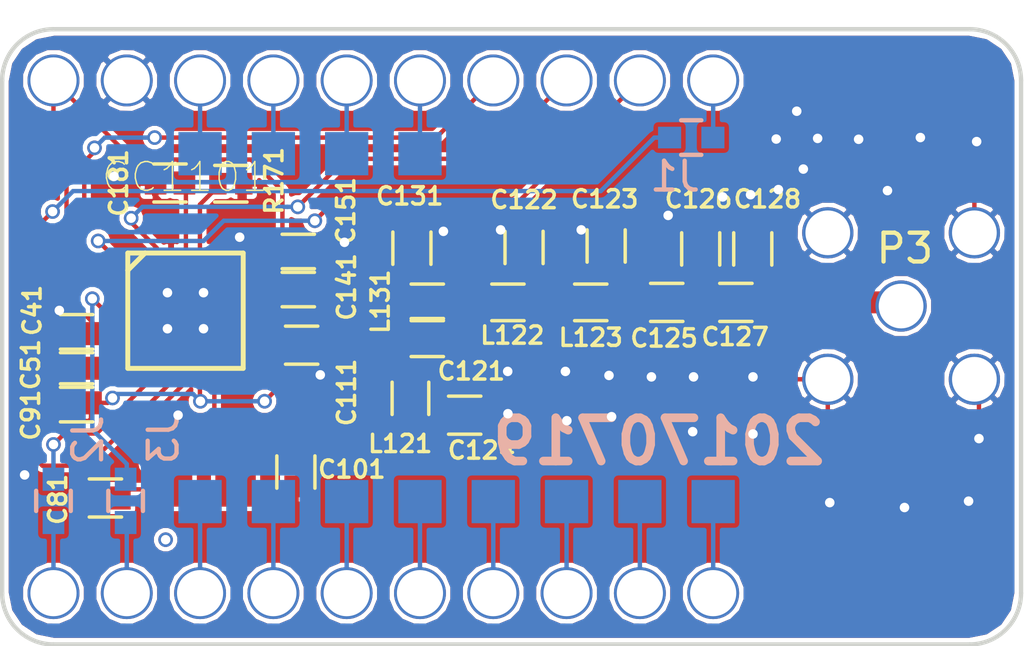
<source format=kicad_pcb>
(kicad_pcb (version 4) (host pcbnew 4.0.3-stable)

  (general
    (links 79)
    (no_connects 0)
    (area 136.8726 91.5286 173.355001 117.419067)
    (thickness 1.6)
    (drawings 9)
    (tracks 363)
    (zones 0)
    (modules 43)
    (nets 36)
  )

  (page A4)
  (layers
    (0 F.Cu signal)
    (31 B.Cu signal)
    (32 B.Adhes user)
    (33 F.Adhes user)
    (34 B.Paste user)
    (35 F.Paste user)
    (36 B.SilkS user)
    (37 F.SilkS user)
    (38 B.Mask user)
    (39 F.Mask user)
    (40 Dwgs.User user)
    (41 Cmts.User user)
    (42 Eco1.User user)
    (43 Eco2.User user)
    (44 Edge.Cuts user)
    (45 Margin user)
    (46 B.CrtYd user hide)
    (47 F.CrtYd user)
    (48 B.Fab user hide)
    (49 F.Fab user hide)
  )

  (setup
    (last_trace_width 0.1524)
    (trace_clearance 0.1524)
    (zone_clearance 0.1524)
    (zone_45_only no)
    (trace_min 0.1524)
    (segment_width 0.2)
    (edge_width 0.15)
    (via_size 0.508)
    (via_drill 0.3302)
    (via_min_size 0.4)
    (via_min_drill 0.3)
    (uvia_size 0.3)
    (uvia_drill 0.1)
    (uvias_allowed no)
    (uvia_min_size 0)
    (uvia_min_drill 0)
    (pcb_text_width 0.3)
    (pcb_text_size 1.5 1.5)
    (mod_edge_width 0.15)
    (mod_text_size 1 1)
    (mod_text_width 0.15)
    (pad_size 1.778 1.778)
    (pad_drill 1.5494)
    (pad_to_mask_clearance 0.2)
    (aux_axis_origin 0 0)
    (visible_elements FFFFEF7F)
    (pcbplotparams
      (layerselection 0x00030_80000001)
      (usegerberextensions false)
      (excludeedgelayer true)
      (linewidth 0.100000)
      (plotframeref false)
      (viasonmask false)
      (mode 1)
      (useauxorigin false)
      (hpglpennumber 1)
      (hpglpenspeed 20)
      (hpglpendiameter 15)
      (hpglpenoverlay 2)
      (psnegative false)
      (psa4output false)
      (plotreference true)
      (plotvalue true)
      (plotinvisibletext false)
      (padsonsilk false)
      (subtractmaskfromsilk false)
      (outputformat 1)
      (mirror false)
      (drillshape 1)
      (scaleselection 1)
      (outputdirectory ""))
  )

  (net 0 "")
  (net 1 VDD)
  (net 2 GND)
  (net 3 "Net-(C51-Pad1)")
  (net 4 "Net-(C121-Pad1)")
  (net 5 /RF_P)
  (net 6 "Net-(C122-Pad1)")
  (net 7 "Net-(C123-Pad1)")
  (net 8 "Net-(C124-Pad2)")
  (net 9 "Net-(C125-Pad1)")
  (net 10 /RF_N)
  (net 11 /SCLK)
  (net 12 /MISO)
  (net 13 /GDO2)
  (net 14 /GDO0)
  (net 15 /CSN)
  (net 16 "Net-(IC1-Pad17)")
  (net 17 /MOSI)
  (net 18 /CSN_CON)
  (net 19 /P1)
  (net 20 /P2)
  (net 21 /TX)
  (net 22 /RX)
  (net 23 /SCL)
  (net 24 /SDA)
  (net 25 /P3)
  (net 26 /P4)
  (net 27 /P5)
  (net 28 /P6)
  (net 29 /P7)
  (net 30 /P8)
  (net 31 /P9)
  (net 32 /P10)
  (net 33 "Net-(C81-Pad1)")
  (net 34 "Net-(C101-Pad1)")
  (net 35 "Net-(C127-Pad1)")

  (net_class Default "This is the default net class."
    (clearance 0.1524)
    (trace_width 0.1524)
    (via_dia 0.508)
    (via_drill 0.3302)
    (uvia_dia 0.3)
    (uvia_drill 0.1)
    (add_net /CSN)
    (add_net /CSN_CON)
    (add_net /GDO0)
    (add_net /GDO2)
    (add_net /MISO)
    (add_net /MOSI)
    (add_net /P1)
    (add_net /P10)
    (add_net /P2)
    (add_net /P3)
    (add_net /P4)
    (add_net /P5)
    (add_net /P6)
    (add_net /P7)
    (add_net /P8)
    (add_net /P9)
    (add_net /RF_N)
    (add_net /RF_P)
    (add_net /RX)
    (add_net /SCL)
    (add_net /SCLK)
    (add_net /SDA)
    (add_net /TX)
    (add_net GND)
    (add_net "Net-(C101-Pad1)")
    (add_net "Net-(C121-Pad1)")
    (add_net "Net-(C122-Pad1)")
    (add_net "Net-(C123-Pad1)")
    (add_net "Net-(C124-Pad2)")
    (add_net "Net-(C125-Pad1)")
    (add_net "Net-(C127-Pad1)")
    (add_net "Net-(C51-Pad1)")
    (add_net "Net-(C81-Pad1)")
    (add_net "Net-(IC1-Pad17)")
    (add_net VDD)
  )

  (module ekoeppen_parts:M1x10_stackable (layer F.Cu) (tedit 586D4D22) (tstamp 586C8E22)
    (at 152.4 93.98)
    (path /585E083C)
    (fp_text reference P1 (at -11.36 0.23) (layer F.SilkS) hide
      (effects (font (size 1 1) (thickness 0.15)))
    )
    (fp_text value CONN_01X10 (at -7.366 -1.524) (layer F.Fab)
      (effects (font (size 1 1) (thickness 0.15)))
    )
    (pad 1 thru_hole circle (at -12.7 2.54) (size 1.8 1.8) (drill 1.6) (layers *.Cu *.Mask)
      (net 1 VDD))
    (pad 2 thru_hole circle (at -10.16 2.54) (size 1.8 1.8) (drill 1.6) (layers *.Cu *.Mask)
      (net 2 GND))
    (pad 3 thru_hole circle (at -7.62 2.54) (size 1.8 1.8) (drill 1.6) (layers *.Cu *.Mask)
      (net 21 /TX))
    (pad 4 thru_hole circle (at -5.08 2.54) (size 1.8 1.8) (drill 1.6) (layers *.Cu *.Mask)
      (net 22 /RX))
    (pad 5 thru_hole circle (at -2.54 2.54) (size 1.8 1.8) (drill 1.6) (layers *.Cu *.Mask)
      (net 23 /SCL))
    (pad 6 thru_hole circle (at 0 2.54) (size 1.8 1.8) (drill 1.6) (layers *.Cu *.Mask)
      (net 24 /SDA))
    (pad 7 thru_hole circle (at 2.54 2.54) (size 1.8 1.8) (drill 1.6) (layers *.Cu *.Mask)
      (net 12 /MISO))
    (pad 8 thru_hole circle (at 5.08 2.54) (size 1.8 1.8) (drill 1.6) (layers *.Cu *.Mask)
      (net 17 /MOSI))
    (pad 9 thru_hole circle (at 7.62 2.54) (size 1.8 1.8) (drill 1.6) (layers *.Cu *.Mask)
      (net 11 /SCLK))
    (pad 10 thru_hole circle (at 10.16 2.54) (size 1.8 1.8) (drill 1.6) (layers *.Cu *.Mask)
      (net 18 /CSN_CON))
  )

  (module ekoeppen_parts:M1x10_stackable (layer F.Cu) (tedit 586D4D65) (tstamp 586C8E30)
    (at 152.4 111.76)
    (path /585E09E5)
    (fp_text reference P2 (at -11.43 0.254) (layer F.SilkS) hide
      (effects (font (size 1 1) (thickness 0.15)))
    )
    (fp_text value CONN_01X10 (at -7.366 -1.524) (layer F.Fab)
      (effects (font (size 1 1) (thickness 0.15)))
    )
    (pad 1 thru_hole circle (at -12.7 2.54) (size 1.8 1.8) (drill 1.6) (layers *.Cu *.Mask)
      (net 19 /P1))
    (pad 2 thru_hole circle (at -10.16 2.54) (size 1.8 1.8) (drill 1.6) (layers *.Cu *.Mask)
      (net 20 /P2))
    (pad 3 thru_hole circle (at -7.62 2.54) (size 1.8 1.8) (drill 1.6) (layers *.Cu *.Mask)
      (net 25 /P3))
    (pad 4 thru_hole circle (at -5.08 2.54) (size 1.8 1.8) (drill 1.6) (layers *.Cu *.Mask)
      (net 26 /P4))
    (pad 5 thru_hole circle (at -2.54 2.54) (size 1.8 1.8) (drill 1.6) (layers *.Cu *.Mask)
      (net 27 /P5))
    (pad 6 thru_hole circle (at 0 2.54) (size 1.8 1.8) (drill 1.6) (layers *.Cu *.Mask)
      (net 28 /P6))
    (pad 7 thru_hole circle (at 2.54 2.54) (size 1.8 1.8) (drill 1.6) (layers *.Cu *.Mask)
      (net 29 /P7))
    (pad 8 thru_hole circle (at 5.08 2.54) (size 1.8 1.8) (drill 1.6) (layers *.Cu *.Mask)
      (net 30 /P8))
    (pad 9 thru_hole circle (at 7.62 2.54) (size 1.8 1.8) (drill 1.6) (layers *.Cu *.Mask)
      (net 31 /P9))
    (pad 10 thru_hole circle (at 10.16 2.54) (size 1.8 1.8) (drill 1.6) (layers *.Cu *.Mask)
      (net 32 /P10))
  )

  (module Measurement_Points:Measurement_Point_Square-SMD-Pad_Small (layer B.Cu) (tedit 586D50F6) (tstamp 586C8E41)
    (at 144.78 99.06)
    (descr "Mesurement Point, Square, SMD Pad,  1.5mm x 1.5mm,")
    (tags "Mesurement Point Square SMD Pad 1.5x1.5mm")
    (path /586CB747)
    (attr virtual)
    (fp_text reference W1 (at 0 2) (layer B.SilkS) hide
      (effects (font (size 1 1) (thickness 0.15)) (justify mirror))
    )
    (fp_text value TEST_1P (at 0 -2) (layer B.Fab)
      (effects (font (size 1 1) (thickness 0.15)) (justify mirror))
    )
    (fp_line (start -1 1) (end 1 1) (layer B.CrtYd) (width 0.05))
    (fp_line (start 1 1) (end 1 -1) (layer B.CrtYd) (width 0.05))
    (fp_line (start 1 -1) (end -1 -1) (layer B.CrtYd) (width 0.05))
    (fp_line (start -1 -1) (end -1 1) (layer B.CrtYd) (width 0.05))
    (pad 1 smd rect (at 0 0) (size 1.5 1.5) (layers B.Cu B.Mask)
      (net 21 /TX))
  )

  (module Measurement_Points:Measurement_Point_Square-SMD-Pad_Small (layer B.Cu) (tedit 586D50F2) (tstamp 586C8E46)
    (at 147.32 99.06)
    (descr "Mesurement Point, Square, SMD Pad,  1.5mm x 1.5mm,")
    (tags "Mesurement Point Square SMD Pad 1.5x1.5mm")
    (path /586CB7B4)
    (attr virtual)
    (fp_text reference W2 (at 0 2) (layer B.SilkS) hide
      (effects (font (size 1 1) (thickness 0.15)) (justify mirror))
    )
    (fp_text value TEST_1P (at 0 -2) (layer B.Fab)
      (effects (font (size 1 1) (thickness 0.15)) (justify mirror))
    )
    (fp_line (start -1 1) (end 1 1) (layer B.CrtYd) (width 0.05))
    (fp_line (start 1 1) (end 1 -1) (layer B.CrtYd) (width 0.05))
    (fp_line (start 1 -1) (end -1 -1) (layer B.CrtYd) (width 0.05))
    (fp_line (start -1 -1) (end -1 1) (layer B.CrtYd) (width 0.05))
    (pad 1 smd rect (at 0 0) (size 1.5 1.5) (layers B.Cu B.Mask)
      (net 22 /RX))
  )

  (module Measurement_Points:Measurement_Point_Square-SMD-Pad_Small (layer B.Cu) (tedit 586D50ED) (tstamp 586C8E4B)
    (at 149.86 99.06)
    (descr "Mesurement Point, Square, SMD Pad,  1.5mm x 1.5mm,")
    (tags "Mesurement Point Square SMD Pad 1.5x1.5mm")
    (path /586CB815)
    (attr virtual)
    (fp_text reference W3 (at 0 2) (layer B.SilkS) hide
      (effects (font (size 1 1) (thickness 0.15)) (justify mirror))
    )
    (fp_text value TEST_1P (at 0 -2) (layer B.Fab)
      (effects (font (size 1 1) (thickness 0.15)) (justify mirror))
    )
    (fp_line (start -1 1) (end 1 1) (layer B.CrtYd) (width 0.05))
    (fp_line (start 1 1) (end 1 -1) (layer B.CrtYd) (width 0.05))
    (fp_line (start 1 -1) (end -1 -1) (layer B.CrtYd) (width 0.05))
    (fp_line (start -1 -1) (end -1 1) (layer B.CrtYd) (width 0.05))
    (pad 1 smd rect (at 0 0) (size 1.5 1.5) (layers B.Cu B.Mask)
      (net 23 /SCL))
  )

  (module Measurement_Points:Measurement_Point_Square-SMD-Pad_Small (layer B.Cu) (tedit 586D50EA) (tstamp 586C8E50)
    (at 152.4 99.06)
    (descr "Mesurement Point, Square, SMD Pad,  1.5mm x 1.5mm,")
    (tags "Mesurement Point Square SMD Pad 1.5x1.5mm")
    (path /586CB878)
    (attr virtual)
    (fp_text reference W4 (at 0 2) (layer B.SilkS) hide
      (effects (font (size 1 1) (thickness 0.15)) (justify mirror))
    )
    (fp_text value TEST_1P (at 0 -2) (layer B.Fab)
      (effects (font (size 1 1) (thickness 0.15)) (justify mirror))
    )
    (fp_line (start -1 1) (end 1 1) (layer B.CrtYd) (width 0.05))
    (fp_line (start 1 1) (end 1 -1) (layer B.CrtYd) (width 0.05))
    (fp_line (start 1 -1) (end -1 -1) (layer B.CrtYd) (width 0.05))
    (fp_line (start -1 -1) (end -1 1) (layer B.CrtYd) (width 0.05))
    (pad 1 smd rect (at 0 0) (size 1.5 1.5) (layers B.Cu B.Mask)
      (net 24 /SDA))
  )

  (module Measurement_Points:Measurement_Point_Square-SMD-Pad_Small (layer B.Cu) (tedit 586D4DB6) (tstamp 586C8E55)
    (at 144.78 111.125)
    (descr "Mesurement Point, Square, SMD Pad,  1.5mm x 1.5mm,")
    (tags "Mesurement Point Square SMD Pad 1.5x1.5mm")
    (path /586CB3E6)
    (attr virtual)
    (fp_text reference W5 (at 0 2) (layer B.SilkS) hide
      (effects (font (size 1 1) (thickness 0.15)) (justify mirror))
    )
    (fp_text value TEST_1P (at 0 -2) (layer B.Fab)
      (effects (font (size 1 1) (thickness 0.15)) (justify mirror))
    )
    (fp_line (start -1 1) (end 1 1) (layer B.CrtYd) (width 0.05))
    (fp_line (start 1 1) (end 1 -1) (layer B.CrtYd) (width 0.05))
    (fp_line (start 1 -1) (end -1 -1) (layer B.CrtYd) (width 0.05))
    (fp_line (start -1 -1) (end -1 1) (layer B.CrtYd) (width 0.05))
    (pad 1 smd rect (at 0 0) (size 1.5 1.5) (layers B.Cu B.Mask)
      (net 25 /P3))
  )

  (module Measurement_Points:Measurement_Point_Square-SMD-Pad_Small (layer B.Cu) (tedit 586D4DB9) (tstamp 586C8E5A)
    (at 147.32 111.125)
    (descr "Mesurement Point, Square, SMD Pad,  1.5mm x 1.5mm,")
    (tags "Mesurement Point Square SMD Pad 1.5x1.5mm")
    (path /586CB441)
    (attr virtual)
    (fp_text reference W6 (at 0 2) (layer B.SilkS) hide
      (effects (font (size 1 1) (thickness 0.15)) (justify mirror))
    )
    (fp_text value TEST_1P (at 0 -2) (layer B.Fab)
      (effects (font (size 1 1) (thickness 0.15)) (justify mirror))
    )
    (fp_line (start -1 1) (end 1 1) (layer B.CrtYd) (width 0.05))
    (fp_line (start 1 1) (end 1 -1) (layer B.CrtYd) (width 0.05))
    (fp_line (start 1 -1) (end -1 -1) (layer B.CrtYd) (width 0.05))
    (fp_line (start -1 -1) (end -1 1) (layer B.CrtYd) (width 0.05))
    (pad 1 smd rect (at 0 0) (size 1.5 1.5) (layers B.Cu B.Mask)
      (net 26 /P4))
  )

  (module Measurement_Points:Measurement_Point_Square-SMD-Pad_Small (layer B.Cu) (tedit 586D4DBC) (tstamp 586C8E5F)
    (at 149.86 111.125)
    (descr "Mesurement Point, Square, SMD Pad,  1.5mm x 1.5mm,")
    (tags "Mesurement Point Square SMD Pad 1.5x1.5mm")
    (path /586CB492)
    (attr virtual)
    (fp_text reference W7 (at 0 2) (layer B.SilkS) hide
      (effects (font (size 1 1) (thickness 0.15)) (justify mirror))
    )
    (fp_text value TEST_1P (at 0 -2) (layer B.Fab)
      (effects (font (size 1 1) (thickness 0.15)) (justify mirror))
    )
    (fp_line (start -1 1) (end 1 1) (layer B.CrtYd) (width 0.05))
    (fp_line (start 1 1) (end 1 -1) (layer B.CrtYd) (width 0.05))
    (fp_line (start 1 -1) (end -1 -1) (layer B.CrtYd) (width 0.05))
    (fp_line (start -1 -1) (end -1 1) (layer B.CrtYd) (width 0.05))
    (pad 1 smd rect (at 0 0) (size 1.5 1.5) (layers B.Cu B.Mask)
      (net 27 /P5))
  )

  (module Measurement_Points:Measurement_Point_Square-SMD-Pad_Small (layer B.Cu) (tedit 586D4DBF) (tstamp 586C8E64)
    (at 152.4 111.125)
    (descr "Mesurement Point, Square, SMD Pad,  1.5mm x 1.5mm,")
    (tags "Mesurement Point Square SMD Pad 1.5x1.5mm")
    (path /586CB4E5)
    (attr virtual)
    (fp_text reference W8 (at 0 2) (layer B.SilkS) hide
      (effects (font (size 1 1) (thickness 0.15)) (justify mirror))
    )
    (fp_text value TEST_1P (at 0 -2) (layer B.Fab)
      (effects (font (size 1 1) (thickness 0.15)) (justify mirror))
    )
    (fp_line (start -1 1) (end 1 1) (layer B.CrtYd) (width 0.05))
    (fp_line (start 1 1) (end 1 -1) (layer B.CrtYd) (width 0.05))
    (fp_line (start 1 -1) (end -1 -1) (layer B.CrtYd) (width 0.05))
    (fp_line (start -1 -1) (end -1 1) (layer B.CrtYd) (width 0.05))
    (pad 1 smd rect (at 0 0) (size 1.5 1.5) (layers B.Cu B.Mask)
      (net 28 /P6))
  )

  (module Measurement_Points:Measurement_Point_Square-SMD-Pad_Small (layer B.Cu) (tedit 586D4DC2) (tstamp 586C8E69)
    (at 154.94 111.125)
    (descr "Mesurement Point, Square, SMD Pad,  1.5mm x 1.5mm,")
    (tags "Mesurement Point Square SMD Pad 1.5x1.5mm")
    (path /586CB53A)
    (attr virtual)
    (fp_text reference W9 (at 0 2) (layer B.SilkS) hide
      (effects (font (size 1 1) (thickness 0.15)) (justify mirror))
    )
    (fp_text value TEST_1P (at 0 -2) (layer B.Fab)
      (effects (font (size 1 1) (thickness 0.15)) (justify mirror))
    )
    (fp_line (start -1 1) (end 1 1) (layer B.CrtYd) (width 0.05))
    (fp_line (start 1 1) (end 1 -1) (layer B.CrtYd) (width 0.05))
    (fp_line (start 1 -1) (end -1 -1) (layer B.CrtYd) (width 0.05))
    (fp_line (start -1 -1) (end -1 1) (layer B.CrtYd) (width 0.05))
    (pad 1 smd rect (at 0 0) (size 1.5 1.5) (layers B.Cu B.Mask)
      (net 29 /P7))
  )

  (module Measurement_Points:Measurement_Point_Square-SMD-Pad_Small (layer B.Cu) (tedit 586D4DC5) (tstamp 586C8E6E)
    (at 157.48 111.125)
    (descr "Mesurement Point, Square, SMD Pad,  1.5mm x 1.5mm,")
    (tags "Mesurement Point Square SMD Pad 1.5x1.5mm")
    (path /586CB591)
    (attr virtual)
    (fp_text reference W10 (at 0 2) (layer B.SilkS) hide
      (effects (font (size 1 1) (thickness 0.15)) (justify mirror))
    )
    (fp_text value TEST_1P (at 0 -2) (layer B.Fab)
      (effects (font (size 1 1) (thickness 0.15)) (justify mirror))
    )
    (fp_line (start -1 1) (end 1 1) (layer B.CrtYd) (width 0.05))
    (fp_line (start 1 1) (end 1 -1) (layer B.CrtYd) (width 0.05))
    (fp_line (start 1 -1) (end -1 -1) (layer B.CrtYd) (width 0.05))
    (fp_line (start -1 -1) (end -1 1) (layer B.CrtYd) (width 0.05))
    (pad 1 smd rect (at 0 0) (size 1.5 1.5) (layers B.Cu B.Mask)
      (net 30 /P8))
  )

  (module Measurement_Points:Measurement_Point_Square-SMD-Pad_Small (layer B.Cu) (tedit 586D4DC8) (tstamp 586C8E73)
    (at 160.02 111.125)
    (descr "Mesurement Point, Square, SMD Pad,  1.5mm x 1.5mm,")
    (tags "Mesurement Point Square SMD Pad 1.5x1.5mm")
    (path /586CB5EA)
    (attr virtual)
    (fp_text reference W11 (at 0 2) (layer B.SilkS) hide
      (effects (font (size 1 1) (thickness 0.15)) (justify mirror))
    )
    (fp_text value TEST_1P (at 0 -2) (layer B.Fab)
      (effects (font (size 1 1) (thickness 0.15)) (justify mirror))
    )
    (fp_line (start -1 1) (end 1 1) (layer B.CrtYd) (width 0.05))
    (fp_line (start 1 1) (end 1 -1) (layer B.CrtYd) (width 0.05))
    (fp_line (start 1 -1) (end -1 -1) (layer B.CrtYd) (width 0.05))
    (fp_line (start -1 -1) (end -1 1) (layer B.CrtYd) (width 0.05))
    (pad 1 smd rect (at 0 0) (size 1.5 1.5) (layers B.Cu B.Mask)
      (net 31 /P9))
  )

  (module Measurement_Points:Measurement_Point_Square-SMD-Pad_Small (layer B.Cu) (tedit 586D4DCC) (tstamp 586C8E78)
    (at 162.56 111.125)
    (descr "Mesurement Point, Square, SMD Pad,  1.5mm x 1.5mm,")
    (tags "Mesurement Point Square SMD Pad 1.5x1.5mm")
    (path /586CB64D)
    (attr virtual)
    (fp_text reference W12 (at 0 2) (layer B.SilkS) hide
      (effects (font (size 1 1) (thickness 0.15)) (justify mirror))
    )
    (fp_text value TEST_1P (at 0 -2) (layer B.Fab)
      (effects (font (size 1 1) (thickness 0.15)) (justify mirror))
    )
    (fp_line (start -1 1) (end 1 1) (layer B.CrtYd) (width 0.05))
    (fp_line (start 1 1) (end 1 -1) (layer B.CrtYd) (width 0.05))
    (fp_line (start 1 -1) (end -1 -1) (layer B.CrtYd) (width 0.05))
    (fp_line (start -1 -1) (end -1 1) (layer B.CrtYd) (width 0.05))
    (pad 1 smd rect (at 0 0) (size 1.5 1.5) (layers B.Cu B.Mask)
      (net 32 /P10))
  )

  (module Capacitors_SMD:C_0603 (layer B.Cu) (tedit 5415D631) (tstamp 58872887)
    (at 161.8 98.5 180)
    (descr "Capacitor SMD 0603, reflow soldering, AVX (see smccp.pdf)")
    (tags "capacitor 0603")
    (path /586CAD44)
    (attr smd)
    (fp_text reference J1 (at 0.5608 -1.3474 180) (layer B.SilkS)
      (effects (font (size 1 1) (thickness 0.15)) (justify mirror))
    )
    (fp_text value SOLDER_JUMPER (at 0 -1.9 180) (layer B.Fab)
      (effects (font (size 1 1) (thickness 0.15)) (justify mirror))
    )
    (fp_line (start -1.45 0.75) (end 1.45 0.75) (layer B.CrtYd) (width 0.05))
    (fp_line (start -1.45 -0.75) (end 1.45 -0.75) (layer B.CrtYd) (width 0.05))
    (fp_line (start -1.45 0.75) (end -1.45 -0.75) (layer B.CrtYd) (width 0.05))
    (fp_line (start 1.45 0.75) (end 1.45 -0.75) (layer B.CrtYd) (width 0.05))
    (fp_line (start -0.35 0.6) (end 0.35 0.6) (layer B.SilkS) (width 0.15))
    (fp_line (start 0.35 -0.6) (end -0.35 -0.6) (layer B.SilkS) (width 0.15))
    (pad 1 smd rect (at -0.75 0 180) (size 0.8 0.75) (layers B.Cu B.Paste B.Mask)
      (net 18 /CSN_CON))
    (pad 2 smd rect (at 0.75 0 180) (size 0.8 0.75) (layers B.Cu B.Paste B.Mask)
      (net 15 /CSN))
    (model Capacitors_SMD.3dshapes/C_0603.wrl
      (at (xyz 0 0 0))
      (scale (xyz 1 1 1))
      (rotate (xyz 0 0 0))
    )
  )

  (module Capacitors_SMD:C_0603 (layer B.Cu) (tedit 5415D631) (tstamp 58872893)
    (at 139.7 111.1 90)
    (descr "Capacitor SMD 0603, reflow soldering, AVX (see smccp.pdf)")
    (tags "capacitor 0603")
    (path /586CAEB4)
    (attr smd)
    (fp_text reference J2 (at 2.1086 1.1938 90) (layer B.SilkS)
      (effects (font (size 1 1) (thickness 0.15)) (justify mirror))
    )
    (fp_text value SOLDER_JUMPER (at 0 -1.9 90) (layer B.Fab)
      (effects (font (size 1 1) (thickness 0.15)) (justify mirror))
    )
    (fp_line (start -1.45 0.75) (end 1.45 0.75) (layer B.CrtYd) (width 0.05))
    (fp_line (start -1.45 -0.75) (end 1.45 -0.75) (layer B.CrtYd) (width 0.05))
    (fp_line (start -1.45 0.75) (end -1.45 -0.75) (layer B.CrtYd) (width 0.05))
    (fp_line (start 1.45 0.75) (end 1.45 -0.75) (layer B.CrtYd) (width 0.05))
    (fp_line (start -0.35 0.6) (end 0.35 0.6) (layer B.SilkS) (width 0.15))
    (fp_line (start 0.35 -0.6) (end -0.35 -0.6) (layer B.SilkS) (width 0.15))
    (pad 1 smd rect (at -0.75 0 90) (size 0.8 0.75) (layers B.Cu B.Paste B.Mask)
      (net 19 /P1))
    (pad 2 smd rect (at 0.75 0 90) (size 0.8 0.75) (layers B.Cu B.Paste B.Mask)
      (net 14 /GDO0))
    (model Capacitors_SMD.3dshapes/C_0603.wrl
      (at (xyz 0 0 0))
      (scale (xyz 1 1 1))
      (rotate (xyz 0 0 0))
    )
  )

  (module Capacitors_SMD:C_0603 (layer B.Cu) (tedit 5415D631) (tstamp 5887289F)
    (at 142.2 111.1 90)
    (descr "Capacitor SMD 0603, reflow soldering, AVX (see smccp.pdf)")
    (tags "capacitor 0603")
    (path /586CAF27)
    (attr smd)
    (fp_text reference J3 (at 2.134 1.31 90) (layer B.SilkS)
      (effects (font (size 1 1) (thickness 0.15)) (justify mirror))
    )
    (fp_text value SOLDER_JUMPER (at 0 -1.9 90) (layer B.Fab)
      (effects (font (size 1 1) (thickness 0.15)) (justify mirror))
    )
    (fp_line (start -1.45 0.75) (end 1.45 0.75) (layer B.CrtYd) (width 0.05))
    (fp_line (start -1.45 -0.75) (end 1.45 -0.75) (layer B.CrtYd) (width 0.05))
    (fp_line (start -1.45 0.75) (end -1.45 -0.75) (layer B.CrtYd) (width 0.05))
    (fp_line (start 1.45 0.75) (end 1.45 -0.75) (layer B.CrtYd) (width 0.05))
    (fp_line (start -0.35 0.6) (end 0.35 0.6) (layer B.SilkS) (width 0.15))
    (fp_line (start 0.35 -0.6) (end -0.35 -0.6) (layer B.SilkS) (width 0.15))
    (pad 1 smd rect (at -0.75 0 90) (size 0.8 0.75) (layers B.Cu B.Paste B.Mask)
      (net 20 /P2))
    (pad 2 smd rect (at 0.75 0 90) (size 0.8 0.75) (layers B.Cu B.Paste B.Mask)
      (net 13 /GDO2))
    (model Capacitors_SMD.3dshapes/C_0603.wrl
      (at (xyz 0 0 0))
      (scale (xyz 1 1 1))
      (rotate (xyz 0 0 0))
    )
  )

  (module ekoeppen_parts:CRYSTAL_3225 (layer F.Cu) (tedit 5970308E) (tstamp 586D01E0)
    (at 144.91 109.9)
    (path /585E0AE8)
    (fp_text reference X1 (at 0.09 -3.1) (layer F.SilkS) hide
      (effects (font (size 1 1) (thickness 0.15)))
    )
    (fp_text value 26MHz (at 0.01 -4.4) (layer F.Fab)
      (effects (font (size 1 1) (thickness 0.15)))
    )
    (pad 3 smd rect (at -1.1 -0.8) (size 1.4 1.2) (layers F.Cu F.Paste F.Mask)
      (net 2 GND))
    (pad 1 smd rect (at 1.1 -0.8) (size 1.4 1.2) (layers F.Cu F.Paste F.Mask)
      (net 34 "Net-(C101-Pad1)"))
    (pad 2 smd rect (at -1.1 0.8) (size 1.4 1.2) (layers F.Cu F.Paste F.Mask)
      (net 33 "Net-(C81-Pad1)"))
    (pad 3 smd rect (at 1.1 0.8) (size 1.4 1.2) (layers F.Cu F.Paste F.Mask)
      (net 2 GND))
  )

  (module custom_0402:CAPC1005X60N (layer F.Cu) (tedit 0) (tstamp 58D8273C)
    (at 140.5 105.3 270)
    (path /586C815B)
    (attr smd)
    (fp_text reference C41 (at -0.8044 1.5366 270) (layer F.SilkS)
      (effects (font (size 0.6 0.6) (thickness 0.12)))
    )
    (fp_text value 100n (at 0 0 360) (layer F.Fab)
      (effects (font (size 0.33 0.33) (thickness 0.066)))
    )
    (fp_line (start -0.66 -0.56) (end -0.66 0.56) (layer F.SilkS) (width 0.12))
    (fp_line (start 0.66 -0.56) (end 0.66 0.56) (layer F.SilkS) (width 0.12))
    (fp_text user REF** (at 0 0 360) (layer F.Fab) hide
      (effects (font (size 0.33 0.33) (thickness 0.066)))
    )
    (fp_line (start -0.25 -0.5) (end 0.25 -0.5) (layer F.Fab) (width 0.1))
    (fp_line (start 0.25 -0.5) (end 0.25 0.5) (layer F.Fab) (width 0.1))
    (fp_line (start 0.25 0.5) (end -0.25 0.5) (layer F.Fab) (width 0.1))
    (fp_line (start -0.25 0.5) (end -0.25 -0.5) (layer F.Fab) (width 0.1))
    (fp_circle (center 0 0) (end 0 0.5) (layer F.CrtYd) (width 0.05))
    (fp_line (start -0.7 0) (end 0.7 0) (layer F.CrtYd) (width 0.05))
    (fp_line (start 0 -0.7) (end 0 0.7) (layer F.CrtYd) (width 0.05))
    (fp_line (start -0.62 -1.095) (end -0.62 -0.72) (layer F.CrtYd) (width 0.05))
    (fp_line (start -0.62 -0.72) (end -0.62 0.72) (layer F.CrtYd) (width 0.05))
    (fp_line (start -0.62 0.72) (end -0.62 1.095) (layer F.CrtYd) (width 0.05))
    (fp_line (start -0.62 1.095) (end 0.62 1.095) (layer F.CrtYd) (width 0.05))
    (fp_line (start 0.62 1.095) (end 0.62 0.72) (layer F.CrtYd) (width 0.05))
    (fp_line (start 0.62 0.72) (end 0.62 -0.72) (layer F.CrtYd) (width 0.05))
    (fp_line (start 0.62 -0.72) (end 0.62 -1.095) (layer F.CrtYd) (width 0.05))
    (fp_line (start 0.62 -1.095) (end -0.62 -1.095) (layer F.CrtYd) (width 0.05))
    (pad 1 smd rect (at 0 -0.5 270) (size 0.8 0.75) (layers F.Cu F.Paste F.Mask)
      (net 1 VDD) (solder_mask_margin 0.025))
    (pad 2 smd rect (at 0 0.5 270) (size 0.8 0.75) (layers F.Cu F.Paste F.Mask)
      (net 2 GND) (solder_mask_margin 0.025))
    (model CAPC1005X60N.wrl
      (at (xyz 0 0 0))
      (scale (xyz 0.3937 0.3937 0.3937))
      (rotate (xyz 0 0 0))
    )
  )

  (module custom_0402:CAPC1005X60N (layer F.Cu) (tedit 0) (tstamp 58D82741)
    (at 140.5 106.5 270)
    (path /586C8232)
    (attr smd)
    (fp_text reference C51 (at -0.1248 1.5874 270) (layer F.SilkS)
      (effects (font (size 0.6 0.6) (thickness 0.12)))
    )
    (fp_text value 100n (at 0 0 360) (layer F.Fab)
      (effects (font (size 0.33 0.33) (thickness 0.066)))
    )
    (fp_line (start -0.66 -0.56) (end -0.66 0.56) (layer F.SilkS) (width 0.12))
    (fp_line (start 0.66 -0.56) (end 0.66 0.56) (layer F.SilkS) (width 0.12))
    (fp_text user REF** (at 0 0 360) (layer F.Fab) hide
      (effects (font (size 0.33 0.33) (thickness 0.066)))
    )
    (fp_line (start -0.25 -0.5) (end 0.25 -0.5) (layer F.Fab) (width 0.1))
    (fp_line (start 0.25 -0.5) (end 0.25 0.5) (layer F.Fab) (width 0.1))
    (fp_line (start 0.25 0.5) (end -0.25 0.5) (layer F.Fab) (width 0.1))
    (fp_line (start -0.25 0.5) (end -0.25 -0.5) (layer F.Fab) (width 0.1))
    (fp_circle (center 0 0) (end 0 0.5) (layer F.CrtYd) (width 0.05))
    (fp_line (start -0.7 0) (end 0.7 0) (layer F.CrtYd) (width 0.05))
    (fp_line (start 0 -0.7) (end 0 0.7) (layer F.CrtYd) (width 0.05))
    (fp_line (start -0.62 -1.095) (end -0.62 -0.72) (layer F.CrtYd) (width 0.05))
    (fp_line (start -0.62 -0.72) (end -0.62 0.72) (layer F.CrtYd) (width 0.05))
    (fp_line (start -0.62 0.72) (end -0.62 1.095) (layer F.CrtYd) (width 0.05))
    (fp_line (start -0.62 1.095) (end 0.62 1.095) (layer F.CrtYd) (width 0.05))
    (fp_line (start 0.62 1.095) (end 0.62 0.72) (layer F.CrtYd) (width 0.05))
    (fp_line (start 0.62 0.72) (end 0.62 -0.72) (layer F.CrtYd) (width 0.05))
    (fp_line (start 0.62 -0.72) (end 0.62 -1.095) (layer F.CrtYd) (width 0.05))
    (fp_line (start 0.62 -1.095) (end -0.62 -1.095) (layer F.CrtYd) (width 0.05))
    (pad 1 smd rect (at 0 -0.5 270) (size 0.8 0.75) (layers F.Cu F.Paste F.Mask)
      (net 3 "Net-(C51-Pad1)") (solder_mask_margin 0.025))
    (pad 2 smd rect (at 0 0.5 270) (size 0.8 0.75) (layers F.Cu F.Paste F.Mask)
      (net 2 GND) (solder_mask_margin 0.025))
    (model CAPC1005X60N.wrl
      (at (xyz 0 0 0))
      (scale (xyz 0.3937 0.3937 0.3937))
      (rotate (xyz 0 0 0))
    )
  )

  (module custom_0402:CAPC1005X60N (layer F.Cu) (tedit 0) (tstamp 58D82746)
    (at 141.5 111 270)
    (path /586D0C09)
    (attr smd)
    (fp_text reference C81 (at 0.0488 1.6476 270) (layer F.SilkS)
      (effects (font (size 0.6 0.6) (thickness 0.12)))
    )
    (fp_text value 15p (at 0 0 360) (layer F.Fab)
      (effects (font (size 0.33 0.33) (thickness 0.066)))
    )
    (fp_line (start -0.66 -0.56) (end -0.66 0.56) (layer F.SilkS) (width 0.12))
    (fp_line (start 0.66 -0.56) (end 0.66 0.56) (layer F.SilkS) (width 0.12))
    (fp_text user REF** (at 0 0 360) (layer F.Fab) hide
      (effects (font (size 0.33 0.33) (thickness 0.066)))
    )
    (fp_line (start -0.25 -0.5) (end 0.25 -0.5) (layer F.Fab) (width 0.1))
    (fp_line (start 0.25 -0.5) (end 0.25 0.5) (layer F.Fab) (width 0.1))
    (fp_line (start 0.25 0.5) (end -0.25 0.5) (layer F.Fab) (width 0.1))
    (fp_line (start -0.25 0.5) (end -0.25 -0.5) (layer F.Fab) (width 0.1))
    (fp_circle (center 0 0) (end 0 0.5) (layer F.CrtYd) (width 0.05))
    (fp_line (start -0.7 0) (end 0.7 0) (layer F.CrtYd) (width 0.05))
    (fp_line (start 0 -0.7) (end 0 0.7) (layer F.CrtYd) (width 0.05))
    (fp_line (start -0.62 -1.095) (end -0.62 -0.72) (layer F.CrtYd) (width 0.05))
    (fp_line (start -0.62 -0.72) (end -0.62 0.72) (layer F.CrtYd) (width 0.05))
    (fp_line (start -0.62 0.72) (end -0.62 1.095) (layer F.CrtYd) (width 0.05))
    (fp_line (start -0.62 1.095) (end 0.62 1.095) (layer F.CrtYd) (width 0.05))
    (fp_line (start 0.62 1.095) (end 0.62 0.72) (layer F.CrtYd) (width 0.05))
    (fp_line (start 0.62 0.72) (end 0.62 -0.72) (layer F.CrtYd) (width 0.05))
    (fp_line (start 0.62 -0.72) (end 0.62 -1.095) (layer F.CrtYd) (width 0.05))
    (fp_line (start 0.62 -1.095) (end -0.62 -1.095) (layer F.CrtYd) (width 0.05))
    (pad 1 smd rect (at 0 -0.5 270) (size 0.8 0.75) (layers F.Cu F.Paste F.Mask)
      (net 33 "Net-(C81-Pad1)") (solder_mask_margin 0.025))
    (pad 2 smd rect (at 0 0.5 270) (size 0.8 0.75) (layers F.Cu F.Paste F.Mask)
      (net 2 GND) (solder_mask_margin 0.025))
    (model CAPC1005X60N.wrl
      (at (xyz 0 0 0))
      (scale (xyz 0.3937 0.3937 0.3937))
      (rotate (xyz 0 0 0))
    )
  )

  (module custom_0402:CAPC1005X60N (layer F.Cu) (tedit 0) (tstamp 58D8274B)
    (at 140.5 107.7 270)
    (path /586C8180)
    (attr smd)
    (fp_text reference C91 (at 0.4278 1.5874 270) (layer F.SilkS)
      (effects (font (size 0.6 0.6) (thickness 0.12)))
    )
    (fp_text value 10n (at 0 0 360) (layer F.Fab)
      (effects (font (size 0.33 0.33) (thickness 0.066)))
    )
    (fp_line (start -0.66 -0.56) (end -0.66 0.56) (layer F.SilkS) (width 0.12))
    (fp_line (start 0.66 -0.56) (end 0.66 0.56) (layer F.SilkS) (width 0.12))
    (fp_text user REF** (at 0 0 360) (layer F.Fab) hide
      (effects (font (size 0.33 0.33) (thickness 0.066)))
    )
    (fp_line (start -0.25 -0.5) (end 0.25 -0.5) (layer F.Fab) (width 0.1))
    (fp_line (start 0.25 -0.5) (end 0.25 0.5) (layer F.Fab) (width 0.1))
    (fp_line (start 0.25 0.5) (end -0.25 0.5) (layer F.Fab) (width 0.1))
    (fp_line (start -0.25 0.5) (end -0.25 -0.5) (layer F.Fab) (width 0.1))
    (fp_circle (center 0 0) (end 0 0.5) (layer F.CrtYd) (width 0.05))
    (fp_line (start -0.7 0) (end 0.7 0) (layer F.CrtYd) (width 0.05))
    (fp_line (start 0 -0.7) (end 0 0.7) (layer F.CrtYd) (width 0.05))
    (fp_line (start -0.62 -1.095) (end -0.62 -0.72) (layer F.CrtYd) (width 0.05))
    (fp_line (start -0.62 -0.72) (end -0.62 0.72) (layer F.CrtYd) (width 0.05))
    (fp_line (start -0.62 0.72) (end -0.62 1.095) (layer F.CrtYd) (width 0.05))
    (fp_line (start -0.62 1.095) (end 0.62 1.095) (layer F.CrtYd) (width 0.05))
    (fp_line (start 0.62 1.095) (end 0.62 0.72) (layer F.CrtYd) (width 0.05))
    (fp_line (start 0.62 0.72) (end 0.62 -0.72) (layer F.CrtYd) (width 0.05))
    (fp_line (start 0.62 -0.72) (end 0.62 -1.095) (layer F.CrtYd) (width 0.05))
    (fp_line (start 0.62 -1.095) (end -0.62 -1.095) (layer F.CrtYd) (width 0.05))
    (pad 1 smd rect (at 0 -0.5 270) (size 0.8 0.75) (layers F.Cu F.Paste F.Mask)
      (net 1 VDD) (solder_mask_margin 0.025))
    (pad 2 smd rect (at 0 0.5 270) (size 0.8 0.75) (layers F.Cu F.Paste F.Mask)
      (net 2 GND) (solder_mask_margin 0.025))
    (model CAPC1005X60N.wrl
      (at (xyz 0 0 0))
      (scale (xyz 0.3937 0.3937 0.3937))
      (rotate (xyz 0 0 0))
    )
  )

  (module custom_0402:CAPC1005X60N (layer F.Cu) (tedit 0) (tstamp 58D82750)
    (at 148.1 110.1)
    (path /586D0B92)
    (attr smd)
    (fp_text reference C101 (at 1.9378 -0.0926) (layer F.SilkS)
      (effects (font (size 0.6 0.6) (thickness 0.12)))
    )
    (fp_text value 15p (at 0 0 90) (layer F.Fab)
      (effects (font (size 0.33 0.33) (thickness 0.066)))
    )
    (fp_line (start -0.66 -0.56) (end -0.66 0.56) (layer F.SilkS) (width 0.12))
    (fp_line (start 0.66 -0.56) (end 0.66 0.56) (layer F.SilkS) (width 0.12))
    (fp_text user REF** (at 0 0 90) (layer F.Fab) hide
      (effects (font (size 0.33 0.33) (thickness 0.066)))
    )
    (fp_line (start -0.25 -0.5) (end 0.25 -0.5) (layer F.Fab) (width 0.1))
    (fp_line (start 0.25 -0.5) (end 0.25 0.5) (layer F.Fab) (width 0.1))
    (fp_line (start 0.25 0.5) (end -0.25 0.5) (layer F.Fab) (width 0.1))
    (fp_line (start -0.25 0.5) (end -0.25 -0.5) (layer F.Fab) (width 0.1))
    (fp_circle (center 0 0) (end 0 0.5) (layer F.CrtYd) (width 0.05))
    (fp_line (start -0.7 0) (end 0.7 0) (layer F.CrtYd) (width 0.05))
    (fp_line (start 0 -0.7) (end 0 0.7) (layer F.CrtYd) (width 0.05))
    (fp_line (start -0.62 -1.095) (end -0.62 -0.72) (layer F.CrtYd) (width 0.05))
    (fp_line (start -0.62 -0.72) (end -0.62 0.72) (layer F.CrtYd) (width 0.05))
    (fp_line (start -0.62 0.72) (end -0.62 1.095) (layer F.CrtYd) (width 0.05))
    (fp_line (start -0.62 1.095) (end 0.62 1.095) (layer F.CrtYd) (width 0.05))
    (fp_line (start 0.62 1.095) (end 0.62 0.72) (layer F.CrtYd) (width 0.05))
    (fp_line (start 0.62 0.72) (end 0.62 -0.72) (layer F.CrtYd) (width 0.05))
    (fp_line (start 0.62 -0.72) (end 0.62 -1.095) (layer F.CrtYd) (width 0.05))
    (fp_line (start 0.62 -1.095) (end -0.62 -1.095) (layer F.CrtYd) (width 0.05))
    (pad 1 smd rect (at 0 -0.5) (size 0.8 0.75) (layers F.Cu F.Paste F.Mask)
      (net 34 "Net-(C101-Pad1)") (solder_mask_margin 0.025))
    (pad 2 smd rect (at 0 0.5) (size 0.8 0.75) (layers F.Cu F.Paste F.Mask)
      (net 2 GND) (solder_mask_margin 0.025))
    (model CAPC1005X60N.wrl
      (at (xyz 0 0 0))
      (scale (xyz 0.3937 0.3937 0.3937))
      (rotate (xyz 0 0 0))
    )
  )

  (module custom_0402:CAPC1005X60N (layer F.Cu) (tedit 0) (tstamp 58D82755)
    (at 148.3 105.7 90)
    (path /586C81AF)
    (attr smd)
    (fp_text reference C111 (at -1.6404 1.56 90) (layer F.SilkS)
      (effects (font (size 0.6 0.6) (thickness 0.12)))
    )
    (fp_text value 220p (at 0 0 180) (layer F.Fab)
      (effects (font (size 0.33 0.33) (thickness 0.066)))
    )
    (fp_line (start -0.66 -0.56) (end -0.66 0.56) (layer F.SilkS) (width 0.12))
    (fp_line (start 0.66 -0.56) (end 0.66 0.56) (layer F.SilkS) (width 0.12))
    (fp_text user REF** (at 0 0 180) (layer F.Fab) hide
      (effects (font (size 0.33 0.33) (thickness 0.066)))
    )
    (fp_line (start -0.25 -0.5) (end 0.25 -0.5) (layer F.Fab) (width 0.1))
    (fp_line (start 0.25 -0.5) (end 0.25 0.5) (layer F.Fab) (width 0.1))
    (fp_line (start 0.25 0.5) (end -0.25 0.5) (layer F.Fab) (width 0.1))
    (fp_line (start -0.25 0.5) (end -0.25 -0.5) (layer F.Fab) (width 0.1))
    (fp_circle (center 0 0) (end 0 0.5) (layer F.CrtYd) (width 0.05))
    (fp_line (start -0.7 0) (end 0.7 0) (layer F.CrtYd) (width 0.05))
    (fp_line (start 0 -0.7) (end 0 0.7) (layer F.CrtYd) (width 0.05))
    (fp_line (start -0.62 -1.095) (end -0.62 -0.72) (layer F.CrtYd) (width 0.05))
    (fp_line (start -0.62 -0.72) (end -0.62 0.72) (layer F.CrtYd) (width 0.05))
    (fp_line (start -0.62 0.72) (end -0.62 1.095) (layer F.CrtYd) (width 0.05))
    (fp_line (start -0.62 1.095) (end 0.62 1.095) (layer F.CrtYd) (width 0.05))
    (fp_line (start 0.62 1.095) (end 0.62 0.72) (layer F.CrtYd) (width 0.05))
    (fp_line (start 0.62 0.72) (end 0.62 -0.72) (layer F.CrtYd) (width 0.05))
    (fp_line (start 0.62 -0.72) (end 0.62 -1.095) (layer F.CrtYd) (width 0.05))
    (fp_line (start 0.62 -1.095) (end -0.62 -1.095) (layer F.CrtYd) (width 0.05))
    (pad 1 smd rect (at 0 -0.5 90) (size 0.8 0.75) (layers F.Cu F.Paste F.Mask)
      (net 1 VDD) (solder_mask_margin 0.025))
    (pad 2 smd rect (at 0 0.5 90) (size 0.8 0.75) (layers F.Cu F.Paste F.Mask)
      (net 2 GND) (solder_mask_margin 0.025))
    (model CAPC1005X60N.wrl
      (at (xyz 0 0 0))
      (scale (xyz 0.3937 0.3937 0.3937))
      (rotate (xyz 0 0 0))
    )
  )

  (module custom_0402:CAPC1005X60N (layer F.Cu) (tedit 0) (tstamp 58D8275A)
    (at 152.654 105.4354 270)
    (path /586C9CB6)
    (attr smd)
    (fp_text reference C121 (at 1.1684 -1.524 360) (layer F.SilkS)
      (effects (font (size 0.6 0.6) (thickness 0.12)))
    )
    (fp_text value 3p9 (at 0 0 360) (layer F.Fab)
      (effects (font (size 0.33 0.33) (thickness 0.066)))
    )
    (fp_line (start -0.66 -0.56) (end -0.66 0.56) (layer F.SilkS) (width 0.12))
    (fp_line (start 0.66 -0.56) (end 0.66 0.56) (layer F.SilkS) (width 0.12))
    (fp_text user REF** (at 0 0 360) (layer F.Fab) hide
      (effects (font (size 0.33 0.33) (thickness 0.066)))
    )
    (fp_line (start -0.25 -0.5) (end 0.25 -0.5) (layer F.Fab) (width 0.1))
    (fp_line (start 0.25 -0.5) (end 0.25 0.5) (layer F.Fab) (width 0.1))
    (fp_line (start 0.25 0.5) (end -0.25 0.5) (layer F.Fab) (width 0.1))
    (fp_line (start -0.25 0.5) (end -0.25 -0.5) (layer F.Fab) (width 0.1))
    (fp_circle (center 0 0) (end 0 0.5) (layer F.CrtYd) (width 0.05))
    (fp_line (start -0.7 0) (end 0.7 0) (layer F.CrtYd) (width 0.05))
    (fp_line (start 0 -0.7) (end 0 0.7) (layer F.CrtYd) (width 0.05))
    (fp_line (start -0.62 -1.095) (end -0.62 -0.72) (layer F.CrtYd) (width 0.05))
    (fp_line (start -0.62 -0.72) (end -0.62 0.72) (layer F.CrtYd) (width 0.05))
    (fp_line (start -0.62 0.72) (end -0.62 1.095) (layer F.CrtYd) (width 0.05))
    (fp_line (start -0.62 1.095) (end 0.62 1.095) (layer F.CrtYd) (width 0.05))
    (fp_line (start 0.62 1.095) (end 0.62 0.72) (layer F.CrtYd) (width 0.05))
    (fp_line (start 0.62 0.72) (end 0.62 -0.72) (layer F.CrtYd) (width 0.05))
    (fp_line (start 0.62 -0.72) (end 0.62 -1.095) (layer F.CrtYd) (width 0.05))
    (fp_line (start 0.62 -1.095) (end -0.62 -1.095) (layer F.CrtYd) (width 0.05))
    (pad 1 smd rect (at 0 -0.5 270) (size 0.8 0.75) (layers F.Cu F.Paste F.Mask)
      (net 4 "Net-(C121-Pad1)") (solder_mask_margin 0.025))
    (pad 2 smd rect (at 0 0.5 270) (size 0.8 0.75) (layers F.Cu F.Paste F.Mask)
      (net 5 /RF_P) (solder_mask_margin 0.025))
    (model CAPC1005X60N.wrl
      (at (xyz 0 0 0))
      (scale (xyz 0.3937 0.3937 0.3937))
      (rotate (xyz 0 0 0))
    )
  )

  (module custom_0402:CAPC1005X60N (layer F.Cu) (tedit 0) (tstamp 58D8275F)
    (at 156.0068 102.3112 180)
    (path /586C9F0E)
    (attr smd)
    (fp_text reference C122 (at 0 1.651 180) (layer F.SilkS)
      (effects (font (size 0.6 0.6) (thickness 0.12)))
    )
    (fp_text value 8p2 (at 0 0 270) (layer F.Fab)
      (effects (font (size 0.33 0.33) (thickness 0.066)))
    )
    (fp_line (start -0.66 -0.56) (end -0.66 0.56) (layer F.SilkS) (width 0.12))
    (fp_line (start 0.66 -0.56) (end 0.66 0.56) (layer F.SilkS) (width 0.12))
    (fp_text user REF** (at 0 0 270) (layer F.Fab) hide
      (effects (font (size 0.33 0.33) (thickness 0.066)))
    )
    (fp_line (start -0.25 -0.5) (end 0.25 -0.5) (layer F.Fab) (width 0.1))
    (fp_line (start 0.25 -0.5) (end 0.25 0.5) (layer F.Fab) (width 0.1))
    (fp_line (start 0.25 0.5) (end -0.25 0.5) (layer F.Fab) (width 0.1))
    (fp_line (start -0.25 0.5) (end -0.25 -0.5) (layer F.Fab) (width 0.1))
    (fp_circle (center 0 0) (end 0 0.5) (layer F.CrtYd) (width 0.05))
    (fp_line (start -0.7 0) (end 0.7 0) (layer F.CrtYd) (width 0.05))
    (fp_line (start 0 -0.7) (end 0 0.7) (layer F.CrtYd) (width 0.05))
    (fp_line (start -0.62 -1.095) (end -0.62 -0.72) (layer F.CrtYd) (width 0.05))
    (fp_line (start -0.62 -0.72) (end -0.62 0.72) (layer F.CrtYd) (width 0.05))
    (fp_line (start -0.62 0.72) (end -0.62 1.095) (layer F.CrtYd) (width 0.05))
    (fp_line (start -0.62 1.095) (end 0.62 1.095) (layer F.CrtYd) (width 0.05))
    (fp_line (start 0.62 1.095) (end 0.62 0.72) (layer F.CrtYd) (width 0.05))
    (fp_line (start 0.62 0.72) (end 0.62 -0.72) (layer F.CrtYd) (width 0.05))
    (fp_line (start 0.62 -0.72) (end 0.62 -1.095) (layer F.CrtYd) (width 0.05))
    (fp_line (start 0.62 -1.095) (end -0.62 -1.095) (layer F.CrtYd) (width 0.05))
    (pad 1 smd rect (at 0 -0.5 180) (size 0.8 0.75) (layers F.Cu F.Paste F.Mask)
      (net 6 "Net-(C122-Pad1)") (solder_mask_margin 0.025))
    (pad 2 smd rect (at 0 0.5 180) (size 0.8 0.75) (layers F.Cu F.Paste F.Mask)
      (net 2 GND) (solder_mask_margin 0.025))
    (model CAPC1005X60N.wrl
      (at (xyz 0 0 0))
      (scale (xyz 0.3937 0.3937 0.3937))
      (rotate (xyz 0 0 0))
    )
  )

  (module custom_0402:CAPC1005X60N (layer F.Cu) (tedit 0) (tstamp 58D82764)
    (at 158.8516 102.2604 180)
    (path /586CA024)
    (attr smd)
    (fp_text reference C123 (at 0.0508 1.6256 180) (layer F.SilkS)
      (effects (font (size 0.6 0.6) (thickness 0.12)))
    )
    (fp_text value 5p6 (at 0 0 270) (layer F.Fab)
      (effects (font (size 0.33 0.33) (thickness 0.066)))
    )
    (fp_line (start -0.66 -0.56) (end -0.66 0.56) (layer F.SilkS) (width 0.12))
    (fp_line (start 0.66 -0.56) (end 0.66 0.56) (layer F.SilkS) (width 0.12))
    (fp_text user REF** (at 0 0 270) (layer F.Fab) hide
      (effects (font (size 0.33 0.33) (thickness 0.066)))
    )
    (fp_line (start -0.25 -0.5) (end 0.25 -0.5) (layer F.Fab) (width 0.1))
    (fp_line (start 0.25 -0.5) (end 0.25 0.5) (layer F.Fab) (width 0.1))
    (fp_line (start 0.25 0.5) (end -0.25 0.5) (layer F.Fab) (width 0.1))
    (fp_line (start -0.25 0.5) (end -0.25 -0.5) (layer F.Fab) (width 0.1))
    (fp_circle (center 0 0) (end 0 0.5) (layer F.CrtYd) (width 0.05))
    (fp_line (start -0.7 0) (end 0.7 0) (layer F.CrtYd) (width 0.05))
    (fp_line (start 0 -0.7) (end 0 0.7) (layer F.CrtYd) (width 0.05))
    (fp_line (start -0.62 -1.095) (end -0.62 -0.72) (layer F.CrtYd) (width 0.05))
    (fp_line (start -0.62 -0.72) (end -0.62 0.72) (layer F.CrtYd) (width 0.05))
    (fp_line (start -0.62 0.72) (end -0.62 1.095) (layer F.CrtYd) (width 0.05))
    (fp_line (start -0.62 1.095) (end 0.62 1.095) (layer F.CrtYd) (width 0.05))
    (fp_line (start 0.62 1.095) (end 0.62 0.72) (layer F.CrtYd) (width 0.05))
    (fp_line (start 0.62 0.72) (end 0.62 -0.72) (layer F.CrtYd) (width 0.05))
    (fp_line (start 0.62 -0.72) (end 0.62 -1.095) (layer F.CrtYd) (width 0.05))
    (fp_line (start 0.62 -1.095) (end -0.62 -1.095) (layer F.CrtYd) (width 0.05))
    (pad 1 smd rect (at 0 -0.5 180) (size 0.8 0.75) (layers F.Cu F.Paste F.Mask)
      (net 7 "Net-(C123-Pad1)") (solder_mask_margin 0.025))
    (pad 2 smd rect (at 0 0.5 180) (size 0.8 0.75) (layers F.Cu F.Paste F.Mask)
      (net 2 GND) (solder_mask_margin 0.025))
    (model CAPC1005X60N.wrl
      (at (xyz 0 0 0))
      (scale (xyz 0.3937 0.3937 0.3937))
      (rotate (xyz 0 0 0))
    )
  )

  (module custom_0402:CAPC1005X60N (layer F.Cu) (tedit 0) (tstamp 58D82769)
    (at 153.9494 108.1278 270)
    (path /586C9D46)
    (attr smd)
    (fp_text reference C124 (at 1.2192 -0.5842 360) (layer F.SilkS)
      (effects (font (size 0.6 0.6) (thickness 0.12)))
    )
    (fp_text value 220p (at 0 0 360) (layer F.Fab)
      (effects (font (size 0.33 0.33) (thickness 0.066)))
    )
    (fp_line (start -0.66 -0.56) (end -0.66 0.56) (layer F.SilkS) (width 0.12))
    (fp_line (start 0.66 -0.56) (end 0.66 0.56) (layer F.SilkS) (width 0.12))
    (fp_text user REF** (at 0 0 360) (layer F.Fab) hide
      (effects (font (size 0.33 0.33) (thickness 0.066)))
    )
    (fp_line (start -0.25 -0.5) (end 0.25 -0.5) (layer F.Fab) (width 0.1))
    (fp_line (start 0.25 -0.5) (end 0.25 0.5) (layer F.Fab) (width 0.1))
    (fp_line (start 0.25 0.5) (end -0.25 0.5) (layer F.Fab) (width 0.1))
    (fp_line (start -0.25 0.5) (end -0.25 -0.5) (layer F.Fab) (width 0.1))
    (fp_circle (center 0 0) (end 0 0.5) (layer F.CrtYd) (width 0.05))
    (fp_line (start -0.7 0) (end 0.7 0) (layer F.CrtYd) (width 0.05))
    (fp_line (start 0 -0.7) (end 0 0.7) (layer F.CrtYd) (width 0.05))
    (fp_line (start -0.62 -1.095) (end -0.62 -0.72) (layer F.CrtYd) (width 0.05))
    (fp_line (start -0.62 -0.72) (end -0.62 0.72) (layer F.CrtYd) (width 0.05))
    (fp_line (start -0.62 0.72) (end -0.62 1.095) (layer F.CrtYd) (width 0.05))
    (fp_line (start -0.62 1.095) (end 0.62 1.095) (layer F.CrtYd) (width 0.05))
    (fp_line (start 0.62 1.095) (end 0.62 0.72) (layer F.CrtYd) (width 0.05))
    (fp_line (start 0.62 0.72) (end 0.62 -0.72) (layer F.CrtYd) (width 0.05))
    (fp_line (start 0.62 -0.72) (end 0.62 -1.095) (layer F.CrtYd) (width 0.05))
    (fp_line (start 0.62 -1.095) (end -0.62 -1.095) (layer F.CrtYd) (width 0.05))
    (pad 1 smd rect (at 0 -0.5 270) (size 0.8 0.75) (layers F.Cu F.Paste F.Mask)
      (net 2 GND) (solder_mask_margin 0.025))
    (pad 2 smd rect (at 0 0.5 270) (size 0.8 0.75) (layers F.Cu F.Paste F.Mask)
      (net 8 "Net-(C124-Pad2)") (solder_mask_margin 0.025))
    (model CAPC1005X60N.wrl
      (at (xyz 0 0 0))
      (scale (xyz 0.3937 0.3937 0.3937))
      (rotate (xyz 0 0 0))
    )
  )

  (module custom_0402:CAPC1005X60N (layer F.Cu) (tedit 0) (tstamp 58D8276E)
    (at 160.951 104.2162 270)
    (path /586C9E9B)
    (attr smd)
    (fp_text reference C125 (at 1.2446 0.0928 360) (layer F.SilkS)
      (effects (font (size 0.6 0.6) (thickness 0.12)))
    )
    (fp_text value 220p (at 0 0 360) (layer F.Fab)
      (effects (font (size 0.33 0.33) (thickness 0.066)))
    )
    (fp_line (start -0.66 -0.56) (end -0.66 0.56) (layer F.SilkS) (width 0.12))
    (fp_line (start 0.66 -0.56) (end 0.66 0.56) (layer F.SilkS) (width 0.12))
    (fp_text user REF** (at 0 0 360) (layer F.Fab) hide
      (effects (font (size 0.33 0.33) (thickness 0.066)))
    )
    (fp_line (start -0.25 -0.5) (end 0.25 -0.5) (layer F.Fab) (width 0.1))
    (fp_line (start 0.25 -0.5) (end 0.25 0.5) (layer F.Fab) (width 0.1))
    (fp_line (start 0.25 0.5) (end -0.25 0.5) (layer F.Fab) (width 0.1))
    (fp_line (start -0.25 0.5) (end -0.25 -0.5) (layer F.Fab) (width 0.1))
    (fp_circle (center 0 0) (end 0 0.5) (layer F.CrtYd) (width 0.05))
    (fp_line (start -0.7 0) (end 0.7 0) (layer F.CrtYd) (width 0.05))
    (fp_line (start 0 -0.7) (end 0 0.7) (layer F.CrtYd) (width 0.05))
    (fp_line (start -0.62 -1.095) (end -0.62 -0.72) (layer F.CrtYd) (width 0.05))
    (fp_line (start -0.62 -0.72) (end -0.62 0.72) (layer F.CrtYd) (width 0.05))
    (fp_line (start -0.62 0.72) (end -0.62 1.095) (layer F.CrtYd) (width 0.05))
    (fp_line (start -0.62 1.095) (end 0.62 1.095) (layer F.CrtYd) (width 0.05))
    (fp_line (start 0.62 1.095) (end 0.62 0.72) (layer F.CrtYd) (width 0.05))
    (fp_line (start 0.62 0.72) (end 0.62 -0.72) (layer F.CrtYd) (width 0.05))
    (fp_line (start 0.62 -0.72) (end 0.62 -1.095) (layer F.CrtYd) (width 0.05))
    (fp_line (start 0.62 -1.095) (end -0.62 -1.095) (layer F.CrtYd) (width 0.05))
    (pad 1 smd rect (at 0 -0.5 270) (size 0.8 0.75) (layers F.Cu F.Paste F.Mask)
      (net 9 "Net-(C125-Pad1)") (solder_mask_margin 0.025))
    (pad 2 smd rect (at 0 0.5 270) (size 0.8 0.75) (layers F.Cu F.Paste F.Mask)
      (net 7 "Net-(C123-Pad1)") (solder_mask_margin 0.025))
    (model CAPC1005X60N.wrl
      (at (xyz 0 0 0))
      (scale (xyz 0.3937 0.3937 0.3937))
      (rotate (xyz 0 0 0))
    )
  )

  (module custom_0402:CAPC1005X60N (layer F.Cu) (tedit 0) (tstamp 58D82773)
    (at 162.1282 102.362)
    (path /588782A5)
    (attr smd)
    (fp_text reference C126 (at -0.0762 -1.7272) (layer F.SilkS)
      (effects (font (size 0.6 0.6) (thickness 0.12)))
    )
    (fp_text value 0 (at 0 0 90) (layer F.Fab)
      (effects (font (size 0.33 0.33) (thickness 0.066)))
    )
    (fp_line (start -0.66 -0.56) (end -0.66 0.56) (layer F.SilkS) (width 0.12))
    (fp_line (start 0.66 -0.56) (end 0.66 0.56) (layer F.SilkS) (width 0.12))
    (fp_text user REF** (at 0 0 90) (layer F.Fab) hide
      (effects (font (size 0.33 0.33) (thickness 0.066)))
    )
    (fp_line (start -0.25 -0.5) (end 0.25 -0.5) (layer F.Fab) (width 0.1))
    (fp_line (start 0.25 -0.5) (end 0.25 0.5) (layer F.Fab) (width 0.1))
    (fp_line (start 0.25 0.5) (end -0.25 0.5) (layer F.Fab) (width 0.1))
    (fp_line (start -0.25 0.5) (end -0.25 -0.5) (layer F.Fab) (width 0.1))
    (fp_circle (center 0 0) (end 0 0.5) (layer F.CrtYd) (width 0.05))
    (fp_line (start -0.7 0) (end 0.7 0) (layer F.CrtYd) (width 0.05))
    (fp_line (start 0 -0.7) (end 0 0.7) (layer F.CrtYd) (width 0.05))
    (fp_line (start -0.62 -1.095) (end -0.62 -0.72) (layer F.CrtYd) (width 0.05))
    (fp_line (start -0.62 -0.72) (end -0.62 0.72) (layer F.CrtYd) (width 0.05))
    (fp_line (start -0.62 0.72) (end -0.62 1.095) (layer F.CrtYd) (width 0.05))
    (fp_line (start -0.62 1.095) (end 0.62 1.095) (layer F.CrtYd) (width 0.05))
    (fp_line (start 0.62 1.095) (end 0.62 0.72) (layer F.CrtYd) (width 0.05))
    (fp_line (start 0.62 0.72) (end 0.62 -0.72) (layer F.CrtYd) (width 0.05))
    (fp_line (start 0.62 -0.72) (end 0.62 -1.095) (layer F.CrtYd) (width 0.05))
    (fp_line (start 0.62 -1.095) (end -0.62 -1.095) (layer F.CrtYd) (width 0.05))
    (pad 1 smd rect (at 0 -0.5) (size 0.8 0.75) (layers F.Cu F.Paste F.Mask)
      (net 2 GND) (solder_mask_margin 0.025))
    (pad 2 smd rect (at 0 0.5) (size 0.8 0.75) (layers F.Cu F.Paste F.Mask)
      (net 9 "Net-(C125-Pad1)") (solder_mask_margin 0.025))
    (model CAPC1005X60N.wrl
      (at (xyz 0 0 0))
      (scale (xyz 0.3937 0.3937 0.3937))
      (rotate (xyz 0 0 0))
    )
  )

  (module custom_0402:CAPC1005X60N (layer F.Cu) (tedit 0) (tstamp 58D82778)
    (at 163.3474 104.2162 270)
    (path /588783E3)
    (attr smd)
    (fp_text reference C127 (at 1.1938 0.0254 360) (layer F.SilkS)
      (effects (font (size 0.6 0.6) (thickness 0.12)))
    )
    (fp_text value 0 (at 0 0 360) (layer F.Fab)
      (effects (font (size 0.33 0.33) (thickness 0.066)))
    )
    (fp_line (start -0.66 -0.56) (end -0.66 0.56) (layer F.SilkS) (width 0.12))
    (fp_line (start 0.66 -0.56) (end 0.66 0.56) (layer F.SilkS) (width 0.12))
    (fp_text user REF** (at 0 0 360) (layer F.Fab) hide
      (effects (font (size 0.33 0.33) (thickness 0.066)))
    )
    (fp_line (start -0.25 -0.5) (end 0.25 -0.5) (layer F.Fab) (width 0.1))
    (fp_line (start 0.25 -0.5) (end 0.25 0.5) (layer F.Fab) (width 0.1))
    (fp_line (start 0.25 0.5) (end -0.25 0.5) (layer F.Fab) (width 0.1))
    (fp_line (start -0.25 0.5) (end -0.25 -0.5) (layer F.Fab) (width 0.1))
    (fp_circle (center 0 0) (end 0 0.5) (layer F.CrtYd) (width 0.05))
    (fp_line (start -0.7 0) (end 0.7 0) (layer F.CrtYd) (width 0.05))
    (fp_line (start 0 -0.7) (end 0 0.7) (layer F.CrtYd) (width 0.05))
    (fp_line (start -0.62 -1.095) (end -0.62 -0.72) (layer F.CrtYd) (width 0.05))
    (fp_line (start -0.62 -0.72) (end -0.62 0.72) (layer F.CrtYd) (width 0.05))
    (fp_line (start -0.62 0.72) (end -0.62 1.095) (layer F.CrtYd) (width 0.05))
    (fp_line (start -0.62 1.095) (end 0.62 1.095) (layer F.CrtYd) (width 0.05))
    (fp_line (start 0.62 1.095) (end 0.62 0.72) (layer F.CrtYd) (width 0.05))
    (fp_line (start 0.62 0.72) (end 0.62 -0.72) (layer F.CrtYd) (width 0.05))
    (fp_line (start 0.62 -0.72) (end 0.62 -1.095) (layer F.CrtYd) (width 0.05))
    (fp_line (start 0.62 -1.095) (end -0.62 -1.095) (layer F.CrtYd) (width 0.05))
    (pad 1 smd rect (at 0 -0.5 270) (size 0.8 0.75) (layers F.Cu F.Paste F.Mask)
      (net 35 "Net-(C127-Pad1)") (solder_mask_margin 0.025))
    (pad 2 smd rect (at 0 0.5 270) (size 0.8 0.75) (layers F.Cu F.Paste F.Mask)
      (net 9 "Net-(C125-Pad1)") (solder_mask_margin 0.025))
    (model CAPC1005X60N.wrl
      (at (xyz 0 0 0))
      (scale (xyz 0.3937 0.3937 0.3937))
      (rotate (xyz 0 0 0))
    )
  )

  (module custom_0402:CAPC1005X60N (layer F.Cu) (tedit 0) (tstamp 58D8277D)
    (at 163.9316 102.362)
    (path /58878341)
    (attr smd)
    (fp_text reference C128 (at 0.508 -1.7272) (layer F.SilkS)
      (effects (font (size 0.6 0.6) (thickness 0.12)))
    )
    (fp_text value 0 (at 0 0 90) (layer F.Fab)
      (effects (font (size 0.33 0.33) (thickness 0.066)))
    )
    (fp_line (start -0.66 -0.56) (end -0.66 0.56) (layer F.SilkS) (width 0.12))
    (fp_line (start 0.66 -0.56) (end 0.66 0.56) (layer F.SilkS) (width 0.12))
    (fp_text user REF** (at 0 0 90) (layer F.Fab) hide
      (effects (font (size 0.33 0.33) (thickness 0.066)))
    )
    (fp_line (start -0.25 -0.5) (end 0.25 -0.5) (layer F.Fab) (width 0.1))
    (fp_line (start 0.25 -0.5) (end 0.25 0.5) (layer F.Fab) (width 0.1))
    (fp_line (start 0.25 0.5) (end -0.25 0.5) (layer F.Fab) (width 0.1))
    (fp_line (start -0.25 0.5) (end -0.25 -0.5) (layer F.Fab) (width 0.1))
    (fp_circle (center 0 0) (end 0 0.5) (layer F.CrtYd) (width 0.05))
    (fp_line (start -0.7 0) (end 0.7 0) (layer F.CrtYd) (width 0.05))
    (fp_line (start 0 -0.7) (end 0 0.7) (layer F.CrtYd) (width 0.05))
    (fp_line (start -0.62 -1.095) (end -0.62 -0.72) (layer F.CrtYd) (width 0.05))
    (fp_line (start -0.62 -0.72) (end -0.62 0.72) (layer F.CrtYd) (width 0.05))
    (fp_line (start -0.62 0.72) (end -0.62 1.095) (layer F.CrtYd) (width 0.05))
    (fp_line (start -0.62 1.095) (end 0.62 1.095) (layer F.CrtYd) (width 0.05))
    (fp_line (start 0.62 1.095) (end 0.62 0.72) (layer F.CrtYd) (width 0.05))
    (fp_line (start 0.62 0.72) (end 0.62 -0.72) (layer F.CrtYd) (width 0.05))
    (fp_line (start 0.62 -0.72) (end 0.62 -1.095) (layer F.CrtYd) (width 0.05))
    (fp_line (start 0.62 -1.095) (end -0.62 -1.095) (layer F.CrtYd) (width 0.05))
    (pad 1 smd rect (at 0 -0.5) (size 0.8 0.75) (layers F.Cu F.Paste F.Mask)
      (net 2 GND) (solder_mask_margin 0.025))
    (pad 2 smd rect (at 0 0.5) (size 0.8 0.75) (layers F.Cu F.Paste F.Mask)
      (net 35 "Net-(C127-Pad1)") (solder_mask_margin 0.025))
    (model CAPC1005X60N.wrl
      (at (xyz 0 0 0))
      (scale (xyz 0.3937 0.3937 0.3937))
      (rotate (xyz 0 0 0))
    )
  )

  (module custom_0402:CAPC1005X60N (layer F.Cu) (tedit 0) (tstamp 58D82782)
    (at 152.1206 102.3366 180)
    (path /586C9C10)
    (attr smd)
    (fp_text reference C131 (at 0.0762 1.8034 180) (layer F.SilkS)
      (effects (font (size 0.6 0.6) (thickness 0.12)))
    )
    (fp_text value 3p9 (at 0 0 270) (layer F.Fab)
      (effects (font (size 0.33 0.33) (thickness 0.066)))
    )
    (fp_line (start -0.66 -0.56) (end -0.66 0.56) (layer F.SilkS) (width 0.12))
    (fp_line (start 0.66 -0.56) (end 0.66 0.56) (layer F.SilkS) (width 0.12))
    (fp_text user REF** (at 0 0 270) (layer F.Fab) hide
      (effects (font (size 0.33 0.33) (thickness 0.066)))
    )
    (fp_line (start -0.25 -0.5) (end 0.25 -0.5) (layer F.Fab) (width 0.1))
    (fp_line (start 0.25 -0.5) (end 0.25 0.5) (layer F.Fab) (width 0.1))
    (fp_line (start 0.25 0.5) (end -0.25 0.5) (layer F.Fab) (width 0.1))
    (fp_line (start -0.25 0.5) (end -0.25 -0.5) (layer F.Fab) (width 0.1))
    (fp_circle (center 0 0) (end 0 0.5) (layer F.CrtYd) (width 0.05))
    (fp_line (start -0.7 0) (end 0.7 0) (layer F.CrtYd) (width 0.05))
    (fp_line (start 0 -0.7) (end 0 0.7) (layer F.CrtYd) (width 0.05))
    (fp_line (start -0.62 -1.095) (end -0.62 -0.72) (layer F.CrtYd) (width 0.05))
    (fp_line (start -0.62 -0.72) (end -0.62 0.72) (layer F.CrtYd) (width 0.05))
    (fp_line (start -0.62 0.72) (end -0.62 1.095) (layer F.CrtYd) (width 0.05))
    (fp_line (start -0.62 1.095) (end 0.62 1.095) (layer F.CrtYd) (width 0.05))
    (fp_line (start 0.62 1.095) (end 0.62 0.72) (layer F.CrtYd) (width 0.05))
    (fp_line (start 0.62 0.72) (end 0.62 -0.72) (layer F.CrtYd) (width 0.05))
    (fp_line (start 0.62 -0.72) (end 0.62 -1.095) (layer F.CrtYd) (width 0.05))
    (fp_line (start 0.62 -1.095) (end -0.62 -1.095) (layer F.CrtYd) (width 0.05))
    (pad 1 smd rect (at 0 -0.5 180) (size 0.8 0.75) (layers F.Cu F.Paste F.Mask)
      (net 10 /RF_N) (solder_mask_margin 0.025))
    (pad 2 smd rect (at 0 0.5 180) (size 0.8 0.75) (layers F.Cu F.Paste F.Mask)
      (net 2 GND) (solder_mask_margin 0.025))
    (model CAPC1005X60N.wrl
      (at (xyz 0 0 0))
      (scale (xyz 0.3937 0.3937 0.3937))
      (rotate (xyz 0 0 0))
    )
  )

  (module custom_0402:CAPC1005X60N (layer F.Cu) (tedit 0) (tstamp 58D82787)
    (at 148.1836 103.7082 90)
    (path /586C8207)
    (attr smd)
    (fp_text reference C141 (at 0.0254 1.6764 90) (layer F.SilkS)
      (effects (font (size 0.6 0.6) (thickness 0.12)))
    )
    (fp_text value 220p (at 0 0 180) (layer F.Fab)
      (effects (font (size 0.33 0.33) (thickness 0.066)))
    )
    (fp_line (start -0.66 -0.56) (end -0.66 0.56) (layer F.SilkS) (width 0.12))
    (fp_line (start 0.66 -0.56) (end 0.66 0.56) (layer F.SilkS) (width 0.12))
    (fp_text user REF** (at 0 0 180) (layer F.Fab) hide
      (effects (font (size 0.33 0.33) (thickness 0.066)))
    )
    (fp_line (start -0.25 -0.5) (end 0.25 -0.5) (layer F.Fab) (width 0.1))
    (fp_line (start 0.25 -0.5) (end 0.25 0.5) (layer F.Fab) (width 0.1))
    (fp_line (start 0.25 0.5) (end -0.25 0.5) (layer F.Fab) (width 0.1))
    (fp_line (start -0.25 0.5) (end -0.25 -0.5) (layer F.Fab) (width 0.1))
    (fp_circle (center 0 0) (end 0 0.5) (layer F.CrtYd) (width 0.05))
    (fp_line (start -0.7 0) (end 0.7 0) (layer F.CrtYd) (width 0.05))
    (fp_line (start 0 -0.7) (end 0 0.7) (layer F.CrtYd) (width 0.05))
    (fp_line (start -0.62 -1.095) (end -0.62 -0.72) (layer F.CrtYd) (width 0.05))
    (fp_line (start -0.62 -0.72) (end -0.62 0.72) (layer F.CrtYd) (width 0.05))
    (fp_line (start -0.62 0.72) (end -0.62 1.095) (layer F.CrtYd) (width 0.05))
    (fp_line (start -0.62 1.095) (end 0.62 1.095) (layer F.CrtYd) (width 0.05))
    (fp_line (start 0.62 1.095) (end 0.62 0.72) (layer F.CrtYd) (width 0.05))
    (fp_line (start 0.62 0.72) (end 0.62 -0.72) (layer F.CrtYd) (width 0.05))
    (fp_line (start 0.62 -0.72) (end 0.62 -1.095) (layer F.CrtYd) (width 0.05))
    (fp_line (start 0.62 -1.095) (end -0.62 -1.095) (layer F.CrtYd) (width 0.05))
    (pad 1 smd rect (at 0 -0.5 90) (size 0.8 0.75) (layers F.Cu F.Paste F.Mask)
      (net 1 VDD) (solder_mask_margin 0.025))
    (pad 2 smd rect (at 0 0.5 90) (size 0.8 0.75) (layers F.Cu F.Paste F.Mask)
      (net 2 GND) (solder_mask_margin 0.025))
    (model CAPC1005X60N.wrl
      (at (xyz 0 0 0))
      (scale (xyz 0.3937 0.3937 0.3937))
      (rotate (xyz 0 0 0))
    )
  )

  (module custom_0402:CAPC1005X60N (layer F.Cu) (tedit 0) (tstamp 58D8278C)
    (at 148.1836 102.5144 90)
    (path /586C81DA)
    (attr smd)
    (fp_text reference C151 (at 1.4732 1.651 90) (layer F.SilkS)
      (effects (font (size 0.6 0.6) (thickness 0.12)))
    )
    (fp_text value 10n (at 0 0 180) (layer F.Fab)
      (effects (font (size 0.33 0.33) (thickness 0.066)))
    )
    (fp_line (start -0.66 -0.56) (end -0.66 0.56) (layer F.SilkS) (width 0.12))
    (fp_line (start 0.66 -0.56) (end 0.66 0.56) (layer F.SilkS) (width 0.12))
    (fp_text user REF** (at 0 0 180) (layer F.Fab) hide
      (effects (font (size 0.33 0.33) (thickness 0.066)))
    )
    (fp_line (start -0.25 -0.5) (end 0.25 -0.5) (layer F.Fab) (width 0.1))
    (fp_line (start 0.25 -0.5) (end 0.25 0.5) (layer F.Fab) (width 0.1))
    (fp_line (start 0.25 0.5) (end -0.25 0.5) (layer F.Fab) (width 0.1))
    (fp_line (start -0.25 0.5) (end -0.25 -0.5) (layer F.Fab) (width 0.1))
    (fp_circle (center 0 0) (end 0 0.5) (layer F.CrtYd) (width 0.05))
    (fp_line (start -0.7 0) (end 0.7 0) (layer F.CrtYd) (width 0.05))
    (fp_line (start 0 -0.7) (end 0 0.7) (layer F.CrtYd) (width 0.05))
    (fp_line (start -0.62 -1.095) (end -0.62 -0.72) (layer F.CrtYd) (width 0.05))
    (fp_line (start -0.62 -0.72) (end -0.62 0.72) (layer F.CrtYd) (width 0.05))
    (fp_line (start -0.62 0.72) (end -0.62 1.095) (layer F.CrtYd) (width 0.05))
    (fp_line (start -0.62 1.095) (end 0.62 1.095) (layer F.CrtYd) (width 0.05))
    (fp_line (start 0.62 1.095) (end 0.62 0.72) (layer F.CrtYd) (width 0.05))
    (fp_line (start 0.62 0.72) (end 0.62 -0.72) (layer F.CrtYd) (width 0.05))
    (fp_line (start 0.62 -0.72) (end 0.62 -1.095) (layer F.CrtYd) (width 0.05))
    (fp_line (start 0.62 -1.095) (end -0.62 -1.095) (layer F.CrtYd) (width 0.05))
    (pad 1 smd rect (at 0 -0.5 90) (size 0.8 0.75) (layers F.Cu F.Paste F.Mask)
      (net 1 VDD) (solder_mask_margin 0.025))
    (pad 2 smd rect (at 0 0.5 90) (size 0.8 0.75) (layers F.Cu F.Paste F.Mask)
      (net 2 GND) (solder_mask_margin 0.025))
    (model CAPC1005X60N.wrl
      (at (xyz 0 0 0))
      (scale (xyz 0.3937 0.3937 0.3937))
      (rotate (xyz 0 0 0))
    )
  )

  (module custom_0402:CAPC1005X60N (layer F.Cu) (tedit 0) (tstamp 58D82791)
    (at 143.7386 100.076 270)
    (path /586C8106)
    (attr smd)
    (fp_text reference C181 (at 0 1.778 270) (layer F.SilkS)
      (effects (font (size 0.6 0.6) (thickness 0.12)))
    )
    (fp_text value 220p (at 0 0 360) (layer F.Fab)
      (effects (font (size 0.33 0.33) (thickness 0.066)))
    )
    (fp_line (start -0.66 -0.56) (end -0.66 0.56) (layer F.SilkS) (width 0.12))
    (fp_line (start 0.66 -0.56) (end 0.66 0.56) (layer F.SilkS) (width 0.12))
    (fp_text user REF** (at 0 0 360) (layer F.Fab) hide
      (effects (font (size 0.33 0.33) (thickness 0.066)))
    )
    (fp_line (start -0.25 -0.5) (end 0.25 -0.5) (layer F.Fab) (width 0.1))
    (fp_line (start 0.25 -0.5) (end 0.25 0.5) (layer F.Fab) (width 0.1))
    (fp_line (start 0.25 0.5) (end -0.25 0.5) (layer F.Fab) (width 0.1))
    (fp_line (start -0.25 0.5) (end -0.25 -0.5) (layer F.Fab) (width 0.1))
    (fp_circle (center 0 0) (end 0 0.5) (layer F.CrtYd) (width 0.05))
    (fp_line (start -0.7 0) (end 0.7 0) (layer F.CrtYd) (width 0.05))
    (fp_line (start 0 -0.7) (end 0 0.7) (layer F.CrtYd) (width 0.05))
    (fp_line (start -0.62 -1.095) (end -0.62 -0.72) (layer F.CrtYd) (width 0.05))
    (fp_line (start -0.62 -0.72) (end -0.62 0.72) (layer F.CrtYd) (width 0.05))
    (fp_line (start -0.62 0.72) (end -0.62 1.095) (layer F.CrtYd) (width 0.05))
    (fp_line (start -0.62 1.095) (end 0.62 1.095) (layer F.CrtYd) (width 0.05))
    (fp_line (start 0.62 1.095) (end 0.62 0.72) (layer F.CrtYd) (width 0.05))
    (fp_line (start 0.62 0.72) (end 0.62 -0.72) (layer F.CrtYd) (width 0.05))
    (fp_line (start 0.62 -0.72) (end 0.62 -1.095) (layer F.CrtYd) (width 0.05))
    (fp_line (start 0.62 -1.095) (end -0.62 -1.095) (layer F.CrtYd) (width 0.05))
    (pad 1 smd rect (at 0 -0.5 270) (size 0.8 0.75) (layers F.Cu F.Paste F.Mask)
      (net 1 VDD) (solder_mask_margin 0.025))
    (pad 2 smd rect (at 0 0.5 270) (size 0.8 0.75) (layers F.Cu F.Paste F.Mask)
      (net 2 GND) (solder_mask_margin 0.025))
    (model CAPC1005X60N.wrl
      (at (xyz 0 0 0))
      (scale (xyz 0.3937 0.3937 0.3937))
      (rotate (xyz 0 0 0))
    )
  )

  (module custom_0402:INDC1005X55N (layer F.Cu) (tedit 0) (tstamp 58D827AE)
    (at 152.0698 107.5436 180)
    (path /586C9D03)
    (attr smd)
    (fp_text reference L121 (at 0.3556 -1.5748 180) (layer F.SilkS)
      (effects (font (size 0.6 0.6) (thickness 0.12)))
    )
    (fp_text value 27n (at 0 0 270) (layer F.Fab)
      (effects (font (size 0.33 0.33) (thickness 0.066)))
    )
    (fp_line (start -0.635 -0.56) (end -0.635 0.56) (layer F.SilkS) (width 0.12))
    (fp_line (start 0.635 -0.56) (end 0.635 0.56) (layer F.SilkS) (width 0.12))
    (fp_text user REF** (at 0 0 270) (layer F.Fab) hide
      (effects (font (size 0.33 0.33) (thickness 0.066)))
    )
    (fp_line (start -0.25 -0.5) (end 0.25 -0.5) (layer F.Fab) (width 0.1))
    (fp_line (start 0.25 -0.5) (end 0.25 0.5) (layer F.Fab) (width 0.1))
    (fp_line (start 0.25 0.5) (end -0.25 0.5) (layer F.Fab) (width 0.1))
    (fp_line (start -0.25 0.5) (end -0.25 -0.5) (layer F.Fab) (width 0.1))
    (fp_circle (center 0 0) (end 0 0.5) (layer F.CrtYd) (width 0.05))
    (fp_line (start -0.7 0) (end 0.7 0) (layer F.CrtYd) (width 0.05))
    (fp_line (start 0 -0.7) (end 0 0.7) (layer F.CrtYd) (width 0.05))
    (fp_line (start -0.575 -1) (end -0.575 -0.7) (layer F.CrtYd) (width 0.05))
    (fp_line (start -0.575 -0.7) (end -0.575 0.7) (layer F.CrtYd) (width 0.05))
    (fp_line (start -0.575 0.7) (end -0.575 1) (layer F.CrtYd) (width 0.05))
    (fp_line (start -0.575 1) (end 0.575 1) (layer F.CrtYd) (width 0.05))
    (fp_line (start 0.575 1) (end 0.575 0.7) (layer F.CrtYd) (width 0.05))
    (fp_line (start 0.575 0.7) (end 0.575 -0.7) (layer F.CrtYd) (width 0.05))
    (fp_line (start 0.575 -0.7) (end 0.575 -1) (layer F.CrtYd) (width 0.05))
    (fp_line (start 0.575 -1) (end -0.575 -1) (layer F.CrtYd) (width 0.05))
    (pad 1 smd rect (at 0 -0.45 180) (size 0.75 0.7) (layers F.Cu F.Paste F.Mask)
      (net 8 "Net-(C124-Pad2)") (solder_mask_margin 0.001))
    (pad 2 smd rect (at 0 0.45 180) (size 0.75 0.7) (layers F.Cu F.Paste F.Mask)
      (net 5 /RF_P) (solder_mask_margin 0.001))
    (model INDC1005X55N.wrl
      (at (xyz 0 0 0))
      (scale (xyz 0.3937 0.3937 0.3937))
      (rotate (xyz 0 0 0))
    )
  )

  (module custom_0402:INDC1005X55N (layer F.Cu) (tedit 0) (tstamp 58D827B3)
    (at 155.448 104.2162 270)
    (path /586C9D95)
    (attr smd)
    (fp_text reference L122 (at 1.143 -0.1524 360) (layer F.SilkS)
      (effects (font (size 0.6 0.6) (thickness 0.12)))
    )
    (fp_text value 22n (at 0 0 360) (layer F.Fab)
      (effects (font (size 0.33 0.33) (thickness 0.066)))
    )
    (fp_line (start -0.635 -0.56) (end -0.635 0.56) (layer F.SilkS) (width 0.12))
    (fp_line (start 0.635 -0.56) (end 0.635 0.56) (layer F.SilkS) (width 0.12))
    (fp_text user REF** (at 0 0 360) (layer F.Fab) hide
      (effects (font (size 0.33 0.33) (thickness 0.066)))
    )
    (fp_line (start -0.25 -0.5) (end 0.25 -0.5) (layer F.Fab) (width 0.1))
    (fp_line (start 0.25 -0.5) (end 0.25 0.5) (layer F.Fab) (width 0.1))
    (fp_line (start 0.25 0.5) (end -0.25 0.5) (layer F.Fab) (width 0.1))
    (fp_line (start -0.25 0.5) (end -0.25 -0.5) (layer F.Fab) (width 0.1))
    (fp_circle (center 0 0) (end 0 0.5) (layer F.CrtYd) (width 0.05))
    (fp_line (start -0.7 0) (end 0.7 0) (layer F.CrtYd) (width 0.05))
    (fp_line (start 0 -0.7) (end 0 0.7) (layer F.CrtYd) (width 0.05))
    (fp_line (start -0.575 -1) (end -0.575 -0.7) (layer F.CrtYd) (width 0.05))
    (fp_line (start -0.575 -0.7) (end -0.575 0.7) (layer F.CrtYd) (width 0.05))
    (fp_line (start -0.575 0.7) (end -0.575 1) (layer F.CrtYd) (width 0.05))
    (fp_line (start -0.575 1) (end 0.575 1) (layer F.CrtYd) (width 0.05))
    (fp_line (start 0.575 1) (end 0.575 0.7) (layer F.CrtYd) (width 0.05))
    (fp_line (start 0.575 0.7) (end 0.575 -0.7) (layer F.CrtYd) (width 0.05))
    (fp_line (start 0.575 -0.7) (end 0.575 -1) (layer F.CrtYd) (width 0.05))
    (fp_line (start 0.575 -1) (end -0.575 -1) (layer F.CrtYd) (width 0.05))
    (pad 1 smd rect (at 0 -0.45 270) (size 0.75 0.7) (layers F.Cu F.Paste F.Mask)
      (net 6 "Net-(C122-Pad1)") (solder_mask_margin 0.001))
    (pad 2 smd rect (at 0 0.45 270) (size 0.75 0.7) (layers F.Cu F.Paste F.Mask)
      (net 4 "Net-(C121-Pad1)") (solder_mask_margin 0.001))
    (model INDC1005X55N.wrl
      (at (xyz 0 0 0))
      (scale (xyz 0.3937 0.3937 0.3937))
      (rotate (xyz 0 0 0))
    )
  )

  (module custom_0402:INDC1005X55N (layer F.Cu) (tedit 0) (tstamp 58D827B8)
    (at 158.3182 104.2162 270)
    (path /586C9DEA)
    (attr smd)
    (fp_text reference L123 (at 1.2192 0 360) (layer F.SilkS)
      (effects (font (size 0.6 0.6) (thickness 0.12)))
    )
    (fp_text value 27n (at 0 0 360) (layer F.Fab)
      (effects (font (size 0.33 0.33) (thickness 0.066)))
    )
    (fp_line (start -0.635 -0.56) (end -0.635 0.56) (layer F.SilkS) (width 0.12))
    (fp_line (start 0.635 -0.56) (end 0.635 0.56) (layer F.SilkS) (width 0.12))
    (fp_text user REF** (at 0 0 360) (layer F.Fab) hide
      (effects (font (size 0.33 0.33) (thickness 0.066)))
    )
    (fp_line (start -0.25 -0.5) (end 0.25 -0.5) (layer F.Fab) (width 0.1))
    (fp_line (start 0.25 -0.5) (end 0.25 0.5) (layer F.Fab) (width 0.1))
    (fp_line (start 0.25 0.5) (end -0.25 0.5) (layer F.Fab) (width 0.1))
    (fp_line (start -0.25 0.5) (end -0.25 -0.5) (layer F.Fab) (width 0.1))
    (fp_circle (center 0 0) (end 0 0.5) (layer F.CrtYd) (width 0.05))
    (fp_line (start -0.7 0) (end 0.7 0) (layer F.CrtYd) (width 0.05))
    (fp_line (start 0 -0.7) (end 0 0.7) (layer F.CrtYd) (width 0.05))
    (fp_line (start -0.575 -1) (end -0.575 -0.7) (layer F.CrtYd) (width 0.05))
    (fp_line (start -0.575 -0.7) (end -0.575 0.7) (layer F.CrtYd) (width 0.05))
    (fp_line (start -0.575 0.7) (end -0.575 1) (layer F.CrtYd) (width 0.05))
    (fp_line (start -0.575 1) (end 0.575 1) (layer F.CrtYd) (width 0.05))
    (fp_line (start 0.575 1) (end 0.575 0.7) (layer F.CrtYd) (width 0.05))
    (fp_line (start 0.575 0.7) (end 0.575 -0.7) (layer F.CrtYd) (width 0.05))
    (fp_line (start 0.575 -0.7) (end 0.575 -1) (layer F.CrtYd) (width 0.05))
    (fp_line (start 0.575 -1) (end -0.575 -1) (layer F.CrtYd) (width 0.05))
    (pad 1 smd rect (at 0 -0.45 270) (size 0.75 0.7) (layers F.Cu F.Paste F.Mask)
      (net 7 "Net-(C123-Pad1)") (solder_mask_margin 0.001))
    (pad 2 smd rect (at 0 0.45 270) (size 0.75 0.7) (layers F.Cu F.Paste F.Mask)
      (net 6 "Net-(C122-Pad1)") (solder_mask_margin 0.001))
    (model INDC1005X55N.wrl
      (at (xyz 0 0 0))
      (scale (xyz 0.3937 0.3937 0.3937))
      (rotate (xyz 0 0 0))
    )
  )

  (module custom_0402:INDC1005X55N (layer F.Cu) (tedit 0) (tstamp 58D827BD)
    (at 152.654 104.2162 270)
    (path /586C9C4F)
    (attr smd)
    (fp_text reference L131 (at -0.0254 1.6256 450) (layer F.SilkS)
      (effects (font (size 0.6 0.6) (thickness 0.12)))
    )
    (fp_text value 27n (at 0 0 360) (layer F.Fab)
      (effects (font (size 0.33 0.33) (thickness 0.066)))
    )
    (fp_line (start -0.635 -0.56) (end -0.635 0.56) (layer F.SilkS) (width 0.12))
    (fp_line (start 0.635 -0.56) (end 0.635 0.56) (layer F.SilkS) (width 0.12))
    (fp_text user REF** (at 0 0 360) (layer F.Fab) hide
      (effects (font (size 0.33 0.33) (thickness 0.066)))
    )
    (fp_line (start -0.25 -0.5) (end 0.25 -0.5) (layer F.Fab) (width 0.1))
    (fp_line (start 0.25 -0.5) (end 0.25 0.5) (layer F.Fab) (width 0.1))
    (fp_line (start 0.25 0.5) (end -0.25 0.5) (layer F.Fab) (width 0.1))
    (fp_line (start -0.25 0.5) (end -0.25 -0.5) (layer F.Fab) (width 0.1))
    (fp_circle (center 0 0) (end 0 0.5) (layer F.CrtYd) (width 0.05))
    (fp_line (start -0.7 0) (end 0.7 0) (layer F.CrtYd) (width 0.05))
    (fp_line (start 0 -0.7) (end 0 0.7) (layer F.CrtYd) (width 0.05))
    (fp_line (start -0.575 -1) (end -0.575 -0.7) (layer F.CrtYd) (width 0.05))
    (fp_line (start -0.575 -0.7) (end -0.575 0.7) (layer F.CrtYd) (width 0.05))
    (fp_line (start -0.575 0.7) (end -0.575 1) (layer F.CrtYd) (width 0.05))
    (fp_line (start -0.575 1) (end 0.575 1) (layer F.CrtYd) (width 0.05))
    (fp_line (start 0.575 1) (end 0.575 0.7) (layer F.CrtYd) (width 0.05))
    (fp_line (start 0.575 0.7) (end 0.575 -0.7) (layer F.CrtYd) (width 0.05))
    (fp_line (start 0.575 -0.7) (end 0.575 -1) (layer F.CrtYd) (width 0.05))
    (fp_line (start 0.575 -1) (end -0.575 -1) (layer F.CrtYd) (width 0.05))
    (pad 1 smd rect (at 0 -0.45 270) (size 0.75 0.7) (layers F.Cu F.Paste F.Mask)
      (net 4 "Net-(C121-Pad1)") (solder_mask_margin 0.001))
    (pad 2 smd rect (at 0 0.45 270) (size 0.75 0.7) (layers F.Cu F.Paste F.Mask)
      (net 10 /RF_N) (solder_mask_margin 0.001))
    (model INDC1005X55N.wrl
      (at (xyz 0 0 0))
      (scale (xyz 0.3937 0.3937 0.3937))
      (rotate (xyz 0 0 0))
    )
  )

  (module custom_0402:RESC1005X40N (layer F.Cu) (tedit 0) (tstamp 58D827C7)
    (at 145.8468 100.1014 90)
    (path /586C826B)
    (attr smd)
    (fp_text reference R171 (at 0.1016 1.4986 90) (layer F.SilkS)
      (effects (font (size 0.6 0.6) (thickness 0.12)))
    )
    (fp_text value 56k (at 0 0 180) (layer F.Fab)
      (effects (font (size 0.33 0.33) (thickness 0.066)))
    )
    (fp_line (start -0.635 -0.56) (end -0.635 0.56) (layer F.SilkS) (width 0.12))
    (fp_line (start 0.635 -0.56) (end 0.635 0.56) (layer F.SilkS) (width 0.12))
    (fp_text user REF** (at 0 0 180) (layer F.Fab) hide
      (effects (font (size 0.33 0.33) (thickness 0.066)))
    )
    (fp_line (start -0.25 -0.5) (end 0.25 -0.5) (layer F.Fab) (width 0.1))
    (fp_line (start 0.25 -0.5) (end 0.25 0.5) (layer F.Fab) (width 0.1))
    (fp_line (start 0.25 0.5) (end -0.25 0.5) (layer F.Fab) (width 0.1))
    (fp_line (start -0.25 0.5) (end -0.25 -0.5) (layer F.Fab) (width 0.1))
    (fp_circle (center 0 0) (end 0 0.5) (layer F.CrtYd) (width 0.05))
    (fp_line (start -0.7 0) (end 0.7 0) (layer F.CrtYd) (width 0.05))
    (fp_line (start 0 -0.7) (end 0 0.7) (layer F.CrtYd) (width 0.05))
    (fp_line (start -0.515 -0.89) (end -0.515 -0.64) (layer F.CrtYd) (width 0.05))
    (fp_line (start -0.515 -0.64) (end -0.515 0.64) (layer F.CrtYd) (width 0.05))
    (fp_line (start -0.515 0.64) (end -0.515 0.89) (layer F.CrtYd) (width 0.05))
    (fp_line (start -0.515 0.89) (end 0.515 0.89) (layer F.CrtYd) (width 0.05))
    (fp_line (start 0.515 0.89) (end 0.515 0.64) (layer F.CrtYd) (width 0.05))
    (fp_line (start 0.515 0.64) (end 0.515 -0.64) (layer F.CrtYd) (width 0.05))
    (fp_line (start 0.515 -0.64) (end 0.515 -0.89) (layer F.CrtYd) (width 0.05))
    (fp_line (start 0.515 -0.89) (end -0.515 -0.89) (layer F.CrtYd) (width 0.05))
    (pad 1 smd rect (at 0 -0.45 90) (size 0.75 0.6) (layers F.Cu F.Paste F.Mask)
      (net 16 "Net-(IC1-Pad17)") (solder_mask_margin 0.05))
    (pad 2 smd rect (at 0 0.45 90) (size 0.75 0.6) (layers F.Cu F.Paste F.Mask)
      (net 2 GND) (solder_mask_margin 0.05))
    (model RESC1005X40N.wrl
      (at (xyz 0 0 0))
      (scale (xyz 0.3937 0.3937 0.3937))
      (rotate (xyz 0 0 0))
    )
  )

  (module ekoeppen_parts:QLP20 (layer F.Cu) (tedit 59703073) (tstamp 58D82796)
    (at 144.275 104.505)
    (path /585E07E9)
    (solder_mask_margin 0.1)
    (attr smd)
    (fp_text reference IC1 (at -3.3812 -1.6096) (layer F.SilkS) hide
      (effects (font (size 1 1) (thickness 0.05)))
    )
    (fp_text value CC1101 (at -0.025 -4.635) (layer F.SilkS)
      (effects (font (size 1 1) (thickness 0.05)))
    )
    (fp_line (start -2 -2) (end -1.4 -2) (layer F.SilkS) (width 0.17))
    (fp_line (start -1.4 -2) (end 2 -2) (layer F.SilkS) (width 0.17))
    (fp_line (start 2 -2) (end 2 2) (layer F.SilkS) (width 0.17))
    (fp_line (start 2 2) (end -2 2) (layer F.SilkS) (width 0.17))
    (fp_line (start -2 2) (end -2 -1.4) (layer F.SilkS) (width 0.17))
    (fp_line (start -2 -1.4) (end -2 -2) (layer F.SilkS) (width 0.17))
    (fp_line (start -2 -1.4) (end -1.4 -2) (layer F.SilkS) (width 0.17))
    (pad 21 smd rect (at 0 0) (size 2.4 2.4) (layers F.Cu F.Paste F.Mask)
      (net 2 GND) (solder_mask_margin 0.02))
    (pad 1 smd rect (at -1.78 -1) (size 0.76 0.28) (layers F.Cu F.Paste F.Mask)
      (net 11 /SCLK) (solder_mask_margin 0.02))
    (pad 2 smd rect (at -1.78 -0.5) (size 0.76 0.28) (layers F.Cu F.Paste F.Mask)
      (net 12 /MISO) (solder_mask_margin 0.02))
    (pad 3 smd rect (at -1.78 0) (size 0.76 0.28) (layers F.Cu F.Paste F.Mask)
      (net 13 /GDO2) (solder_mask_margin 0.02))
    (pad 4 smd rect (at -1.78 0.5) (size 0.76 0.28) (layers F.Cu F.Paste F.Mask)
      (net 1 VDD) (solder_mask_margin 0.02))
    (pad 5 smd rect (at -1.78 1) (size 0.76 0.28) (layers F.Cu F.Paste F.Mask)
      (net 3 "Net-(C51-Pad1)") (solder_mask_margin 0.02))
    (pad 6 smd rect (at -1 1.78) (size 0.28 0.76) (layers F.Cu F.Paste F.Mask)
      (net 14 /GDO0) (solder_mask_margin 0.02))
    (pad 7 smd rect (at -0.5 1.78) (size 0.28 0.76) (layers F.Cu F.Paste F.Mask)
      (net 15 /CSN) (solder_mask_margin 0.02))
    (pad 8 smd rect (at 0 1.78) (size 0.28 0.76) (layers F.Cu F.Paste F.Mask)
      (net 33 "Net-(C81-Pad1)") (solder_mask_margin 0.02))
    (pad 9 smd rect (at 0.5 1.78) (size 0.28 0.76) (layers F.Cu F.Paste F.Mask)
      (net 1 VDD) (solder_mask_margin 0.02))
    (pad 10 smd rect (at 1 1.78) (size 0.28 0.76) (layers F.Cu F.Paste F.Mask)
      (net 34 "Net-(C101-Pad1)") (solder_mask_margin 0.02))
    (pad 11 smd rect (at 1.78 1) (size 0.76 0.28) (layers F.Cu F.Paste F.Mask)
      (net 1 VDD) (solder_mask_margin 0.02))
    (pad 12 smd rect (at 1.78 0.5) (size 0.76 0.28) (layers F.Cu F.Paste F.Mask)
      (net 5 /RF_P) (solder_mask_margin 0.02))
    (pad 13 smd rect (at 1.78 0) (size 0.76 0.28) (layers F.Cu F.Paste F.Mask)
      (net 10 /RF_N) (solder_mask_margin 0.02))
    (pad 14 smd rect (at 1.78 -0.5) (size 0.76 0.28) (layers F.Cu F.Paste F.Mask)
      (net 1 VDD) (solder_mask_margin 0.02))
    (pad 15 smd rect (at 1.78 -1) (size 0.76 0.28) (layers F.Cu F.Paste F.Mask)
      (net 1 VDD) (solder_mask_margin 0.02))
    (pad 16 smd rect (at 1 -1.78) (size 0.28 0.76) (layers F.Cu F.Paste F.Mask)
      (net 2 GND) (solder_mask_margin 0.02))
    (pad 17 smd rect (at 0.5 -1.78) (size 0.28 0.76) (layers F.Cu F.Paste F.Mask)
      (net 16 "Net-(IC1-Pad17)") (solder_mask_margin 0.02))
    (pad 18 smd rect (at 0 -1.78) (size 0.28 0.76) (layers F.Cu F.Paste F.Mask)
      (net 1 VDD) (solder_mask_margin 0.02))
    (pad 19 smd rect (at -0.5 -1.78) (size 0.28 0.76) (layers F.Cu F.Paste F.Mask)
      (net 2 GND) (solder_mask_margin 0.02))
    (pad 20 smd rect (at -1 -1.78) (size 0.28 0.76) (layers F.Cu F.Paste F.Mask)
      (net 17 /MOSI) (solder_mask_margin 0.02))
  )

  (module ekoeppen_parts:SMA_PTH (layer F.Cu) (tedit 586D1006) (tstamp 58D82984)
    (at 169.0718 104.3432)
    (path /586CC979)
    (fp_text reference P3 (at 0.13 -2) (layer F.SilkS)
      (effects (font (size 1 1) (thickness 0.15)))
    )
    (fp_text value SMA (at 0 -3.5) (layer F.Fab)
      (effects (font (size 1 1) (thickness 0.15)))
    )
    (pad 1 thru_hole circle (at 0 0) (size 1.778 1.778) (drill 1.5494) (layers *.Cu *.Mask)
      (net 35 "Net-(C127-Pad1)"))
    (pad 2 thru_hole circle (at -2.54 -2.54) (size 1.778 1.778) (drill 1.5494) (layers *.Cu *.Mask)
      (net 2 GND))
    (pad 2 thru_hole circle (at 2.54 -2.54) (size 1.778 1.778) (drill 1.5494) (layers *.Cu *.Mask)
      (net 2 GND))
    (pad 2 thru_hole circle (at 2.54 2.54) (size 1.778 1.778) (drill 1.5494) (layers *.Cu *.Mask)
      (net 2 GND))
    (pad 2 thru_hole circle (at -2.54 2.54) (size 1.778 1.778) (drill 1.5494) (layers *.Cu *.Mask)
      (net 2 GND))
  )

  (gr_text 20170719 (at 166.59 109.04) (layer B.SilkS)
    (effects (font (size 1.5 1.5) (thickness 0.3)) (justify left mirror))
  )
  (gr_arc (start 171.45 114.3) (end 173.228 114.3) (angle 90) (layer Edge.Cuts) (width 0.15))
  (gr_arc (start 171.45 96.52) (end 171.45 94.742) (angle 90) (layer Edge.Cuts) (width 0.15))
  (gr_arc (start 139.7 114.3) (end 139.7 116.078) (angle 90) (layer Edge.Cuts) (width 0.15))
  (gr_arc (start 139.7 96.52) (end 137.922 96.52) (angle 90) (layer Edge.Cuts) (width 0.15))
  (gr_line (start 171.45 116.078) (end 139.7 116.078) (layer Edge.Cuts) (width 0.15))
  (gr_line (start 173.228 96.52) (end 173.228 114.3) (layer Edge.Cuts) (width 0.15))
  (gr_line (start 139.7 94.742) (end 171.45 94.742) (layer Edge.Cuts) (width 0.15))
  (gr_line (start 137.922 114.3) (end 137.922 96.52) (layer Edge.Cuts) (width 0.15))

  (via (at 143.5862 112.4458) (size 0.508) (drill 0.3302) (layers F.Cu B.Cu) (net 0))
  (segment (start 143.4258 99.2632) (end 144.0434 99.2632) (width 0.1524) (layer F.Cu) (net 1))
  (segment (start 144.0434 99.2632) (end 146.545082 99.2632) (width 0.1524) (layer F.Cu) (net 1))
  (segment (start 144.2386 100.076) (end 144.2386 99.5236) (width 0.1524) (layer F.Cu) (net 1))
  (segment (start 144.2386 99.5236) (end 144.0434 99.3284) (width 0.1524) (layer F.Cu) (net 1))
  (segment (start 144.0434 99.3284) (end 144.0434 99.2632) (width 0.1524) (layer F.Cu) (net 1))
  (segment (start 146.545082 99.2632) (end 147.6336 100.351718) (width 0.1524) (layer F.Cu) (net 1))
  (segment (start 147.6336 100.351718) (end 147.6336 100.526718) (width 0.1524) (layer F.Cu) (net 1))
  (segment (start 147.6336 100.526718) (end 147.6336 102.5144) (width 0.1524) (layer F.Cu) (net 1))
  (segment (start 140.1524 104) (end 139.7 104) (width 0.1524) (layer F.Cu) (net 1))
  (segment (start 139.7 104) (end 139.0396 104.6604) (width 0.1524) (layer F.Cu) (net 1))
  (segment (start 139.0396 104.6604) (end 139.0396 107.926082) (width 0.1524) (layer F.Cu) (net 1))
  (segment (start 139.0396 107.926082) (end 139.442119 108.328601) (width 0.1524) (layer F.Cu) (net 1))
  (segment (start 139.442119 108.328601) (end 140.923799 108.328601) (width 0.1524) (layer F.Cu) (net 1))
  (segment (start 140.923799 108.328601) (end 141 108.2524) (width 0.1524) (layer F.Cu) (net 1))
  (segment (start 141 108.2524) (end 141 107.7) (width 0.1524) (layer F.Cu) (net 1))
  (segment (start 141.577486 107.7) (end 141.745369 107.532117) (width 0.1524) (layer F.Cu) (net 1))
  (segment (start 141.05 107.7) (end 141.577486 107.7) (width 0.1524) (layer F.Cu) (net 1))
  (segment (start 144.79239 107.646352) (end 144.538391 107.392353) (width 0.1524) (layer B.Cu) (net 1))
  (segment (start 141.885133 107.392353) (end 141.745369 107.532117) (width 0.1524) (layer B.Cu) (net 1))
  (segment (start 144.538391 107.392353) (end 141.885133 107.392353) (width 0.1524) (layer B.Cu) (net 1))
  (via (at 141.745369 107.532117) (size 0.508) (drill 0.3302) (layers F.Cu B.Cu) (net 1))
  (segment (start 144.775 107.628962) (end 144.79239 107.646352) (width 0.1524) (layer F.Cu) (net 1))
  (segment (start 144.775 106.47) (end 144.775 107.628962) (width 0.1524) (layer F.Cu) (net 1))
  (segment (start 144.793542 107.6452) (end 144.79239 107.646352) (width 0.1524) (layer B.Cu) (net 1))
  (segment (start 147.0152 107.6452) (end 144.793542 107.6452) (width 0.1524) (layer B.Cu) (net 1))
  (via (at 144.79239 107.646352) (size 0.508) (drill 0.3302) (layers F.Cu B.Cu) (net 1))
  (segment (start 139.7 96.52) (end 139.7 97.792792) (width 0.1524) (layer F.Cu) (net 1))
  (segment (start 140.1524 98.245192) (end 140.1524 104) (width 0.1524) (layer F.Cu) (net 1))
  (segment (start 139.7 97.792792) (end 140.1524 98.245192) (width 0.1524) (layer F.Cu) (net 1))
  (segment (start 141.05 104.8976) (end 140.1524 104) (width 0.1524) (layer F.Cu) (net 1))
  (segment (start 141.05 105.3) (end 141.05 104.8976) (width 0.1524) (layer F.Cu) (net 1))
  (segment (start 147.75 105.7) (end 147.75 106.9104) (width 0.1524) (layer F.Cu) (net 1))
  (segment (start 147.75 106.9104) (end 147.0152 107.6452) (width 0.1524) (layer F.Cu) (net 1))
  (via (at 147.0152 107.6452) (size 0.508) (drill 0.3302) (layers F.Cu B.Cu) (net 1))
  (segment (start 141 107.7) (end 141.05 107.7) (width 0.1524) (layer F.Cu) (net 1))
  (segment (start 139.7 96.52) (end 142.4432 99.2632) (width 0.1524) (layer F.Cu) (net 1))
  (segment (start 146.24 105.505) (end 147.555 105.505) (width 0.1524) (layer F.Cu) (net 1))
  (segment (start 147.555 105.505) (end 147.75 105.7) (width 0.1524) (layer F.Cu) (net 1))
  (segment (start 146.24 103.505) (end 146.7574 103.505) (width 0.1524) (layer F.Cu) (net 1))
  (segment (start 146.7574 103.505) (end 146.9644 103.298) (width 0.1524) (layer F.Cu) (net 1))
  (segment (start 146.9644 103.298) (end 146.9644 103.1336) (width 0.1524) (layer F.Cu) (net 1))
  (segment (start 146.24 104.005) (end 147.3368 104.005) (width 0.1524) (layer F.Cu) (net 1))
  (segment (start 144.2886 100.076) (end 144.2886 102.5264) (width 0.1524) (layer F.Cu) (net 1))
  (segment (start 144.2886 102.5264) (end 144.275 102.54) (width 0.1524) (layer F.Cu) (net 1))
  (segment (start 142.31 105.005) (end 141.345 105.005) (width 0.1524) (layer F.Cu) (net 1))
  (segment (start 141.345 105.005) (end 141.05 105.3) (width 0.1524) (layer F.Cu) (net 1))
  (segment (start 142.4432 99.2632) (end 143.4258 99.2632) (width 0.1524) (layer F.Cu) (net 1))
  (segment (start 144.2386 100.076) (end 144.2886 100.076) (width 0.1524) (layer F.Cu) (net 1))
  (segment (start 147.6336 102.5144) (end 147.6336 103.7082) (width 0.1524) (layer F.Cu) (net 1))
  (segment (start 147.6336 102.5144) (end 147.5836 102.5144) (width 0.1524) (layer F.Cu) (net 1))
  (segment (start 147.5836 102.5144) (end 146.9644 103.1336) (width 0.1524) (layer F.Cu) (net 1))
  (segment (start 147.3368 104.005) (end 147.6336 103.7082) (width 0.1524) (layer F.Cu) (net 1))
  (segment (start 146.1516 101.9556) (end 146.1516 100.2466) (width 0.1524) (layer F.Cu) (net 2))
  (segment (start 146.1516 100.2466) (end 146.2968 100.1014) (width 0.1524) (layer F.Cu) (net 2))
  (segment (start 140.95 111) (end 139.5 111) (width 0.1524) (layer F.Cu) (net 2))
  (segment (start 139.5 111) (end 138.7 110.2) (width 0.1524) (layer F.Cu) (net 2))
  (via (at 138.7 110.2) (size 0.508) (drill 0.3302) (layers F.Cu B.Cu) (net 2))
  (segment (start 146.01 110.7) (end 148.05 110.7) (width 0.1524) (layer F.Cu) (net 2))
  (segment (start 143.81 109.1) (end 143.81 108.59) (width 0.1524) (layer F.Cu) (net 2))
  (segment (start 143.5534 108.5924) (end 144.0434 108.1024) (width 0.1524) (layer F.Cu) (net 2))
  (segment (start 140.1318 98.933) (end 140.1318 98.6282) (width 0.1524) (layer B.Cu) (net 2))
  (segment (start 140.1318 98.6282) (end 142.24 96.52) (width 0.1524) (layer B.Cu) (net 2))
  (segment (start 141.04619 99.84739) (end 140.1318 98.933) (width 0.1524) (layer B.Cu) (net 2))
  (segment (start 141.799265 99.84739) (end 141.04619 99.84739) (width 0.1524) (layer B.Cu) (net 2))
  (segment (start 145.275 102.54) (end 145.5672 102.54) (width 0.1524) (layer F.Cu) (net 2))
  (segment (start 145.5672 102.54) (end 146.1516 101.9556) (width 0.1524) (layer F.Cu) (net 2))
  (segment (start 143.1886 100.076) (end 142.027875 100.076) (width 0.1524) (layer F.Cu) (net 2))
  (via (at 141.799265 99.84739) (size 0.508) (drill 0.3302) (layers F.Cu B.Cu) (net 2))
  (segment (start 142.027875 100.076) (end 141.799265 99.84739) (width 0.1524) (layer F.Cu) (net 2))
  (segment (start 143.1886 100.076) (end 143.1886 100.4784) (width 0.1524) (layer F.Cu) (net 2))
  (segment (start 143.775 101.0648) (end 143.775 102.0226) (width 0.1524) (layer F.Cu) (net 2))
  (segment (start 143.1886 100.4784) (end 143.775 101.0648) (width 0.1524) (layer F.Cu) (net 2))
  (segment (start 143.775 102.0226) (end 143.775 102.54) (width 0.1524) (layer F.Cu) (net 2))
  (segment (start 146.2968 100.2014) (end 146.2968 100.1014) (width 0.1524) (layer F.Cu) (net 2))
  (segment (start 144.275 108.635) (end 143.81 109.1) (width 0.1524) (layer F.Cu) (net 2))
  (segment (start 146.06 110.65) (end 146.01 110.7) (width 0.1524) (layer F.Cu) (net 2))
  (segment (start 146.11 110.7) (end 146.01 110.7) (width 0.1524) (layer F.Cu) (net 2))
  (segment (start 148.9456 106.7308) (end 148.9456 108.0544) (width 0.1524) (layer B.Cu) (net 2))
  (segment (start 148.9456 108.0544) (end 148.5 108.5) (width 0.1524) (layer B.Cu) (net 2))
  (segment (start 148.5 108.5) (end 144.3902 108.5) (width 0.1524) (layer B.Cu) (net 2))
  (segment (start 144.3902 108.5) (end 144.018 108.1278) (width 0.1524) (layer B.Cu) (net 2))
  (segment (start 165.4556 97.8056) (end 166.18 98.53) (width 0.1524) (layer F.Cu) (net 2))
  (segment (start 165.4556 97.5868) (end 165.4556 97.8056) (width 0.1524) (layer F.Cu) (net 2))
  (segment (start 164.7444 98.552) (end 164.7444 98.298) (width 0.1524) (layer B.Cu) (net 2))
  (segment (start 164.7444 98.298) (end 165.4556 97.5868) (width 0.1524) (layer B.Cu) (net 2))
  (via (at 165.4556 97.5868) (size 0.508) (drill 0.3302) (layers F.Cu B.Cu) (net 2))
  (segment (start 165.6842 99.5934) (end 165.6842 99.4918) (width 0.1524) (layer F.Cu) (net 2))
  (segment (start 165.6842 99.4918) (end 164.7444 98.552) (width 0.1524) (layer F.Cu) (net 2))
  (via (at 164.7444 98.552) (size 0.508) (drill 0.3302) (layers F.Cu B.Cu) (net 2))
  (segment (start 164.8206 100.3046) (end 164.973 100.3046) (width 0.1524) (layer B.Cu) (net 2))
  (segment (start 164.973 100.3046) (end 165.6842 99.5934) (width 0.1524) (layer B.Cu) (net 2))
  (via (at 165.6842 99.5934) (size 0.508) (drill 0.3302) (layers F.Cu B.Cu) (net 2))
  (segment (start 163.8554 100.4824) (end 164.6428 100.4824) (width 0.1524) (layer F.Cu) (net 2))
  (segment (start 164.6428 100.4824) (end 164.8206 100.3046) (width 0.1524) (layer F.Cu) (net 2))
  (via (at 164.8206 100.3046) (size 0.508) (drill 0.3302) (layers F.Cu B.Cu) (net 2))
  (segment (start 162.8902 100.5586) (end 163.7792 100.5586) (width 0.1524) (layer B.Cu) (net 2))
  (segment (start 163.7792 100.5586) (end 163.8554 100.4824) (width 0.1524) (layer B.Cu) (net 2))
  (via (at 163.8554 100.4824) (size 0.508) (drill 0.3302) (layers F.Cu B.Cu) (net 2))
  (segment (start 163.9316 101.812) (end 163.9316 101.762) (width 0.1524) (layer F.Cu) (net 2))
  (segment (start 163.9316 101.762) (end 162.8902 100.7206) (width 0.1524) (layer F.Cu) (net 2))
  (segment (start 162.8902 100.7206) (end 162.8902 100.5586) (width 0.1524) (layer F.Cu) (net 2))
  (segment (start 162.1282 101.812) (end 162.1282 101.3206) (width 0.1524) (layer F.Cu) (net 2))
  (segment (start 162.1282 101.3206) (end 162.8902 100.5586) (width 0.1524) (layer F.Cu) (net 2))
  (via (at 162.8902 100.5586) (size 0.508) (drill 0.3302) (layers F.Cu B.Cu) (net 2))
  (segment (start 161 101.2) (end 161.5162 101.2) (width 0.1524) (layer F.Cu) (net 2))
  (segment (start 161.5162 101.2) (end 162.1282 101.812) (width 0.1524) (layer F.Cu) (net 2))
  (segment (start 168.6 100.34) (end 167.995 100.34) (width 0.1524) (layer B.Cu) (net 2))
  (segment (start 167.995 100.34) (end 166.5318 101.8032) (width 0.1524) (layer B.Cu) (net 2))
  (segment (start 166.18 98.53) (end 167.99 100.34) (width 0.1524) (layer F.Cu) (net 2))
  (segment (start 167.99 100.34) (end 168.6 100.34) (width 0.1524) (layer F.Cu) (net 2))
  (via (at 168.6 100.34) (size 0.508) (drill 0.3302) (layers F.Cu B.Cu) (net 2))
  (segment (start 167.6 98.56) (end 166.21 98.56) (width 0.1524) (layer B.Cu) (net 2))
  (segment (start 166.21 98.56) (end 166.18 98.53) (width 0.1524) (layer B.Cu) (net 2))
  (via (at 166.18 98.53) (size 0.508) (drill 0.3302) (layers F.Cu B.Cu) (net 2))
  (segment (start 169.74 98.5) (end 167.66 98.5) (width 0.1524) (layer F.Cu) (net 2))
  (segment (start 167.66 98.5) (end 167.6 98.56) (width 0.1524) (layer F.Cu) (net 2))
  (via (at 167.6 98.56) (size 0.508) (drill 0.3302) (layers F.Cu B.Cu) (net 2))
  (segment (start 171.69 98.64) (end 169.88 98.64) (width 0.1524) (layer B.Cu) (net 2))
  (segment (start 169.88 98.64) (end 169.74 98.5) (width 0.1524) (layer B.Cu) (net 2))
  (via (at 169.74 98.5) (size 0.508) (drill 0.3302) (layers F.Cu B.Cu) (net 2))
  (segment (start 171.6118 101.8032) (end 171.6118 98.7182) (width 0.1524) (layer F.Cu) (net 2))
  (segment (start 171.6118 98.7182) (end 171.69 98.64) (width 0.1524) (layer F.Cu) (net 2))
  (via (at 171.69 98.64) (size 0.508) (drill 0.3302) (layers F.Cu B.Cu) (net 2))
  (segment (start 148.55 110.65) (end 148.9456 110.2544) (width 0.1524) (layer F.Cu) (net 2))
  (segment (start 148.9456 110.2544) (end 148.9456 106.7308) (width 0.1524) (layer F.Cu) (net 2))
  (segment (start 148.1 110.65) (end 148.55 110.65) (width 0.1524) (layer F.Cu) (net 2))
  (segment (start 148.05 110.7) (end 148.1 110.65) (width 0.1524) (layer F.Cu) (net 2))
  (via (at 144.018 108.1278) (size 0.508) (drill 0.3302) (layers F.Cu B.Cu) (net 2))
  (segment (start 161 101.2) (end 159.312 101.2) (width 0.1524) (layer F.Cu) (net 2))
  (segment (start 159.312 101.2) (end 158.8516 101.6604) (width 0.1524) (layer F.Cu) (net 2))
  (segment (start 158.8516 101.6604) (end 158.8516 101.7104) (width 0.1524) (layer F.Cu) (net 2))
  (via (at 161 101.2) (size 0.508) (drill 0.3302) (layers F.Cu B.Cu) (net 2))
  (segment (start 171.77 108.94) (end 171.77 107.0414) (width 0.1524) (layer F.Cu) (net 2))
  (segment (start 171.77 107.0414) (end 171.6118 106.8832) (width 0.1524) (layer F.Cu) (net 2))
  (segment (start 171.41 111.11) (end 171.77 110.75) (width 0.1524) (layer B.Cu) (net 2))
  (segment (start 171.77 110.75) (end 171.77 108.94) (width 0.1524) (layer B.Cu) (net 2))
  (via (at 171.77 108.94) (size 0.508) (drill 0.3302) (layers F.Cu B.Cu) (net 2))
  (segment (start 169.19 111.33) (end 171.19 111.33) (width 0.1524) (layer F.Cu) (net 2))
  (segment (start 171.19 111.33) (end 171.41 111.11) (width 0.1524) (layer F.Cu) (net 2))
  (via (at 171.41 111.11) (size 0.508) (drill 0.3302) (layers F.Cu B.Cu) (net 2))
  (segment (start 166.6 111.16) (end 169.02 111.16) (width 0.1524) (layer B.Cu) (net 2))
  (segment (start 169.02 111.16) (end 169.19 111.33) (width 0.1524) (layer B.Cu) (net 2))
  (via (at 169.19 111.33) (size 0.508) (drill 0.3302) (layers F.Cu B.Cu) (net 2))
  (segment (start 166.5318 106.8832) (end 166.5318 111.0918) (width 0.1524) (layer F.Cu) (net 2))
  (segment (start 166.5318 111.0918) (end 166.6 111.16) (width 0.1524) (layer F.Cu) (net 2))
  (via (at 166.6 111.16) (size 0.508) (drill 0.3302) (layers F.Cu B.Cu) (net 2))
  (segment (start 161.85 108.7) (end 161.85 106.83) (width 0.1524) (layer F.Cu) (net 2))
  (segment (start 161.85 106.83) (end 161.88 106.8) (width 0.1524) (layer F.Cu) (net 2))
  (segment (start 161.93 108.78) (end 161.85 108.7) (width 0.1524) (layer B.Cu) (net 2))
  (via (at 161.85 108.7) (size 0.508) (drill 0.3302) (layers F.Cu B.Cu) (net 2))
  (segment (start 163.94 108.78) (end 161.93 108.78) (width 0.1524) (layer B.Cu) (net 2))
  (segment (start 163.94 106.8) (end 163.94 108.78) (width 0.1524) (layer F.Cu) (net 2))
  (via (at 163.94 108.78) (size 0.508) (drill 0.3302) (layers F.Cu B.Cu) (net 2))
  (segment (start 155.448 108.077) (end 155.448 106.618) (width 0.1524) (layer B.Cu) (net 2))
  (segment (start 155.448 106.618) (end 155.44 106.61) (width 0.1524) (layer B.Cu) (net 2))
  (via (at 155.44 106.61) (size 0.508) (drill 0.3302) (layers F.Cu B.Cu) (net 2))
  (segment (start 157.44 106.61) (end 155.44 106.61) (width 0.1524) (layer B.Cu) (net 2))
  (segment (start 157.49 108.32) (end 157.49 106.66) (width 0.1524) (layer F.Cu) (net 2))
  (segment (start 157.49 106.66) (end 157.44 106.61) (width 0.1524) (layer F.Cu) (net 2))
  (via (at 157.44 106.61) (size 0.508) (drill 0.3302) (layers F.Cu B.Cu) (net 2))
  (segment (start 159.04 108.18) (end 157.63 108.18) (width 0.1524) (layer B.Cu) (net 2))
  (via (at 157.49 108.32) (size 0.508) (drill 0.3302) (layers F.Cu B.Cu) (net 2))
  (segment (start 157.63 108.18) (end 157.49 108.32) (width 0.1524) (layer B.Cu) (net 2))
  (segment (start 158.95 106.75) (end 158.95 108.09) (width 0.1524) (layer F.Cu) (net 2))
  (segment (start 158.95 108.09) (end 159.04 108.18) (width 0.1524) (layer F.Cu) (net 2))
  (via (at 159.04 108.18) (size 0.508) (drill 0.3302) (layers F.Cu B.Cu) (net 2))
  (segment (start 160.42 106.8) (end 159 106.8) (width 0.1524) (layer B.Cu) (net 2))
  (segment (start 159 106.8) (end 158.95 106.75) (width 0.1524) (layer B.Cu) (net 2))
  (via (at 158.95 106.75) (size 0.508) (drill 0.3302) (layers F.Cu B.Cu) (net 2))
  (segment (start 161.88 106.8) (end 160.42 106.8) (width 0.1524) (layer F.Cu) (net 2))
  (via (at 160.42 106.8) (size 0.508) (drill 0.3302) (layers F.Cu B.Cu) (net 2))
  (segment (start 163.94 106.8) (end 161.88 106.8) (width 0.1524) (layer B.Cu) (net 2))
  (via (at 161.88 106.8) (size 0.508) (drill 0.3302) (layers F.Cu B.Cu) (net 2))
  (segment (start 166.5318 106.8832) (end 164.0232 106.8832) (width 0.1524) (layer F.Cu) (net 2))
  (segment (start 164.0232 106.8832) (end 163.94 106.8) (width 0.1524) (layer F.Cu) (net 2))
  (via (at 163.94 106.8) (size 0.508) (drill 0.3302) (layers F.Cu B.Cu) (net 2))
  (segment (start 143.65 105.13) (end 143.65 103.88) (width 0.1524) (layer B.Cu) (net 2))
  (segment (start 144.9 105.13) (end 143.65 105.13) (width 0.1524) (layer B.Cu) (net 2))
  (segment (start 145.7198 106.7308) (end 144.9 105.911) (width 0.1524) (layer B.Cu) (net 2))
  (segment (start 144.9 105.911) (end 144.9 105.13) (width 0.1524) (layer B.Cu) (net 2))
  (segment (start 148.9456 106.7308) (end 145.7198 106.7308) (width 0.1524) (layer B.Cu) (net 2))
  (segment (start 142.3706 103.378) (end 140.97 103.378) (width 0.1524) (layer B.Cu) (net 2))
  (segment (start 140.97 103.378) (end 140.157199 104.190801) (width 0.1524) (layer B.Cu) (net 2))
  (segment (start 143.65 103.88) (end 142.8726 103.88) (width 0.1524) (layer B.Cu) (net 2))
  (segment (start 142.8726 103.88) (end 142.3706 103.378) (width 0.1524) (layer B.Cu) (net 2))
  (segment (start 139.9032 104.4956) (end 140.157199 104.241601) (width 0.1524) (layer B.Cu) (net 2))
  (segment (start 140.157199 104.241601) (end 140.157199 104.190801) (width 0.1524) (layer B.Cu) (net 2))
  (segment (start 139.95 105.3) (end 139.95 104.5424) (width 0.1524) (layer F.Cu) (net 2))
  (segment (start 139.95 104.5424) (end 139.9032 104.4956) (width 0.1524) (layer F.Cu) (net 2))
  (via (at 139.9032 104.4956) (size 0.508) (drill 0.3302) (layers F.Cu B.Cu) (net 2))
  (segment (start 155.448 108.077) (end 150.2918 108.077) (width 0.1524) (layer B.Cu) (net 2))
  (segment (start 150.2918 108.077) (end 148.9456 106.7308) (width 0.1524) (layer B.Cu) (net 2))
  (segment (start 155.194 101.7016) (end 157.988 101.7016) (width 0.1524) (layer B.Cu) (net 2))
  (segment (start 153.2128 101.7524) (end 155.1432 101.7524) (width 0.1524) (layer B.Cu) (net 2))
  (segment (start 155.1432 101.7524) (end 155.194 101.7016) (width 0.1524) (layer B.Cu) (net 2))
  (segment (start 149.7838 102.1334) (end 152.8318 102.1334) (width 0.1524) (layer B.Cu) (net 2))
  (segment (start 152.8318 102.1334) (end 153.2128 101.7524) (width 0.1524) (layer B.Cu) (net 2))
  (segment (start 152.1206 101.7866) (end 153.1786 101.7866) (width 0.1524) (layer F.Cu) (net 2))
  (segment (start 153.1786 101.7866) (end 153.2128 101.7524) (width 0.1524) (layer F.Cu) (net 2))
  (via (at 153.2128 101.7524) (size 0.508) (drill 0.3302) (layers F.Cu B.Cu) (net 2))
  (segment (start 158.8516 101.7104) (end 157.9968 101.7104) (width 0.1524) (layer F.Cu) (net 2))
  (segment (start 157.9968 101.7104) (end 157.988 101.7016) (width 0.1524) (layer F.Cu) (net 2))
  (via (at 157.988 101.7016) (size 0.508) (drill 0.3302) (layers F.Cu B.Cu) (net 2))
  (segment (start 156.0068 101.7612) (end 155.2536 101.7612) (width 0.1524) (layer F.Cu) (net 2))
  (segment (start 155.2536 101.7612) (end 155.194 101.7016) (width 0.1524) (layer F.Cu) (net 2))
  (via (at 155.194 101.7016) (size 0.508) (drill 0.3302) (layers F.Cu B.Cu) (net 2))
  (segment (start 154.4994 108.1278) (end 155.3972 108.1278) (width 0.1524) (layer F.Cu) (net 2))
  (segment (start 155.3972 108.1278) (end 155.448 108.077) (width 0.1524) (layer F.Cu) (net 2))
  (via (at 155.448 108.077) (size 0.508) (drill 0.3302) (layers F.Cu B.Cu) (net 2))
  (segment (start 148.9456 106.7308) (end 149.7838 105.8926) (width 0.1524) (layer B.Cu) (net 2))
  (segment (start 149.7838 105.8926) (end 149.7838 102.1334) (width 0.1524) (layer B.Cu) (net 2))
  (segment (start 146.1516 101.9556) (end 149.606 101.9556) (width 0.1524) (layer B.Cu) (net 2))
  (segment (start 149.606 101.9556) (end 149.7838 102.1334) (width 0.1524) (layer B.Cu) (net 2))
  (via (at 146.1516 101.9556) (size 0.508) (drill 0.3302) (layers F.Cu B.Cu) (net 2))
  (segment (start 148.7336 102.5144) (end 149.4028 102.5144) (width 0.1524) (layer F.Cu) (net 2))
  (segment (start 149.4028 102.5144) (end 149.7838 102.1334) (width 0.1524) (layer F.Cu) (net 2))
  (via (at 149.7838 102.1334) (size 0.508) (drill 0.3302) (layers F.Cu B.Cu) (net 2))
  (segment (start 148.85 105.7) (end 148.85 106.6352) (width 0.1524) (layer F.Cu) (net 2))
  (segment (start 148.85 106.6352) (end 148.9456 106.7308) (width 0.1524) (layer F.Cu) (net 2))
  (via (at 148.9456 106.7308) (size 0.508) (drill 0.3302) (layers F.Cu B.Cu) (net 2))
  (via (at 143.65 103.88) (size 0.508) (drill 0.3302) (layers F.Cu B.Cu) (net 2))
  (via (at 144.9 105.13) (size 0.508) (drill 0.3302) (layers F.Cu B.Cu) (net 2))
  (segment (start 143.65 103.88) (end 144.9 103.88) (width 0.1524) (layer F.Cu) (net 2))
  (via (at 144.9 103.88) (size 0.508) (drill 0.3302) (layers F.Cu B.Cu) (net 2))
  (via (at 143.65 105.13) (size 0.508) (drill 0.3302) (layers F.Cu B.Cu) (net 2))
  (segment (start 148.7336 102.5144) (end 148.7336 103.7082) (width 0.1524) (layer F.Cu) (net 2))
  (segment (start 139.95 105.3) (end 139.95 106.5) (width 0.1524) (layer F.Cu) (net 2))
  (segment (start 139.95 105.3) (end 139.95 107.7) (width 0.1524) (layer F.Cu) (net 2))
  (segment (start 142.31 105.505) (end 142.095 105.505) (width 0.1524) (layer F.Cu) (net 3))
  (segment (start 142.095 105.505) (end 141.1 106.5) (width 0.1524) (layer F.Cu) (net 3))
  (segment (start 141.1 106.5) (end 141.05 106.5) (width 0.1524) (layer F.Cu) (net 3))
  (segment (start 153.204 104.2162) (end 153.204 105.4354) (width 0.1524) (layer F.Cu) (net 4))
  (segment (start 153.204 104.2162) (end 154.898 104.2162) (width 0.1524) (layer F.Cu) (net 4))
  (segment (start 152.0698 106.9936) (end 152.0698 105.4696) (width 0.1524) (layer F.Cu) (net 5))
  (segment (start 152.0698 105.4696) (end 152.104 105.4354) (width 0.1524) (layer F.Cu) (net 5))
  (segment (start 152.104 105.4354) (end 151.6516 105.4354) (width 0.1524) (layer F.Cu) (net 5))
  (segment (start 151.6516 105.4354) (end 151.2212 105.005) (width 0.1524) (layer F.Cu) (net 5))
  (segment (start 151.2212 105.005) (end 146.7574 105.005) (width 0.1524) (layer F.Cu) (net 5))
  (segment (start 146.7574 105.005) (end 146.24 105.005) (width 0.1524) (layer F.Cu) (net 5))
  (segment (start 155.998 104.2162) (end 157.7682 104.2162) (width 0.1524) (layer F.Cu) (net 6))
  (segment (start 155.998 104.2162) (end 155.998 102.87) (width 0.1524) (layer F.Cu) (net 6))
  (segment (start 155.998 102.87) (end 156.0068 102.8612) (width 0.1524) (layer F.Cu) (net 6))
  (segment (start 158.8682 104.2162) (end 160.401 104.2162) (width 0.1524) (layer F.Cu) (net 7))
  (segment (start 158.8682 104.2162) (end 158.8682 102.827) (width 0.1524) (layer F.Cu) (net 7))
  (segment (start 158.8682 102.827) (end 158.8516 102.8104) (width 0.1524) (layer F.Cu) (net 7))
  (segment (start 152.0698 108.0936) (end 153.3652 108.0936) (width 0.1524) (layer F.Cu) (net 8))
  (segment (start 153.3652 108.0936) (end 153.3994 108.1278) (width 0.1524) (layer F.Cu) (net 8))
  (segment (start 161.501 104.2162) (end 162.1282 104.2162) (width 0.1524) (layer F.Cu) (net 9))
  (segment (start 162.1282 104.2162) (end 162.7974 104.2162) (width 0.1524) (layer F.Cu) (net 9))
  (segment (start 162.1282 102.912) (end 162.1282 104.2162) (width 0.1524) (layer F.Cu) (net 9))
  (segment (start 152.104 104.2162) (end 152.104 102.9032) (width 0.1524) (layer F.Cu) (net 10))
  (segment (start 152.104 102.9032) (end 152.1206 102.8866) (width 0.1524) (layer F.Cu) (net 10))
  (segment (start 146.24 104.505) (end 151.8152 104.505) (width 0.1524) (layer F.Cu) (net 10))
  (segment (start 151.8152 104.505) (end 152.104 104.2162) (width 0.1524) (layer F.Cu) (net 10))
  (segment (start 148.755874 101.386034) (end 145.600516 101.386034) (width 0.1524) (layer B.Cu) (net 11))
  (segment (start 145.600516 101.386034) (end 145.513551 101.472999) (width 0.1524) (layer B.Cu) (net 11))
  (segment (start 144.900498 102.086052) (end 145.513551 101.472999) (width 0.1524) (layer B.Cu) (net 11))
  (segment (start 141.24941 102.086052) (end 144.900498 102.086052) (width 0.1524) (layer B.Cu) (net 11))
  (segment (start 149.009873 101.132035) (end 148.755874 101.386034) (width 0.1524) (layer F.Cu) (net 11))
  (segment (start 149.303898 100.83801) (end 149.009873 101.132035) (width 0.1524) (layer F.Cu) (net 11))
  (segment (start 155.70199 100.83801) (end 149.303898 100.83801) (width 0.1524) (layer F.Cu) (net 11))
  (segment (start 160.02 96.52) (end 155.70199 100.83801) (width 0.1524) (layer F.Cu) (net 11))
  (via (at 148.755874 101.386034) (size 0.508) (drill 0.3302) (layers F.Cu B.Cu) (net 11))
  (segment (start 142.31 103.146642) (end 141.503409 102.340051) (width 0.1524) (layer F.Cu) (net 11))
  (segment (start 142.31 103.505) (end 142.31 103.146642) (width 0.1524) (layer F.Cu) (net 11))
  (via (at 141.24941 102.086052) (size 0.508) (drill 0.3302) (layers F.Cu B.Cu) (net 11))
  (segment (start 141.503409 102.340051) (end 141.24941 102.086052) (width 0.1524) (layer F.Cu) (net 11))
  (segment (start 143.2052 98.5012) (end 141.478 98.5012) (width 0.1524) (layer B.Cu) (net 12))
  (segment (start 141.478 98.5012) (end 141.1224 98.8568) (width 0.1524) (layer B.Cu) (net 12))
  (segment (start 140.7668 99.3394) (end 141.1224 98.9838) (width 0.1524) (layer F.Cu) (net 12))
  (segment (start 141.1224 98.9838) (end 141.1224 98.8568) (width 0.1524) (layer F.Cu) (net 12))
  (via (at 141.1224 98.8568) (size 0.508) (drill 0.3302) (layers F.Cu B.Cu) (net 12))
  (segment (start 140.7668 102.9792) (end 140.7668 99.3394) (width 0.1524) (layer F.Cu) (net 12))
  (segment (start 142.31 104.005) (end 141.7926 104.005) (width 0.1524) (layer F.Cu) (net 12))
  (segment (start 141.7926 104.005) (end 140.7668 102.9792) (width 0.1524) (layer F.Cu) (net 12))
  (segment (start 154.94 96.52) (end 152.9588 98.5012) (width 0.1524) (layer F.Cu) (net 12))
  (segment (start 152.9588 98.5012) (end 143.2052 98.5012) (width 0.1524) (layer F.Cu) (net 12))
  (via (at 143.2052 98.5012) (size 0.508) (drill 0.3302) (layers F.Cu B.Cu) (net 12))
  (segment (start 141.0462 104.44841) (end 141.0462 104.0892) (width 0.1524) (layer B.Cu) (net 13))
  (segment (start 142.24 110.375) (end 142.24 109.8226) (width 0.1524) (layer B.Cu) (net 13))
  (segment (start 142.24 109.8226) (end 141.0462 108.6288) (width 0.1524) (layer B.Cu) (net 13))
  (segment (start 141.0462 108.6288) (end 141.0462 104.44841) (width 0.1524) (layer B.Cu) (net 13))
  (segment (start 142.31 104.505) (end 141.462 104.505) (width 0.1524) (layer F.Cu) (net 13))
  (segment (start 141.462 104.505) (end 141.0462 104.0892) (width 0.1524) (layer F.Cu) (net 13))
  (via (at 141.0462 104.0892) (size 0.508) (drill 0.3302) (layers F.Cu B.Cu) (net 13))
  (segment (start 139.7 110.375) (end 139.7 109.1438) (width 0.1524) (layer B.Cu) (net 14))
  (segment (start 143.275 106.5594) (end 143.275 106.685) (width 0.1524) (layer F.Cu) (net 14))
  (segment (start 139.7 109.1438) (end 139.7 109.1692) (width 0.1524) (layer B.Cu) (net 14))
  (via (at 139.7 109.1438) (size 0.508) (drill 0.3302) (layers F.Cu B.Cu) (net 14))
  (segment (start 143.275 106.685) (end 141.1972 108.7628) (width 0.1524) (layer F.Cu) (net 14))
  (segment (start 141.1972 108.7628) (end 140.081 108.7628) (width 0.1524) (layer F.Cu) (net 14))
  (segment (start 140.081 108.7628) (end 139.7 109.1438) (width 0.1524) (layer F.Cu) (net 14))
  (segment (start 139.7254 110.3496) (end 139.7 110.375) (width 0.1524) (layer B.Cu) (net 14))
  (segment (start 139.66979 101.0666) (end 138.6078 102.12859) (width 0.1524) (layer F.Cu) (net 15))
  (segment (start 138.6078 102.12859) (end 138.6078 109.1692) (width 0.1524) (layer F.Cu) (net 15))
  (segment (start 138.6078 109.1692) (end 139.319 109.8804) (width 0.1524) (layer F.Cu) (net 15))
  (segment (start 139.319 109.8804) (end 140.882 109.8804) (width 0.1524) (layer F.Cu) (net 15))
  (segment (start 140.882 109.8804) (end 143.775 106.9874) (width 0.1524) (layer F.Cu) (net 15))
  (segment (start 143.775 106.9874) (end 143.775 106.47) (width 0.1524) (layer F.Cu) (net 15))
  (segment (start 158.6668 100.3554) (end 140.38099 100.3554) (width 0.1524) (layer B.Cu) (net 15))
  (segment (start 139.923789 100.812601) (end 139.66979 101.0666) (width 0.1524) (layer B.Cu) (net 15))
  (segment (start 160.521 98.5012) (end 158.6668 100.3554) (width 0.1524) (layer B.Cu) (net 15))
  (segment (start 161.0734 98.5012) (end 160.521 98.5012) (width 0.1524) (layer B.Cu) (net 15))
  (segment (start 140.38099 100.3554) (end 139.923789 100.812601) (width 0.1524) (layer B.Cu) (net 15))
  (via (at 139.66979 101.0666) (size 0.508) (drill 0.3302) (layers F.Cu B.Cu) (net 15))
  (segment (start 145.3968 100.1014) (end 145.3968 100.2014) (width 0.1524) (layer F.Cu) (net 16))
  (segment (start 145.3968 100.2014) (end 144.775 100.8232) (width 0.1524) (layer F.Cu) (net 16))
  (segment (start 144.775 100.8232) (end 144.775 102.0226) (width 0.1524) (layer F.Cu) (net 16))
  (segment (start 144.775 102.0226) (end 144.775 102.54) (width 0.1524) (layer F.Cu) (net 16))
  (segment (start 154.7622 99.2378) (end 149.831577 99.2378) (width 0.1524) (layer F.Cu) (net 17))
  (segment (start 148.419952 100.649425) (end 148.165953 100.903424) (width 0.1524) (layer F.Cu) (net 17))
  (segment (start 157.48 96.52) (end 154.7622 99.2378) (width 0.1524) (layer F.Cu) (net 17))
  (segment (start 147.806743 100.903424) (end 148.165953 100.903424) (width 0.1524) (layer B.Cu) (net 17))
  (segment (start 149.831577 99.2378) (end 148.419952 100.649425) (width 0.1524) (layer F.Cu) (net 17))
  (segment (start 142.3924 101.2952) (end 142.784176 100.903424) (width 0.1524) (layer B.Cu) (net 17))
  (segment (start 142.784176 100.903424) (end 147.806743 100.903424) (width 0.1524) (layer B.Cu) (net 17))
  (via (at 148.165953 100.903424) (size 0.508) (drill 0.3302) (layers F.Cu B.Cu) (net 17))
  (segment (start 143.275 102.54) (end 143.275 102.325) (width 0.1524) (layer F.Cu) (net 17))
  (segment (start 142.3924 101.4424) (end 142.3924 101.2952) (width 0.1524) (layer F.Cu) (net 17))
  (segment (start 143.275 102.325) (end 142.3924 101.4424) (width 0.1524) (layer F.Cu) (net 17))
  (via (at 142.3924 101.2952) (size 0.508) (drill 0.3302) (layers F.Cu B.Cu) (net 17))
  (segment (start 162.56 96.52) (end 162.56 98.4878) (width 0.1524) (layer B.Cu) (net 18))
  (segment (start 162.56 98.4878) (end 162.5734 98.5012) (width 0.1524) (layer B.Cu) (net 18) (tstamp 586D0D92))
  (segment (start 139.7 111.875) (end 139.7 114.3) (width 0.1524) (layer B.Cu) (net 19))
  (segment (start 142.24 111.875) (end 142.24 114.3) (width 0.1524) (layer B.Cu) (net 20))
  (segment (start 144.78 96.52) (end 144.78 99.06) (width 0.1524) (layer B.Cu) (net 21))
  (segment (start 147.32 96.52) (end 147.32 97.792792) (width 0.1524) (layer B.Cu) (net 22))
  (segment (start 147.32 97.792792) (end 147.32 99.06) (width 0.1524) (layer B.Cu) (net 22))
  (segment (start 149.86 96.52) (end 149.86 97.792792) (width 0.1524) (layer B.Cu) (net 23))
  (segment (start 149.86 97.792792) (end 149.86 99.06) (width 0.1524) (layer B.Cu) (net 23))
  (segment (start 152.4 96.52) (end 152.4 99.06) (width 0.1524) (layer B.Cu) (net 24))
  (segment (start 144.78 111.125) (end 144.78 114.3) (width 0.1524) (layer B.Cu) (net 25))
  (segment (start 147.32 111.125) (end 147.32 112.0274) (width 0.1524) (layer B.Cu) (net 26))
  (segment (start 147.32 112.0274) (end 147.32 114.3) (width 0.1524) (layer B.Cu) (net 26))
  (segment (start 149.86 111.125) (end 149.86 114.3) (width 0.1524) (layer B.Cu) (net 27))
  (segment (start 152.4 111.125) (end 152.4 114.3) (width 0.1524) (layer B.Cu) (net 28))
  (segment (start 154.94 111.125) (end 154.94 112.0274) (width 0.1524) (layer B.Cu) (net 29))
  (segment (start 154.94 112.0274) (end 154.94 114.3) (width 0.1524) (layer B.Cu) (net 29))
  (segment (start 157.48 111.125) (end 157.48 114.3) (width 0.1524) (layer B.Cu) (net 30))
  (segment (start 160.02 111.125) (end 160.02 114.3) (width 0.1524) (layer B.Cu) (net 31))
  (segment (start 162.56 111.125) (end 162.56 112.0274) (width 0.1524) (layer B.Cu) (net 32))
  (segment (start 162.56 112.0274) (end 162.56 114.3) (width 0.1524) (layer B.Cu) (net 32))
  (segment (start 143.81 110.7) (end 142.35 110.7) (width 0.1524) (layer F.Cu) (net 33))
  (segment (start 142.35 110.7) (end 142.05 111) (width 0.1524) (layer F.Cu) (net 33))
  (segment (start 144.275 106.47) (end 144.275 106.9874) (width 0.1524) (layer F.Cu) (net 33))
  (segment (start 142.881399 108.381001) (end 142.881399 109.871399) (width 0.1524) (layer F.Cu) (net 33))
  (segment (start 144.275 106.9874) (end 142.881399 108.381001) (width 0.1524) (layer F.Cu) (net 33))
  (segment (start 142.881399 109.871399) (end 143.71 110.7) (width 0.1524) (layer F.Cu) (net 33))
  (segment (start 143.71 110.7) (end 143.81 110.7) (width 0.1524) (layer F.Cu) (net 33))
  (segment (start 146.01 109.1) (end 147.65 109.1) (width 0.1524) (layer F.Cu) (net 34))
  (segment (start 147.6524 109.0976) (end 147.6976 109.0976) (width 0.1524) (layer F.Cu) (net 34))
  (segment (start 147.65 109.1) (end 147.6524 109.0976) (width 0.1524) (layer F.Cu) (net 34))
  (segment (start 148.1 109.5) (end 148.1 109.55) (width 0.1524) (layer F.Cu) (net 34))
  (segment (start 147.6976 109.0976) (end 148.1 109.5) (width 0.1524) (layer F.Cu) (net 34))
  (segment (start 145.275 106.47) (end 145.275 108.365) (width 0.1524) (layer F.Cu) (net 34))
  (segment (start 145.275 108.365) (end 146.01 109.1) (width 0.1524) (layer F.Cu) (net 34))
  (segment (start 145.275 106.47) (end 145.275 106.685) (width 0.1524) (layer F.Cu) (net 34))
  (segment (start 163.8974 104.2162) (end 168.9448 104.2162) (width 0.762) (layer F.Cu) (net 35))
  (segment (start 168.9448 104.2162) (end 169.0718 104.3432) (width 0.1524) (layer F.Cu) (net 35))
  (segment (start 163.9316 102.912) (end 163.9316 104.182) (width 0.1524) (layer F.Cu) (net 35))
  (segment (start 163.9316 104.182) (end 163.8974 104.2162) (width 0.1524) (layer F.Cu) (net 35))
  (segment (start 168.2148 104.2162) (end 168.2402 104.2416) (width 0.1524) (layer F.Cu) (net 35))

  (zone (net 2) (net_name GND) (layer B.Cu) (tstamp 0) (hatch edge 0.508)
    (connect_pads (clearance 0.1524))
    (min_thickness 0.1524)
    (fill yes (arc_segments 16) (thermal_gap 0.1524) (thermal_bridge_width 0.2032))
    (polygon
      (pts
        (xy 137.9982 94.7674) (xy 173.355 94.7674) (xy 173.228 116.1034) (xy 137.9982 116.0526)
      )
    )
    (filled_polygon
      (pts
        (xy 172.011952 95.163326) (xy 172.488353 95.481647) (xy 172.806674 95.958048) (xy 172.9244 96.549899) (xy 172.9244 114.270101)
        (xy 172.806674 114.861952) (xy 172.488353 115.338353) (xy 172.011952 115.656674) (xy 171.420101 115.7744) (xy 139.729899 115.7744)
        (xy 139.138048 115.656674) (xy 138.661647 115.338353) (xy 138.343326 114.861952) (xy 138.276006 114.523508) (xy 138.571204 114.523508)
        (xy 138.742661 114.938466) (xy 139.059865 115.256223) (xy 139.474523 115.428404) (xy 139.923508 115.428796) (xy 140.338466 115.257339)
        (xy 140.656223 114.940135) (xy 140.828404 114.525477) (xy 140.828405 114.523508) (xy 141.111204 114.523508) (xy 141.282661 114.938466)
        (xy 141.599865 115.256223) (xy 142.014523 115.428404) (xy 142.463508 115.428796) (xy 142.878466 115.257339) (xy 143.196223 114.940135)
        (xy 143.368404 114.525477) (xy 143.368405 114.523508) (xy 143.651204 114.523508) (xy 143.822661 114.938466) (xy 144.139865 115.256223)
        (xy 144.554523 115.428404) (xy 145.003508 115.428796) (xy 145.418466 115.257339) (xy 145.736223 114.940135) (xy 145.908404 114.525477)
        (xy 145.908405 114.523508) (xy 146.191204 114.523508) (xy 146.362661 114.938466) (xy 146.679865 115.256223) (xy 147.094523 115.428404)
        (xy 147.543508 115.428796) (xy 147.958466 115.257339) (xy 148.276223 114.940135) (xy 148.448404 114.525477) (xy 148.448405 114.523508)
        (xy 148.731204 114.523508) (xy 148.902661 114.938466) (xy 149.219865 115.256223) (xy 149.634523 115.428404) (xy 150.083508 115.428796)
        (xy 150.498466 115.257339) (xy 150.816223 114.940135) (xy 150.988404 114.525477) (xy 150.988405 114.523508) (xy 151.271204 114.523508)
        (xy 151.442661 114.938466) (xy 151.759865 115.256223) (xy 152.174523 115.428404) (xy 152.623508 115.428796) (xy 153.038466 115.257339)
        (xy 153.356223 114.940135) (xy 153.528404 114.525477) (xy 153.528405 114.523508) (xy 153.811204 114.523508) (xy 153.982661 114.938466)
        (xy 154.299865 115.256223) (xy 154.714523 115.428404) (xy 155.163508 115.428796) (xy 155.578466 115.257339) (xy 155.896223 114.940135)
        (xy 156.068404 114.525477) (xy 156.068405 114.523508) (xy 156.351204 114.523508) (xy 156.522661 114.938466) (xy 156.839865 115.256223)
        (xy 157.254523 115.428404) (xy 157.703508 115.428796) (xy 158.118466 115.257339) (xy 158.436223 114.940135) (xy 158.608404 114.525477)
        (xy 158.608405 114.523508) (xy 158.891204 114.523508) (xy 159.062661 114.938466) (xy 159.379865 115.256223) (xy 159.794523 115.428404)
        (xy 160.243508 115.428796) (xy 160.658466 115.257339) (xy 160.976223 114.940135) (xy 161.148404 114.525477) (xy 161.148405 114.523508)
        (xy 161.431204 114.523508) (xy 161.602661 114.938466) (xy 161.919865 115.256223) (xy 162.334523 115.428404) (xy 162.783508 115.428796)
        (xy 163.198466 115.257339) (xy 163.516223 114.940135) (xy 163.688404 114.525477) (xy 163.688796 114.076492) (xy 163.517339 113.661534)
        (xy 163.200135 113.343777) (xy 162.8648 113.204534) (xy 162.8648 112.108078) (xy 163.31 112.108078) (xy 163.394714 112.092138)
        (xy 163.472518 112.042072) (xy 163.524715 111.96568) (xy 163.543078 111.875) (xy 163.543078 110.375) (xy 163.527138 110.290286)
        (xy 163.477072 110.212482) (xy 163.40068 110.160285) (xy 163.31 110.141922) (xy 161.81 110.141922) (xy 161.725286 110.157862)
        (xy 161.647482 110.207928) (xy 161.595285 110.28432) (xy 161.576922 110.375) (xy 161.576922 111.875) (xy 161.592862 111.959714)
        (xy 161.642928 112.037518) (xy 161.71932 112.089715) (xy 161.81 112.108078) (xy 162.2552 112.108078) (xy 162.2552 113.204793)
        (xy 161.921534 113.342661) (xy 161.603777 113.659865) (xy 161.431596 114.074523) (xy 161.431204 114.523508) (xy 161.148405 114.523508)
        (xy 161.148796 114.076492) (xy 160.977339 113.661534) (xy 160.660135 113.343777) (xy 160.3248 113.204534) (xy 160.3248 112.108078)
        (xy 160.77 112.108078) (xy 160.854714 112.092138) (xy 160.932518 112.042072) (xy 160.984715 111.96568) (xy 161.003078 111.875)
        (xy 161.003078 110.375) (xy 160.987138 110.290286) (xy 160.937072 110.212482) (xy 160.86068 110.160285) (xy 160.77 110.141922)
        (xy 159.27 110.141922) (xy 159.185286 110.157862) (xy 159.107482 110.207928) (xy 159.055285 110.28432) (xy 159.036922 110.375)
        (xy 159.036922 111.875) (xy 159.052862 111.959714) (xy 159.102928 112.037518) (xy 159.17932 112.089715) (xy 159.27 112.108078)
        (xy 159.7152 112.108078) (xy 159.7152 113.204793) (xy 159.381534 113.342661) (xy 159.063777 113.659865) (xy 158.891596 114.074523)
        (xy 158.891204 114.523508) (xy 158.608405 114.523508) (xy 158.608796 114.076492) (xy 158.437339 113.661534) (xy 158.120135 113.343777)
        (xy 157.7848 113.204534) (xy 157.7848 112.108078) (xy 158.23 112.108078) (xy 158.314714 112.092138) (xy 158.392518 112.042072)
        (xy 158.444715 111.96568) (xy 158.463078 111.875) (xy 158.463078 110.375) (xy 158.447138 110.290286) (xy 158.397072 110.212482)
        (xy 158.32068 110.160285) (xy 158.23 110.141922) (xy 156.73 110.141922) (xy 156.645286 110.157862) (xy 156.567482 110.207928)
        (xy 156.515285 110.28432) (xy 156.496922 110.375) (xy 156.496922 111.875) (xy 156.512862 111.959714) (xy 156.562928 112.037518)
        (xy 156.63932 112.089715) (xy 156.73 112.108078) (xy 157.1752 112.108078) (xy 157.1752 113.204793) (xy 156.841534 113.342661)
        (xy 156.523777 113.659865) (xy 156.351596 114.074523) (xy 156.351204 114.523508) (xy 156.068405 114.523508) (xy 156.068796 114.076492)
        (xy 155.897339 113.661534) (xy 155.580135 113.343777) (xy 155.2448 113.204534) (xy 155.2448 112.108078) (xy 155.69 112.108078)
        (xy 155.774714 112.092138) (xy 155.852518 112.042072) (xy 155.904715 111.96568) (xy 155.923078 111.875) (xy 155.923078 110.375)
        (xy 155.907138 110.290286) (xy 155.857072 110.212482) (xy 155.78068 110.160285) (xy 155.69 110.141922) (xy 154.19 110.141922)
        (xy 154.105286 110.157862) (xy 154.027482 110.207928) (xy 153.975285 110.28432) (xy 153.956922 110.375) (xy 153.956922 111.875)
        (xy 153.972862 111.959714) (xy 154.022928 112.037518) (xy 154.09932 112.089715) (xy 154.19 112.108078) (xy 154.6352 112.108078)
        (xy 154.6352 113.204793) (xy 154.301534 113.342661) (xy 153.983777 113.659865) (xy 153.811596 114.074523) (xy 153.811204 114.523508)
        (xy 153.528405 114.523508) (xy 153.528796 114.076492) (xy 153.357339 113.661534) (xy 153.040135 113.343777) (xy 152.7048 113.204534)
        (xy 152.7048 112.108078) (xy 153.15 112.108078) (xy 153.234714 112.092138) (xy 153.312518 112.042072) (xy 153.364715 111.96568)
        (xy 153.383078 111.875) (xy 153.383078 110.375) (xy 153.367138 110.290286) (xy 153.317072 110.212482) (xy 153.24068 110.160285)
        (xy 153.15 110.141922) (xy 151.65 110.141922) (xy 151.565286 110.157862) (xy 151.487482 110.207928) (xy 151.435285 110.28432)
        (xy 151.416922 110.375) (xy 151.416922 111.875) (xy 151.432862 111.959714) (xy 151.482928 112.037518) (xy 151.55932 112.089715)
        (xy 151.65 112.108078) (xy 152.0952 112.108078) (xy 152.0952 113.204793) (xy 151.761534 113.342661) (xy 151.443777 113.659865)
        (xy 151.271596 114.074523) (xy 151.271204 114.523508) (xy 150.988405 114.523508) (xy 150.988796 114.076492) (xy 150.817339 113.661534)
        (xy 150.500135 113.343777) (xy 150.1648 113.204534) (xy 150.1648 112.108078) (xy 150.61 112.108078) (xy 150.694714 112.092138)
        (xy 150.772518 112.042072) (xy 150.824715 111.96568) (xy 150.843078 111.875) (xy 150.843078 110.375) (xy 150.827138 110.290286)
        (xy 150.777072 110.212482) (xy 150.70068 110.160285) (xy 150.61 110.141922) (xy 149.11 110.141922) (xy 149.025286 110.157862)
        (xy 148.947482 110.207928) (xy 148.895285 110.28432) (xy 148.876922 110.375) (xy 148.876922 111.875) (xy 148.892862 111.959714)
        (xy 148.942928 112.037518) (xy 149.01932 112.089715) (xy 149.11 112.108078) (xy 149.5552 112.108078) (xy 149.5552 113.204793)
        (xy 149.221534 113.342661) (xy 148.903777 113.659865) (xy 148.731596 114.074523) (xy 148.731204 114.523508) (xy 148.448405 114.523508)
        (xy 148.448796 114.076492) (xy 148.277339 113.661534) (xy 147.960135 113.343777) (xy 147.6248 113.204534) (xy 147.6248 112.108078)
        (xy 148.07 112.108078) (xy 148.154714 112.092138) (xy 148.232518 112.042072) (xy 148.284715 111.96568) (xy 148.303078 111.875)
        (xy 148.303078 110.375) (xy 148.287138 110.290286) (xy 148.237072 110.212482) (xy 148.16068 110.160285) (xy 148.07 110.141922)
        (xy 146.57 110.141922) (xy 146.485286 110.157862) (xy 146.407482 110.207928) (xy 146.355285 110.28432) (xy 146.336922 110.375)
        (xy 146.336922 111.875) (xy 146.352862 111.959714) (xy 146.402928 112.037518) (xy 146.47932 112.089715) (xy 146.57 112.108078)
        (xy 147.0152 112.108078) (xy 147.0152 113.204793) (xy 146.681534 113.342661) (xy 146.363777 113.659865) (xy 146.191596 114.074523)
        (xy 146.191204 114.523508) (xy 145.908405 114.523508) (xy 145.908796 114.076492) (xy 145.737339 113.661534) (xy 145.420135 113.343777)
        (xy 145.0848 113.204534) (xy 145.0848 112.108078) (xy 145.53 112.108078) (xy 145.614714 112.092138) (xy 145.692518 112.042072)
        (xy 145.744715 111.96568) (xy 145.763078 111.875) (xy 145.763078 110.375) (xy 145.747138 110.290286) (xy 145.697072 110.212482)
        (xy 145.62068 110.160285) (xy 145.53 110.141922) (xy 144.03 110.141922) (xy 143.945286 110.157862) (xy 143.867482 110.207928)
        (xy 143.815285 110.28432) (xy 143.796922 110.375) (xy 143.796922 111.875) (xy 143.812862 111.959714) (xy 143.862928 112.037518)
        (xy 143.93932 112.089715) (xy 144.03 112.108078) (xy 144.4752 112.108078) (xy 144.4752 113.204793) (xy 144.141534 113.342661)
        (xy 143.823777 113.659865) (xy 143.651596 114.074523) (xy 143.651204 114.523508) (xy 143.368405 114.523508) (xy 143.368796 114.076492)
        (xy 143.197339 113.661534) (xy 142.880135 113.343777) (xy 142.5448 113.204534) (xy 142.5448 112.541374) (xy 143.103516 112.541374)
        (xy 143.176833 112.718814) (xy 143.312472 112.85469) (xy 143.489784 112.928316) (xy 143.681774 112.928484) (xy 143.859214 112.855167)
        (xy 143.99509 112.719528) (xy 144.068716 112.542216) (xy 144.068884 112.350226) (xy 143.995567 112.172786) (xy 143.859928 112.03691)
        (xy 143.682616 111.963284) (xy 143.490626 111.963116) (xy 143.313186 112.036433) (xy 143.17731 112.172072) (xy 143.103684 112.349384)
        (xy 143.103516 112.541374) (xy 142.5448 112.541374) (xy 142.5448 112.483078) (xy 142.575 112.483078) (xy 142.659714 112.467138)
        (xy 142.737518 112.417072) (xy 142.789715 112.34068) (xy 142.808078 112.25) (xy 142.808078 111.45) (xy 142.792138 111.365286)
        (xy 142.742072 111.287482) (xy 142.66568 111.235285) (xy 142.575 111.216922) (xy 141.825 111.216922) (xy 141.740286 111.232862)
        (xy 141.662482 111.282928) (xy 141.610285 111.35932) (xy 141.591922 111.45) (xy 141.591922 112.25) (xy 141.607862 112.334714)
        (xy 141.657928 112.412518) (xy 141.73432 112.464715) (xy 141.825 112.483078) (xy 141.9352 112.483078) (xy 141.9352 113.204793)
        (xy 141.601534 113.342661) (xy 141.283777 113.659865) (xy 141.111596 114.074523) (xy 141.111204 114.523508) (xy 140.828405 114.523508)
        (xy 140.828796 114.076492) (xy 140.657339 113.661534) (xy 140.340135 113.343777) (xy 140.0048 113.204534) (xy 140.0048 112.483078)
        (xy 140.075 112.483078) (xy 140.159714 112.467138) (xy 140.237518 112.417072) (xy 140.289715 112.34068) (xy 140.308078 112.25)
        (xy 140.308078 111.45) (xy 140.292138 111.365286) (xy 140.242072 111.287482) (xy 140.16568 111.235285) (xy 140.075 111.216922)
        (xy 139.325 111.216922) (xy 139.240286 111.232862) (xy 139.162482 111.282928) (xy 139.110285 111.35932) (xy 139.091922 111.45)
        (xy 139.091922 112.25) (xy 139.107862 112.334714) (xy 139.157928 112.412518) (xy 139.23432 112.464715) (xy 139.325 112.483078)
        (xy 139.3952 112.483078) (xy 139.3952 113.204793) (xy 139.061534 113.342661) (xy 138.743777 113.659865) (xy 138.571596 114.074523)
        (xy 138.571204 114.523508) (xy 138.276006 114.523508) (xy 138.2256 114.270101) (xy 138.2256 109.95) (xy 139.091922 109.95)
        (xy 139.091922 110.75) (xy 139.107862 110.834714) (xy 139.157928 110.912518) (xy 139.23432 110.964715) (xy 139.325 110.983078)
        (xy 140.075 110.983078) (xy 140.159714 110.967138) (xy 140.237518 110.917072) (xy 140.289715 110.84068) (xy 140.308078 110.75)
        (xy 140.308078 109.95) (xy 140.292138 109.865286) (xy 140.242072 109.787482) (xy 140.16568 109.735285) (xy 140.075 109.716922)
        (xy 140.0048 109.716922) (xy 140.0048 109.521436) (xy 140.10889 109.417528) (xy 140.182516 109.240216) (xy 140.182684 109.048226)
        (xy 140.109367 108.870786) (xy 139.973728 108.73491) (xy 139.796416 108.661284) (xy 139.604426 108.661116) (xy 139.426986 108.734433)
        (xy 139.29111 108.870072) (xy 139.217484 109.047384) (xy 139.217316 109.239374) (xy 139.290633 109.416814) (xy 139.3952 109.521564)
        (xy 139.3952 109.716922) (xy 139.325 109.716922) (xy 139.240286 109.732862) (xy 139.162482 109.782928) (xy 139.110285 109.85932)
        (xy 139.091922 109.95) (xy 138.2256 109.95) (xy 138.2256 104.184774) (xy 140.563516 104.184774) (xy 140.636833 104.362214)
        (xy 140.7414 104.466964) (xy 140.7414 108.6288) (xy 140.764602 108.745442) (xy 140.830674 108.844326) (xy 141.727462 109.741114)
        (xy 141.662482 109.782928) (xy 141.610285 109.85932) (xy 141.591922 109.95) (xy 141.591922 110.75) (xy 141.607862 110.834714)
        (xy 141.657928 110.912518) (xy 141.73432 110.964715) (xy 141.825 110.983078) (xy 142.575 110.983078) (xy 142.659714 110.967138)
        (xy 142.737518 110.917072) (xy 142.789715 110.84068) (xy 142.808078 110.75) (xy 142.808078 109.95) (xy 142.792138 109.865286)
        (xy 142.742072 109.787482) (xy 142.66568 109.735285) (xy 142.575 109.716922) (xy 142.523779 109.716922) (xy 142.521598 109.705958)
        (xy 142.455526 109.607074) (xy 141.351 108.502548) (xy 141.351 107.820155) (xy 141.471641 107.941007) (xy 141.648953 108.014633)
        (xy 141.840943 108.014801) (xy 142.018383 107.941484) (xy 142.154259 107.805845) (xy 142.199392 107.697153) (xy 144.309745 107.697153)
        (xy 144.309706 107.741926) (xy 144.383023 107.919366) (xy 144.518662 108.055242) (xy 144.695974 108.128868) (xy 144.887964 108.129036)
        (xy 145.065404 108.055719) (xy 145.171308 107.95) (xy 146.637564 107.95) (xy 146.741472 108.05409) (xy 146.918784 108.127716)
        (xy 147.110774 108.127884) (xy 147.288214 108.054567) (xy 147.42409 107.918928) (xy 147.497716 107.741616) (xy 147.497781 107.666283)
        (xy 165.784638 107.666283) (xy 165.882737 107.819771) (xy 166.290554 107.996865) (xy 166.735098 108.004413) (xy 167.148693 107.841267)
        (xy 167.180863 107.819771) (xy 167.278962 107.666283) (xy 170.864638 107.666283) (xy 170.962737 107.819771) (xy 171.370554 107.996865)
        (xy 171.815098 108.004413) (xy 172.228693 107.841267) (xy 172.260863 107.819771) (xy 172.358962 107.666283) (xy 171.6118 106.919121)
        (xy 170.864638 107.666283) (xy 167.278962 107.666283) (xy 166.5318 106.919121) (xy 165.784638 107.666283) (xy 147.497781 107.666283)
        (xy 147.497884 107.549626) (xy 147.424567 107.372186) (xy 147.288928 107.23631) (xy 147.111616 107.162684) (xy 146.919626 107.162516)
        (xy 146.742186 107.235833) (xy 146.637436 107.3404) (xy 145.168876 107.3404) (xy 145.066118 107.237462) (xy 144.888806 107.163836)
        (xy 144.734272 107.163701) (xy 144.655033 107.110755) (xy 144.538391 107.087553) (xy 141.933184 107.087553) (xy 141.930644 107.086498)
        (xy 165.410587 107.086498) (xy 165.573733 107.500093) (xy 165.595229 107.532263) (xy 165.748717 107.630362) (xy 166.495879 106.8832)
        (xy 166.567721 106.8832) (xy 167.314883 107.630362) (xy 167.468371 107.532263) (xy 167.645465 107.124446) (xy 167.646109 107.086498)
        (xy 170.490587 107.086498) (xy 170.653733 107.500093) (xy 170.675229 107.532263) (xy 170.828717 107.630362) (xy 171.575879 106.8832)
        (xy 171.647721 106.8832) (xy 172.394883 107.630362) (xy 172.548371 107.532263) (xy 172.725465 107.124446) (xy 172.733013 106.679902)
        (xy 172.569867 106.266307) (xy 172.548371 106.234137) (xy 172.394883 106.136038) (xy 171.647721 106.8832) (xy 171.575879 106.8832)
        (xy 170.828717 106.136038) (xy 170.675229 106.234137) (xy 170.498135 106.641954) (xy 170.490587 107.086498) (xy 167.646109 107.086498)
        (xy 167.653013 106.679902) (xy 167.489867 106.266307) (xy 167.468371 106.234137) (xy 167.314883 106.136038) (xy 166.567721 106.8832)
        (xy 166.495879 106.8832) (xy 165.748717 106.136038) (xy 165.595229 106.234137) (xy 165.418135 106.641954) (xy 165.410587 107.086498)
        (xy 141.930644 107.086498) (xy 141.841785 107.049601) (xy 141.649795 107.049433) (xy 141.472355 107.12275) (xy 141.351 107.243893)
        (xy 141.351 106.100117) (xy 165.784638 106.100117) (xy 166.5318 106.847279) (xy 167.278962 106.100117) (xy 170.864638 106.100117)
        (xy 171.6118 106.847279) (xy 172.358962 106.100117) (xy 172.260863 105.946629) (xy 171.853046 105.769535) (xy 171.408502 105.761987)
        (xy 170.994907 105.925133) (xy 170.962737 105.946629) (xy 170.864638 106.100117) (xy 167.278962 106.100117) (xy 167.180863 105.946629)
        (xy 166.773046 105.769535) (xy 166.328502 105.761987) (xy 165.914907 105.925133) (xy 165.882737 105.946629) (xy 165.784638 106.100117)
        (xy 141.351 106.100117) (xy 141.351 104.564529) (xy 167.954007 104.564529) (xy 168.123792 104.975442) (xy 168.437904 105.290103)
        (xy 168.84852 105.460606) (xy 169.293129 105.460993) (xy 169.704042 105.291208) (xy 170.018703 104.977096) (xy 170.189206 104.56648)
        (xy 170.189593 104.121871) (xy 170.019808 103.710958) (xy 169.705696 103.396297) (xy 169.29508 103.225794) (xy 168.850471 103.225407)
        (xy 168.439558 103.395192) (xy 168.124897 103.709304) (xy 167.954394 104.11992) (xy 167.954007 104.564529) (xy 141.351 104.564529)
        (xy 141.351 104.466836) (xy 141.45509 104.362928) (xy 141.528716 104.185616) (xy 141.528884 103.993626) (xy 141.455567 103.816186)
        (xy 141.319928 103.68031) (xy 141.142616 103.606684) (xy 140.950626 103.606516) (xy 140.773186 103.679833) (xy 140.63731 103.815472)
        (xy 140.563684 103.992784) (xy 140.563516 104.184774) (xy 138.2256 104.184774) (xy 138.2256 102.586283) (xy 165.784638 102.586283)
        (xy 165.882737 102.739771) (xy 166.290554 102.916865) (xy 166.735098 102.924413) (xy 167.148693 102.761267) (xy 167.180863 102.739771)
        (xy 167.278962 102.586283) (xy 170.864638 102.586283) (xy 170.962737 102.739771) (xy 171.370554 102.916865) (xy 171.815098 102.924413)
        (xy 172.228693 102.761267) (xy 172.260863 102.739771) (xy 172.358962 102.586283) (xy 171.6118 101.839121) (xy 170.864638 102.586283)
        (xy 167.278962 102.586283) (xy 166.5318 101.839121) (xy 165.784638 102.586283) (xy 138.2256 102.586283) (xy 138.2256 101.162174)
        (xy 139.187106 101.162174) (xy 139.260423 101.339614) (xy 139.396062 101.47549) (xy 139.573374 101.549116) (xy 139.765364 101.549284)
        (xy 139.942804 101.475967) (xy 140.07868 101.340328) (xy 140.152306 101.163016) (xy 140.152436 101.015006) (xy 140.507242 100.6602)
        (xy 142.610103 100.6602) (xy 142.56865 100.687898) (xy 142.443903 100.812645) (xy 142.296826 100.812516) (xy 142.119386 100.885833)
        (xy 141.98351 101.021472) (xy 141.909884 101.198784) (xy 141.909716 101.390774) (xy 141.983033 101.568214) (xy 142.118672 101.70409)
        (xy 142.295984 101.777716) (xy 142.487974 101.777884) (xy 142.665414 101.704567) (xy 142.80129 101.568928) (xy 142.874916 101.391616)
        (xy 142.875046 101.243606) (xy 142.910428 101.208224) (xy 145.347274 101.208224) (xy 144.774246 101.781252) (xy 141.627046 101.781252)
        (xy 141.523138 101.677162) (xy 141.345826 101.603536) (xy 141.153836 101.603368) (xy 140.976396 101.676685) (xy 140.84052 101.812324)
        (xy 140.766894 101.989636) (xy 140.766726 102.181626) (xy 140.840043 102.359066) (xy 140.975682 102.494942) (xy 141.152994 102.568568)
        (xy 141.344984 102.568736) (xy 141.522424 102.495419) (xy 141.627174 102.390852) (xy 144.900498 102.390852) (xy 145.01714 102.36765)
        (xy 145.116024 102.301578) (xy 145.411104 102.006498) (xy 165.410587 102.006498) (xy 165.573733 102.420093) (xy 165.595229 102.452263)
        (xy 165.748717 102.550362) (xy 166.495879 101.8032) (xy 166.567721 101.8032) (xy 167.314883 102.550362) (xy 167.468371 102.452263)
        (xy 167.645465 102.044446) (xy 167.646109 102.006498) (xy 170.490587 102.006498) (xy 170.653733 102.420093) (xy 170.675229 102.452263)
        (xy 170.828717 102.550362) (xy 171.575879 101.8032) (xy 171.647721 101.8032) (xy 172.394883 102.550362) (xy 172.548371 102.452263)
        (xy 172.725465 102.044446) (xy 172.733013 101.599902) (xy 172.569867 101.186307) (xy 172.548371 101.154137) (xy 172.394883 101.056038)
        (xy 171.647721 101.8032) (xy 171.575879 101.8032) (xy 170.828717 101.056038) (xy 170.675229 101.154137) (xy 170.498135 101.561954)
        (xy 170.490587 102.006498) (xy 167.646109 102.006498) (xy 167.653013 101.599902) (xy 167.489867 101.186307) (xy 167.468371 101.154137)
        (xy 167.314883 101.056038) (xy 166.567721 101.8032) (xy 166.495879 101.8032) (xy 165.748717 101.056038) (xy 165.595229 101.154137)
        (xy 165.418135 101.561954) (xy 165.410587 102.006498) (xy 145.411104 102.006498) (xy 145.726768 101.690834) (xy 148.378238 101.690834)
        (xy 148.482146 101.794924) (xy 148.659458 101.86855) (xy 148.851448 101.868718) (xy 149.028888 101.795401) (xy 149.164764 101.659762)
        (xy 149.23839 101.48245) (xy 149.238558 101.29046) (xy 149.165241 101.11302) (xy 149.072501 101.020117) (xy 165.784638 101.020117)
        (xy 166.5318 101.767279) (xy 167.278962 101.020117) (xy 170.864638 101.020117) (xy 171.6118 101.767279) (xy 172.358962 101.020117)
        (xy 172.260863 100.866629) (xy 171.853046 100.689535) (xy 171.408502 100.681987) (xy 170.994907 100.845133) (xy 170.962737 100.866629)
        (xy 170.864638 101.020117) (xy 167.278962 101.020117) (xy 167.180863 100.866629) (xy 166.773046 100.689535) (xy 166.328502 100.681987)
        (xy 165.914907 100.845133) (xy 165.882737 100.866629) (xy 165.784638 101.020117) (xy 149.072501 101.020117) (xy 149.029602 100.977144)
        (xy 148.85229 100.903518) (xy 148.6603 100.90335) (xy 148.648549 100.908205) (xy 148.648637 100.80785) (xy 148.587629 100.6602)
        (xy 158.6668 100.6602) (xy 158.783442 100.636998) (xy 158.882326 100.570926) (xy 160.456619 98.996633) (xy 160.482928 99.037518)
        (xy 160.55932 99.089715) (xy 160.65 99.108078) (xy 161.45 99.108078) (xy 161.534714 99.092138) (xy 161.612518 99.042072)
        (xy 161.664715 98.96568) (xy 161.683078 98.875) (xy 161.683078 98.125) (xy 161.667138 98.040286) (xy 161.617072 97.962482)
        (xy 161.54068 97.910285) (xy 161.45 97.891922) (xy 160.65 97.891922) (xy 160.565286 97.907862) (xy 160.487482 97.957928)
        (xy 160.435285 98.03432) (xy 160.416922 98.125) (xy 160.416922 98.217103) (xy 160.404358 98.219602) (xy 160.325529 98.272274)
        (xy 160.305474 98.285674) (xy 158.540548 100.0506) (xy 140.38099 100.0506) (xy 140.264348 100.073802) (xy 140.165464 100.139874)
        (xy 139.721293 100.584045) (xy 139.574216 100.583916) (xy 139.396776 100.657233) (xy 139.2609 100.792872) (xy 139.187274 100.970184)
        (xy 139.187106 101.162174) (xy 138.2256 101.162174) (xy 138.2256 98.952374) (xy 140.639716 98.952374) (xy 140.713033 99.129814)
        (xy 140.848672 99.26569) (xy 141.025984 99.339316) (xy 141.217974 99.339484) (xy 141.395414 99.266167) (xy 141.53129 99.130528)
        (xy 141.604916 98.953216) (xy 141.605045 98.806) (xy 142.827564 98.806) (xy 142.931472 98.91009) (xy 143.108784 98.983716)
        (xy 143.300774 98.983884) (xy 143.478214 98.910567) (xy 143.61409 98.774928) (xy 143.687716 98.597616) (xy 143.687884 98.405626)
        (xy 143.614567 98.228186) (xy 143.478928 98.09231) (xy 143.301616 98.018684) (xy 143.109626 98.018516) (xy 142.932186 98.091833)
        (xy 142.827436 98.1964) (xy 141.478 98.1964) (xy 141.361358 98.219602) (xy 141.262474 98.285674) (xy 141.173903 98.374245)
        (xy 141.026826 98.374116) (xy 140.849386 98.447433) (xy 140.71351 98.583072) (xy 140.639884 98.760384) (xy 140.639716 98.952374)
        (xy 138.2256 98.952374) (xy 138.2256 96.743508) (xy 138.571204 96.743508) (xy 138.742661 97.158466) (xy 139.059865 97.476223)
        (xy 139.474523 97.648404) (xy 139.923508 97.648796) (xy 140.338466 97.477339) (xy 140.505078 97.311016) (xy 141.484905 97.311016)
        (xy 141.584342 97.465648) (xy 141.996135 97.644573) (xy 142.445054 97.652293) (xy 142.862755 97.487632) (xy 142.895658 97.465648)
        (xy 142.995095 97.311016) (xy 142.24 96.555921) (xy 141.484905 97.311016) (xy 140.505078 97.311016) (xy 140.656223 97.160135)
        (xy 140.828404 96.745477) (xy 140.828421 96.725054) (xy 141.107707 96.725054) (xy 141.272368 97.142755) (xy 141.294352 97.175658)
        (xy 141.448984 97.275095) (xy 142.204079 96.52) (xy 142.275921 96.52) (xy 143.031016 97.275095) (xy 143.185648 97.175658)
        (xy 143.364573 96.763865) (xy 143.364923 96.743508) (xy 143.651204 96.743508) (xy 143.822661 97.158466) (xy 144.139865 97.476223)
        (xy 144.4752 97.615466) (xy 144.4752 98.076922) (xy 144.03 98.076922) (xy 143.945286 98.092862) (xy 143.867482 98.142928)
        (xy 143.815285 98.21932) (xy 143.796922 98.31) (xy 143.796922 99.81) (xy 143.812862 99.894714) (xy 143.862928 99.972518)
        (xy 143.93932 100.024715) (xy 144.03 100.043078) (xy 145.53 100.043078) (xy 145.614714 100.027138) (xy 145.692518 99.977072)
        (xy 145.744715 99.90068) (xy 145.763078 99.81) (xy 145.763078 98.31) (xy 145.747138 98.225286) (xy 145.697072 98.147482)
        (xy 145.62068 98.095285) (xy 145.53 98.076922) (xy 145.0848 98.076922) (xy 145.0848 97.615207) (xy 145.418466 97.477339)
        (xy 145.736223 97.160135) (xy 145.908404 96.745477) (xy 145.908405 96.743508) (xy 146.191204 96.743508) (xy 146.362661 97.158466)
        (xy 146.679865 97.476223) (xy 147.0152 97.615466) (xy 147.0152 98.076922) (xy 146.57 98.076922) (xy 146.485286 98.092862)
        (xy 146.407482 98.142928) (xy 146.355285 98.21932) (xy 146.336922 98.31) (xy 146.336922 99.81) (xy 146.352862 99.894714)
        (xy 146.402928 99.972518) (xy 146.47932 100.024715) (xy 146.57 100.043078) (xy 148.07 100.043078) (xy 148.154714 100.027138)
        (xy 148.232518 99.977072) (xy 148.284715 99.90068) (xy 148.303078 99.81) (xy 148.303078 98.31) (xy 148.287138 98.225286)
        (xy 148.237072 98.147482) (xy 148.16068 98.095285) (xy 148.07 98.076922) (xy 147.6248 98.076922) (xy 147.6248 97.615207)
        (xy 147.958466 97.477339) (xy 148.276223 97.160135) (xy 148.448404 96.745477) (xy 148.448405 96.743508) (xy 148.731204 96.743508)
        (xy 148.902661 97.158466) (xy 149.219865 97.476223) (xy 149.5552 97.615466) (xy 149.5552 98.076922) (xy 149.11 98.076922)
        (xy 149.025286 98.092862) (xy 148.947482 98.142928) (xy 148.895285 98.21932) (xy 148.876922 98.31) (xy 148.876922 99.81)
        (xy 148.892862 99.894714) (xy 148.942928 99.972518) (xy 149.01932 100.024715) (xy 149.11 100.043078) (xy 150.61 100.043078)
        (xy 150.694714 100.027138) (xy 150.772518 99.977072) (xy 150.824715 99.90068) (xy 150.843078 99.81) (xy 150.843078 98.31)
        (xy 150.827138 98.225286) (xy 150.777072 98.147482) (xy 150.70068 98.095285) (xy 150.61 98.076922) (xy 150.1648 98.076922)
        (xy 150.1648 97.615207) (xy 150.498466 97.477339) (xy 150.816223 97.160135) (xy 150.988404 96.745477) (xy 150.988405 96.743508)
        (xy 151.271204 96.743508) (xy 151.442661 97.158466) (xy 151.759865 97.476223) (xy 152.0952 97.615466) (xy 152.0952 98.076922)
        (xy 151.65 98.076922) (xy 151.565286 98.092862) (xy 151.487482 98.142928) (xy 151.435285 98.21932) (xy 151.416922 98.31)
        (xy 151.416922 99.81) (xy 151.432862 99.894714) (xy 151.482928 99.972518) (xy 151.55932 100.024715) (xy 151.65 100.043078)
        (xy 153.15 100.043078) (xy 153.234714 100.027138) (xy 153.312518 99.977072) (xy 153.364715 99.90068) (xy 153.383078 99.81)
        (xy 153.383078 98.31) (xy 153.367138 98.225286) (xy 153.317072 98.147482) (xy 153.24068 98.095285) (xy 153.15 98.076922)
        (xy 152.7048 98.076922) (xy 152.7048 97.615207) (xy 153.038466 97.477339) (xy 153.356223 97.160135) (xy 153.528404 96.745477)
        (xy 153.528405 96.743508) (xy 153.811204 96.743508) (xy 153.982661 97.158466) (xy 154.299865 97.476223) (xy 154.714523 97.648404)
        (xy 155.163508 97.648796) (xy 155.578466 97.477339) (xy 155.896223 97.160135) (xy 156.068404 96.745477) (xy 156.068405 96.743508)
        (xy 156.351204 96.743508) (xy 156.522661 97.158466) (xy 156.839865 97.476223) (xy 157.254523 97.648404) (xy 157.703508 97.648796)
        (xy 158.118466 97.477339) (xy 158.436223 97.160135) (xy 158.608404 96.745477) (xy 158.608405 96.743508) (xy 158.891204 96.743508)
        (xy 159.062661 97.158466) (xy 159.379865 97.476223) (xy 159.794523 97.648404) (xy 160.243508 97.648796) (xy 160.658466 97.477339)
        (xy 160.976223 97.160135) (xy 161.148404 96.745477) (xy 161.148405 96.743508) (xy 161.431204 96.743508) (xy 161.602661 97.158466)
        (xy 161.919865 97.476223) (xy 162.2552 97.615466) (xy 162.2552 97.891922) (xy 162.15 97.891922) (xy 162.065286 97.907862)
        (xy 161.987482 97.957928) (xy 161.935285 98.03432) (xy 161.916922 98.125) (xy 161.916922 98.875) (xy 161.932862 98.959714)
        (xy 161.982928 99.037518) (xy 162.05932 99.089715) (xy 162.15 99.108078) (xy 162.95 99.108078) (xy 163.034714 99.092138)
        (xy 163.112518 99.042072) (xy 163.164715 98.96568) (xy 163.183078 98.875) (xy 163.183078 98.125) (xy 163.167138 98.040286)
        (xy 163.117072 97.962482) (xy 163.04068 97.910285) (xy 162.95 97.891922) (xy 162.8648 97.891922) (xy 162.8648 97.615207)
        (xy 163.198466 97.477339) (xy 163.516223 97.160135) (xy 163.688404 96.745477) (xy 163.688796 96.296492) (xy 163.517339 95.881534)
        (xy 163.200135 95.563777) (xy 162.785477 95.391596) (xy 162.336492 95.391204) (xy 161.921534 95.562661) (xy 161.603777 95.879865)
        (xy 161.431596 96.294523) (xy 161.431204 96.743508) (xy 161.148405 96.743508) (xy 161.148796 96.296492) (xy 160.977339 95.881534)
        (xy 160.660135 95.563777) (xy 160.245477 95.391596) (xy 159.796492 95.391204) (xy 159.381534 95.562661) (xy 159.063777 95.879865)
        (xy 158.891596 96.294523) (xy 158.891204 96.743508) (xy 158.608405 96.743508) (xy 158.608796 96.296492) (xy 158.437339 95.881534)
        (xy 158.120135 95.563777) (xy 157.705477 95.391596) (xy 157.256492 95.391204) (xy 156.841534 95.562661) (xy 156.523777 95.879865)
        (xy 156.351596 96.294523) (xy 156.351204 96.743508) (xy 156.068405 96.743508) (xy 156.068796 96.296492) (xy 155.897339 95.881534)
        (xy 155.580135 95.563777) (xy 155.165477 95.391596) (xy 154.716492 95.391204) (xy 154.301534 95.562661) (xy 153.983777 95.879865)
        (xy 153.811596 96.294523) (xy 153.811204 96.743508) (xy 153.528405 96.743508) (xy 153.528796 96.296492) (xy 153.357339 95.881534)
        (xy 153.040135 95.563777) (xy 152.625477 95.391596) (xy 152.176492 95.391204) (xy 151.761534 95.562661) (xy 151.443777 95.879865)
        (xy 151.271596 96.294523) (xy 151.271204 96.743508) (xy 150.988405 96.743508) (xy 150.988796 96.296492) (xy 150.817339 95.881534)
        (xy 150.500135 95.563777) (xy 150.085477 95.391596) (xy 149.636492 95.391204) (xy 149.221534 95.562661) (xy 148.903777 95.879865)
        (xy 148.731596 96.294523) (xy 148.731204 96.743508) (xy 148.448405 96.743508) (xy 148.448796 96.296492) (xy 148.277339 95.881534)
        (xy 147.960135 95.563777) (xy 147.545477 95.391596) (xy 147.096492 95.391204) (xy 146.681534 95.562661) (xy 146.363777 95.879865)
        (xy 146.191596 96.294523) (xy 146.191204 96.743508) (xy 145.908405 96.743508) (xy 145.908796 96.296492) (xy 145.737339 95.881534)
        (xy 145.420135 95.563777) (xy 145.005477 95.391596) (xy 144.556492 95.391204) (xy 144.141534 95.562661) (xy 143.823777 95.879865)
        (xy 143.651596 96.294523) (xy 143.651204 96.743508) (xy 143.364923 96.743508) (xy 143.372293 96.314946) (xy 143.207632 95.897245)
        (xy 143.185648 95.864342) (xy 143.031016 95.764905) (xy 142.275921 96.52) (xy 142.204079 96.52) (xy 141.448984 95.764905)
        (xy 141.294352 95.864342) (xy 141.115427 96.276135) (xy 141.107707 96.725054) (xy 140.828421 96.725054) (xy 140.828796 96.296492)
        (xy 140.657339 95.881534) (xy 140.505055 95.728984) (xy 141.484905 95.728984) (xy 142.24 96.484079) (xy 142.995095 95.728984)
        (xy 142.895658 95.574352) (xy 142.483865 95.395427) (xy 142.034946 95.387707) (xy 141.617245 95.552368) (xy 141.584342 95.574352)
        (xy 141.484905 95.728984) (xy 140.505055 95.728984) (xy 140.340135 95.563777) (xy 139.925477 95.391596) (xy 139.476492 95.391204)
        (xy 139.061534 95.562661) (xy 138.743777 95.879865) (xy 138.571596 96.294523) (xy 138.571204 96.743508) (xy 138.2256 96.743508)
        (xy 138.2256 96.549899) (xy 138.343326 95.958048) (xy 138.661647 95.481647) (xy 139.138048 95.163326) (xy 139.729899 95.0456)
        (xy 171.420101 95.0456)
      )
    )
  )
  (zone (net 2) (net_name GND) (layer F.Cu) (tstamp 0) (hatch edge 0.508)
    (connect_pads (clearance 0.1524))
    (min_thickness 0.1524)
    (fill yes (arc_segments 16) (thermal_gap 0.1524) (thermal_bridge_width 0.2032))
    (polygon
      (pts
        (xy 137.97 94.78) (xy 173.3 94.82) (xy 173.21 116.12) (xy 137.99 116.05)
      )
    )
    (filled_polygon
      (pts
        (xy 172.011952 95.163326) (xy 172.488353 95.481647) (xy 172.806674 95.958048) (xy 172.9244 96.549899) (xy 172.9244 114.270101)
        (xy 172.806674 114.861952) (xy 172.488353 115.338353) (xy 172.011952 115.656674) (xy 171.420101 115.7744) (xy 139.729899 115.7744)
        (xy 139.138048 115.656674) (xy 138.661647 115.338353) (xy 138.343326 114.861952) (xy 138.276006 114.523508) (xy 138.571204 114.523508)
        (xy 138.742661 114.938466) (xy 139.059865 115.256223) (xy 139.474523 115.428404) (xy 139.923508 115.428796) (xy 140.338466 115.257339)
        (xy 140.656223 114.940135) (xy 140.828404 114.525477) (xy 140.828405 114.523508) (xy 141.111204 114.523508) (xy 141.282661 114.938466)
        (xy 141.599865 115.256223) (xy 142.014523 115.428404) (xy 142.463508 115.428796) (xy 142.878466 115.257339) (xy 143.196223 114.940135)
        (xy 143.368404 114.525477) (xy 143.368405 114.523508) (xy 143.651204 114.523508) (xy 143.822661 114.938466) (xy 144.139865 115.256223)
        (xy 144.554523 115.428404) (xy 145.003508 115.428796) (xy 145.418466 115.257339) (xy 145.736223 114.940135) (xy 145.908404 114.525477)
        (xy 145.908405 114.523508) (xy 146.191204 114.523508) (xy 146.362661 114.938466) (xy 146.679865 115.256223) (xy 147.094523 115.428404)
        (xy 147.543508 115.428796) (xy 147.958466 115.257339) (xy 148.276223 114.940135) (xy 148.448404 114.525477) (xy 148.448405 114.523508)
        (xy 148.731204 114.523508) (xy 148.902661 114.938466) (xy 149.219865 115.256223) (xy 149.634523 115.428404) (xy 150.083508 115.428796)
        (xy 150.498466 115.257339) (xy 150.816223 114.940135) (xy 150.988404 114.525477) (xy 150.988405 114.523508) (xy 151.271204 114.523508)
        (xy 151.442661 114.938466) (xy 151.759865 115.256223) (xy 152.174523 115.428404) (xy 152.623508 115.428796) (xy 153.038466 115.257339)
        (xy 153.356223 114.940135) (xy 153.528404 114.525477) (xy 153.528405 114.523508) (xy 153.811204 114.523508) (xy 153.982661 114.938466)
        (xy 154.299865 115.256223) (xy 154.714523 115.428404) (xy 155.163508 115.428796) (xy 155.578466 115.257339) (xy 155.896223 114.940135)
        (xy 156.068404 114.525477) (xy 156.068405 114.523508) (xy 156.351204 114.523508) (xy 156.522661 114.938466) (xy 156.839865 115.256223)
        (xy 157.254523 115.428404) (xy 157.703508 115.428796) (xy 158.118466 115.257339) (xy 158.436223 114.940135) (xy 158.608404 114.525477)
        (xy 158.608405 114.523508) (xy 158.891204 114.523508) (xy 159.062661 114.938466) (xy 159.379865 115.256223) (xy 159.794523 115.428404)
        (xy 160.243508 115.428796) (xy 160.658466 115.257339) (xy 160.976223 114.940135) (xy 161.148404 114.525477) (xy 161.148405 114.523508)
        (xy 161.431204 114.523508) (xy 161.602661 114.938466) (xy 161.919865 115.256223) (xy 162.334523 115.428404) (xy 162.783508 115.428796)
        (xy 163.198466 115.257339) (xy 163.516223 114.940135) (xy 163.688404 114.525477) (xy 163.688796 114.076492) (xy 163.517339 113.661534)
        (xy 163.200135 113.343777) (xy 162.785477 113.171596) (xy 162.336492 113.171204) (xy 161.921534 113.342661) (xy 161.603777 113.659865)
        (xy 161.431596 114.074523) (xy 161.431204 114.523508) (xy 161.148405 114.523508) (xy 161.148796 114.076492) (xy 160.977339 113.661534)
        (xy 160.660135 113.343777) (xy 160.245477 113.171596) (xy 159.796492 113.171204) (xy 159.381534 113.342661) (xy 159.063777 113.659865)
        (xy 158.891596 114.074523) (xy 158.891204 114.523508) (xy 158.608405 114.523508) (xy 158.608796 114.076492) (xy 158.437339 113.661534)
        (xy 158.120135 113.343777) (xy 157.705477 113.171596) (xy 157.256492 113.171204) (xy 156.841534 113.342661) (xy 156.523777 113.659865)
        (xy 156.351596 114.074523) (xy 156.351204 114.523508) (xy 156.068405 114.523508) (xy 156.068796 114.076492) (xy 155.897339 113.661534)
        (xy 155.580135 113.343777) (xy 155.165477 113.171596) (xy 154.716492 113.171204) (xy 154.301534 113.342661) (xy 153.983777 113.659865)
        (xy 153.811596 114.074523) (xy 153.811204 114.523508) (xy 153.528405 114.523508) (xy 153.528796 114.076492) (xy 153.357339 113.661534)
        (xy 153.040135 113.343777) (xy 152.625477 113.171596) (xy 152.176492 113.171204) (xy 151.761534 113.342661) (xy 151.443777 113.659865)
        (xy 151.271596 114.074523) (xy 151.271204 114.523508) (xy 150.988405 114.523508) (xy 150.988796 114.076492) (xy 150.817339 113.661534)
        (xy 150.500135 113.343777) (xy 150.085477 113.171596) (xy 149.636492 113.171204) (xy 149.221534 113.342661) (xy 148.903777 113.659865)
        (xy 148.731596 114.074523) (xy 148.731204 114.523508) (xy 148.448405 114.523508) (xy 148.448796 114.076492) (xy 148.277339 113.661534)
        (xy 147.960135 113.343777) (xy 147.545477 113.171596) (xy 147.096492 113.171204) (xy 146.681534 113.342661) (xy 146.363777 113.659865)
        (xy 146.191596 114.074523) (xy 146.191204 114.523508) (xy 145.908405 114.523508) (xy 145.908796 114.076492) (xy 145.737339 113.661534)
        (xy 145.420135 113.343777) (xy 145.005477 113.171596) (xy 144.556492 113.171204) (xy 144.141534 113.342661) (xy 143.823777 113.659865)
        (xy 143.651596 114.074523) (xy 143.651204 114.523508) (xy 143.368405 114.523508) (xy 143.368796 114.076492) (xy 143.197339 113.661534)
        (xy 142.880135 113.343777) (xy 142.465477 113.171596) (xy 142.016492 113.171204) (xy 141.601534 113.342661) (xy 141.283777 113.659865)
        (xy 141.111596 114.074523) (xy 141.111204 114.523508) (xy 140.828405 114.523508) (xy 140.828796 114.076492) (xy 140.657339 113.661534)
        (xy 140.340135 113.343777) (xy 139.925477 113.171596) (xy 139.476492 113.171204) (xy 139.061534 113.342661) (xy 138.743777 113.659865)
        (xy 138.571596 114.074523) (xy 138.571204 114.523508) (xy 138.276006 114.523508) (xy 138.2256 114.270101) (xy 138.2256 112.541374)
        (xy 143.103516 112.541374) (xy 143.176833 112.718814) (xy 143.312472 112.85469) (xy 143.489784 112.928316) (xy 143.681774 112.928484)
        (xy 143.859214 112.855167) (xy 143.99509 112.719528) (xy 144.068716 112.542216) (xy 144.068884 112.350226) (xy 143.995567 112.172786)
        (xy 143.859928 112.03691) (xy 143.682616 111.963284) (xy 143.490626 111.963116) (xy 143.313186 112.036433) (xy 143.17731 112.172072)
        (xy 143.103684 112.349384) (xy 143.103516 112.541374) (xy 138.2256 112.541374) (xy 138.2256 111.08255) (xy 140.3964 111.08255)
        (xy 140.3964 111.445471) (xy 140.431202 111.529491) (xy 140.495508 111.593797) (xy 140.579528 111.6286) (xy 140.91745 111.6286)
        (xy 140.9746 111.57145) (xy 140.9746 111.0254) (xy 140.45355 111.0254) (xy 140.3964 111.08255) (xy 138.2256 111.08255)
        (xy 138.2256 110.554529) (xy 140.3964 110.554529) (xy 140.3964 110.91745) (xy 140.45355 110.9746) (xy 140.9746 110.9746)
        (xy 140.9746 110.42855) (xy 140.91745 110.3714) (xy 140.579528 110.3714) (xy 140.495508 110.406203) (xy 140.431202 110.470509)
        (xy 140.3964 110.554529) (xy 138.2256 110.554529) (xy 138.2256 102.12859) (xy 138.303 102.12859) (xy 138.303 109.1692)
        (xy 138.326202 109.285842) (xy 138.392274 109.384726) (xy 139.103474 110.095926) (xy 139.202358 110.161998) (xy 139.319 110.1852)
        (xy 140.882 110.1852) (xy 140.998642 110.161998) (xy 141.097526 110.095926) (xy 142.576599 108.616853) (xy 142.576599 109.871399)
        (xy 142.599801 109.988041) (xy 142.665873 110.086925) (xy 142.876922 110.297974) (xy 142.876922 110.3952) (xy 142.480191 110.3952)
        (xy 142.46568 110.385285) (xy 142.375 110.366922) (xy 141.625 110.366922) (xy 141.540286 110.382862) (xy 141.504201 110.406082)
        (xy 141.420472 110.3714) (xy 141.08255 110.3714) (xy 141.0254 110.42855) (xy 141.0254 110.9746) (xy 141.0454 110.9746)
        (xy 141.0454 111.0254) (xy 141.0254 111.0254) (xy 141.0254 111.57145) (xy 141.08255 111.6286) (xy 141.420472 111.6286)
        (xy 141.504003 111.594) (xy 141.53432 111.614715) (xy 141.625 111.633078) (xy 142.375 111.633078) (xy 142.459714 111.617138)
        (xy 142.537518 111.567072) (xy 142.589715 111.49068) (xy 142.608078 111.4) (xy 142.608078 111.0048) (xy 142.876922 111.0048)
        (xy 142.876922 111.3) (xy 142.892862 111.384714) (xy 142.942928 111.462518) (xy 143.01932 111.514715) (xy 143.11 111.533078)
        (xy 144.51 111.533078) (xy 144.594714 111.517138) (xy 144.672518 111.467072) (xy 144.724715 111.39068) (xy 144.743078 111.3)
        (xy 144.743078 110.78255) (xy 145.0814 110.78255) (xy 145.0814 111.345472) (xy 145.116203 111.429492) (xy 145.180509 111.493798)
        (xy 145.264529 111.5286) (xy 145.92745 111.5286) (xy 145.9846 111.47145) (xy 145.9846 110.7254) (xy 146.0354 110.7254)
        (xy 146.0354 111.47145) (xy 146.09255 111.5286) (xy 146.755471 111.5286) (xy 146.839491 111.493798) (xy 146.903797 111.429492)
        (xy 146.9386 111.345472) (xy 146.9386 110.78255) (xy 146.88145 110.7254) (xy 146.0354 110.7254) (xy 145.9846 110.7254)
        (xy 145.13855 110.7254) (xy 145.0814 110.78255) (xy 144.743078 110.78255) (xy 144.743078 110.68255) (xy 147.4714 110.68255)
        (xy 147.4714 111.020472) (xy 147.506203 111.104492) (xy 147.570509 111.168798) (xy 147.654529 111.2036) (xy 148.01745 111.2036)
        (xy 148.0746 111.14645) (xy 148.0746 110.6254) (xy 148.1254 110.6254) (xy 148.1254 111.14645) (xy 148.18255 111.2036)
        (xy 148.545471 111.2036) (xy 148.629491 111.168798) (xy 148.693797 111.104492) (xy 148.7286 111.020472) (xy 148.7286 110.68255)
        (xy 148.67145 110.6254) (xy 148.1254 110.6254) (xy 148.0746 110.6254) (xy 147.52855 110.6254) (xy 147.4714 110.68255)
        (xy 144.743078 110.68255) (xy 144.743078 110.1) (xy 144.727138 110.015286) (xy 144.677072 109.937482) (xy 144.623085 109.900594)
        (xy 144.639491 109.893798) (xy 144.703797 109.829492) (xy 144.7386 109.745472) (xy 144.7386 109.18255) (xy 144.68145 109.1254)
        (xy 143.8354 109.1254) (xy 143.8354 109.1454) (xy 143.7846 109.1454) (xy 143.7846 109.1254) (xy 143.7646 109.1254)
        (xy 143.7646 109.0746) (xy 143.7846 109.0746) (xy 143.7846 108.32855) (xy 143.8354 108.32855) (xy 143.8354 109.0746)
        (xy 144.68145 109.0746) (xy 144.7386 109.01745) (xy 144.7386 108.454528) (xy 144.703797 108.370508) (xy 144.639491 108.306202)
        (xy 144.555471 108.2714) (xy 143.89255 108.2714) (xy 143.8354 108.32855) (xy 143.7846 108.32855) (xy 143.72745 108.2714)
        (xy 143.422052 108.2714) (xy 144.4702 107.223252) (xy 144.4702 107.286075) (xy 144.3835 107.372624) (xy 144.309874 107.549936)
        (xy 144.309706 107.741926) (xy 144.383023 107.919366) (xy 144.518662 108.055242) (xy 144.695974 108.128868) (xy 144.887964 108.129036)
        (xy 144.9702 108.095057) (xy 144.9702 108.365) (xy 144.993402 108.481642) (xy 145.059474 108.580526) (xy 145.076922 108.597974)
        (xy 145.076922 109.7) (xy 145.092862 109.784714) (xy 145.142928 109.862518) (xy 145.196915 109.899406) (xy 145.180509 109.906202)
        (xy 145.116203 109.970508) (xy 145.0814 110.054528) (xy 145.0814 110.61745) (xy 145.13855 110.6746) (xy 145.9846 110.6746)
        (xy 145.9846 110.6546) (xy 146.0354 110.6546) (xy 146.0354 110.6746) (xy 146.88145 110.6746) (xy 146.9386 110.61745)
        (xy 146.9386 110.054528) (xy 146.903797 109.970508) (xy 146.839491 109.906202) (xy 146.822589 109.899201) (xy 146.872518 109.867072)
        (xy 146.924715 109.79068) (xy 146.943078 109.7) (xy 146.943078 109.4048) (xy 147.466922 109.4048) (xy 147.466922 109.975)
        (xy 147.482862 110.059714) (xy 147.506082 110.095799) (xy 147.4714 110.179528) (xy 147.4714 110.51745) (xy 147.52855 110.5746)
        (xy 148.0746 110.5746) (xy 148.0746 110.5546) (xy 148.1254 110.5546) (xy 148.1254 110.5746) (xy 148.67145 110.5746)
        (xy 148.7286 110.51745) (xy 148.7286 110.179528) (xy 148.694 110.095997) (xy 148.714715 110.06568) (xy 148.733078 109.975)
        (xy 148.733078 109.225) (xy 148.717138 109.140286) (xy 148.667072 109.062482) (xy 148.59068 109.010285) (xy 148.5 108.991922)
        (xy 148.022974 108.991922) (xy 147.913126 108.882074) (xy 147.814242 108.816002) (xy 147.6976 108.7928) (xy 147.6524 108.7928)
        (xy 147.640335 108.7952) (xy 146.943078 108.7952) (xy 146.943078 108.5) (xy 146.927138 108.415286) (xy 146.877072 108.337482)
        (xy 146.80068 108.285285) (xy 146.71 108.266922) (xy 145.607974 108.266922) (xy 145.5798 108.238748) (xy 145.5798 106.828732)
        (xy 145.629715 106.75568) (xy 145.648078 106.665) (xy 145.648078 105.905) (xy 145.641745 105.871344) (xy 145.675 105.878078)
        (xy 146.435 105.878078) (xy 146.519714 105.862138) (xy 146.597518 105.812072) (xy 146.59907 105.8098) (xy 147.191922 105.8098)
        (xy 147.191922 106.1) (xy 147.207862 106.184714) (xy 147.257928 106.262518) (xy 147.33432 106.314715) (xy 147.425 106.333078)
        (xy 147.4452 106.333078) (xy 147.4452 106.784148) (xy 147.066703 107.162645) (xy 146.919626 107.162516) (xy 146.742186 107.235833)
        (xy 146.60631 107.371472) (xy 146.532684 107.548784) (xy 146.532516 107.740774) (xy 146.605833 107.918214) (xy 146.741472 108.05409)
        (xy 146.918784 108.127716) (xy 147.110774 108.127884) (xy 147.288214 108.054567) (xy 147.42409 107.918928) (xy 147.497716 107.741616)
        (xy 147.497846 107.593606) (xy 147.965526 107.125926) (xy 148.031598 107.027042) (xy 148.0548 106.9104) (xy 148.0548 106.333078)
        (xy 148.175 106.333078) (xy 148.259714 106.317138) (xy 148.295799 106.293918) (xy 148.379528 106.3286) (xy 148.71745 106.3286)
        (xy 148.7746 106.27145) (xy 148.7746 105.7254) (xy 148.8254 105.7254) (xy 148.8254 106.27145) (xy 148.88255 106.3286)
        (xy 149.220472 106.3286) (xy 149.304492 106.293797) (xy 149.368798 106.229491) (xy 149.4036 106.145471) (xy 149.4036 105.78255)
        (xy 149.34645 105.7254) (xy 148.8254 105.7254) (xy 148.7746 105.7254) (xy 148.7546 105.7254) (xy 148.7546 105.6746)
        (xy 148.7746 105.6746) (xy 148.7746 105.6546) (xy 148.8254 105.6546) (xy 148.8254 105.6746) (xy 149.34645 105.6746)
        (xy 149.4036 105.61745) (xy 149.4036 105.3098) (xy 151.094948 105.3098) (xy 151.436074 105.650926) (xy 151.534959 105.716999)
        (xy 151.545922 105.71918) (xy 151.545922 105.8354) (xy 151.561862 105.920114) (xy 151.611928 105.997918) (xy 151.68832 106.050115)
        (xy 151.765 106.065643) (xy 151.765 106.510522) (xy 151.6948 106.510522) (xy 151.610086 106.526462) (xy 151.532282 106.576528)
        (xy 151.480085 106.65292) (xy 151.461722 106.7436) (xy 151.461722 107.4436) (xy 151.477662 107.528314) (xy 151.486991 107.542812)
        (xy 151.480085 107.55292) (xy 151.461722 107.6436) (xy 151.461722 108.3436) (xy 151.477662 108.428314) (xy 151.527728 108.506118)
        (xy 151.60412 108.558315) (xy 151.6948 108.576678) (xy 152.4448 108.576678) (xy 152.529514 108.560738) (xy 152.607318 108.510672)
        (xy 152.659515 108.43428) (xy 152.666781 108.3984) (xy 152.841322 108.3984) (xy 152.841322 108.5278) (xy 152.857262 108.612514)
        (xy 152.907328 108.690318) (xy 152.98372 108.742515) (xy 153.0744 108.760878) (xy 153.8244 108.760878) (xy 153.909114 108.744938)
        (xy 153.945199 108.721718) (xy 154.028928 108.7564) (xy 154.36685 108.7564) (xy 154.424 108.69925) (xy 154.424 108.1532)
        (xy 154.4748 108.1532) (xy 154.4748 108.69925) (xy 154.53195 108.7564) (xy 154.869872 108.7564) (xy 154.953892 108.721597)
        (xy 155.018198 108.657291) (xy 155.053 108.573271) (xy 155.053 108.21035) (xy 154.99585 108.1532) (xy 154.4748 108.1532)
        (xy 154.424 108.1532) (xy 154.404 108.1532) (xy 154.404 108.1024) (xy 154.424 108.1024) (xy 154.424 107.55635)
        (xy 154.4748 107.55635) (xy 154.4748 108.1024) (xy 154.99585 108.1024) (xy 155.053 108.04525) (xy 155.053 107.682329)
        (xy 155.046354 107.666283) (xy 165.784638 107.666283) (xy 165.882737 107.819771) (xy 166.290554 107.996865) (xy 166.735098 108.004413)
        (xy 167.148693 107.841267) (xy 167.180863 107.819771) (xy 167.278962 107.666283) (xy 170.864638 107.666283) (xy 170.962737 107.819771)
        (xy 171.370554 107.996865) (xy 171.815098 108.004413) (xy 172.228693 107.841267) (xy 172.260863 107.819771) (xy 172.358962 107.666283)
        (xy 171.6118 106.919121) (xy 170.864638 107.666283) (xy 167.278962 107.666283) (xy 166.5318 106.919121) (xy 165.784638 107.666283)
        (xy 155.046354 107.666283) (xy 155.018198 107.598309) (xy 154.953892 107.534003) (xy 154.869872 107.4992) (xy 154.53195 107.4992)
        (xy 154.4748 107.55635) (xy 154.424 107.55635) (xy 154.36685 107.4992) (xy 154.028928 107.4992) (xy 153.945397 107.5338)
        (xy 153.91508 107.513085) (xy 153.8244 107.494722) (xy 153.0744 107.494722) (xy 152.989686 107.510662) (xy 152.911882 107.560728)
        (xy 152.859685 107.63712) (xy 152.841322 107.7278) (xy 152.841322 107.7888) (xy 152.677878 107.7888) (xy 152.677878 107.6436)
        (xy 152.661938 107.558886) (xy 152.652609 107.544388) (xy 152.659515 107.53428) (xy 152.677878 107.4436) (xy 152.677878 107.086498)
        (xy 165.410587 107.086498) (xy 165.573733 107.500093) (xy 165.595229 107.532263) (xy 165.748717 107.630362) (xy 166.495879 106.8832)
        (xy 166.567721 106.8832) (xy 167.314883 107.630362) (xy 167.468371 107.532263) (xy 167.645465 107.124446) (xy 167.646109 107.086498)
        (xy 170.490587 107.086498) (xy 170.653733 107.500093) (xy 170.675229 107.532263) (xy 170.828717 107.630362) (xy 171.575879 106.8832)
        (xy 171.647721 106.8832) (xy 172.394883 107.630362) (xy 172.548371 107.532263) (xy 172.725465 107.124446) (xy 172.733013 106.679902)
        (xy 172.569867 106.266307) (xy 172.548371 106.234137) (xy 172.394883 106.136038) (xy 171.647721 106.8832) (xy 171.575879 106.8832)
        (xy 170.828717 106.136038) (xy 170.675229 106.234137) (xy 170.498135 106.641954) (xy 170.490587 107.086498) (xy 167.646109 107.086498)
        (xy 167.653013 106.679902) (xy 167.489867 106.266307) (xy 167.468371 106.234137) (xy 167.314883 106.136038) (xy 166.567721 106.8832)
        (xy 166.495879 106.8832) (xy 165.748717 106.136038) (xy 165.595229 106.234137) (xy 165.418135 106.641954) (xy 165.410587 107.086498)
        (xy 152.677878 107.086498) (xy 152.677878 106.7436) (xy 152.661938 106.658886) (xy 152.611872 106.581082) (xy 152.53548 106.528885)
        (xy 152.4448 106.510522) (xy 152.3746 106.510522) (xy 152.3746 106.100117) (xy 165.784638 106.100117) (xy 166.5318 106.847279)
        (xy 167.278962 106.100117) (xy 170.864638 106.100117) (xy 171.6118 106.847279) (xy 172.358962 106.100117) (xy 172.260863 105.946629)
        (xy 171.853046 105.769535) (xy 171.408502 105.761987) (xy 170.994907 105.925133) (xy 170.962737 105.946629) (xy 170.864638 106.100117)
        (xy 167.278962 106.100117) (xy 167.180863 105.946629) (xy 166.773046 105.769535) (xy 166.328502 105.761987) (xy 165.914907 105.925133)
        (xy 165.882737 105.946629) (xy 165.784638 106.100117) (xy 152.3746 106.100117) (xy 152.3746 106.068478) (xy 152.529 106.068478)
        (xy 152.613714 106.052538) (xy 152.653962 106.026639) (xy 152.68832 106.050115) (xy 152.779 106.068478) (xy 153.529 106.068478)
        (xy 153.613714 106.052538) (xy 153.691518 106.002472) (xy 153.743715 105.92608) (xy 153.762078 105.8354) (xy 153.762078 105.0354)
        (xy 153.746138 104.950686) (xy 153.696072 104.872882) (xy 153.61968 104.820685) (xy 153.5435 104.805258) (xy 153.616518 104.758272)
        (xy 153.668715 104.68188) (xy 153.687078 104.5912) (xy 153.687078 104.521) (xy 154.414922 104.521) (xy 154.414922 104.5912)
        (xy 154.430862 104.675914) (xy 154.480928 104.753718) (xy 154.55732 104.805915) (xy 154.648 104.824278) (xy 155.348 104.824278)
        (xy 155.432714 104.808338) (xy 155.447212 104.799009) (xy 155.45732 104.805915) (xy 155.548 104.824278) (xy 156.248 104.824278)
        (xy 156.332714 104.808338) (xy 156.410518 104.758272) (xy 156.462715 104.68188) (xy 156.481078 104.5912) (xy 156.481078 104.521)
        (xy 157.285122 104.521) (xy 157.285122 104.5912) (xy 157.301062 104.675914) (xy 157.351128 104.753718) (xy 157.42752 104.805915)
        (xy 157.5182 104.824278) (xy 158.2182 104.824278) (xy 158.302914 104.808338) (xy 158.317412 104.799009) (xy 158.32752 104.805915)
        (xy 158.4182 104.824278) (xy 159.1182 104.824278) (xy 159.202914 104.808338) (xy 159.280718 104.758272) (xy 159.332915 104.68188)
        (xy 159.351278 104.5912) (xy 159.351278 104.521) (xy 159.842922 104.521) (xy 159.842922 104.6162) (xy 159.858862 104.700914)
        (xy 159.908928 104.778718) (xy 159.98532 104.830915) (xy 160.076 104.849278) (xy 160.826 104.849278) (xy 160.910714 104.833338)
        (xy 160.950962 104.807439) (xy 160.98532 104.830915) (xy 161.076 104.849278) (xy 161.826 104.849278) (xy 161.910714 104.833338)
        (xy 161.988518 104.783272) (xy 162.040715 104.70688) (xy 162.059078 104.6162) (xy 162.059078 104.521) (xy 162.239322 104.521)
        (xy 162.239322 104.6162) (xy 162.255262 104.700914) (xy 162.305328 104.778718) (xy 162.38172 104.830915) (xy 162.4724 104.849278)
        (xy 163.2224 104.849278) (xy 163.307114 104.833338) (xy 163.347362 104.807439) (xy 163.38172 104.830915) (xy 163.4724 104.849278)
        (xy 164.2224 104.849278) (xy 164.307114 104.833338) (xy 164.318828 104.8258) (xy 168.061961 104.8258) (xy 168.123792 104.975442)
        (xy 168.437904 105.290103) (xy 168.84852 105.460606) (xy 169.293129 105.460993) (xy 169.704042 105.291208) (xy 170.018703 104.977096)
        (xy 170.189206 104.56648) (xy 170.189593 104.121871) (xy 170.019808 103.710958) (xy 169.705696 103.396297) (xy 169.29508 103.225794)
        (xy 168.850471 103.225407) (xy 168.439558 103.395192) (xy 168.227781 103.6066) (xy 164.320566 103.6066) (xy 164.31308 103.601485)
        (xy 164.2364 103.585957) (xy 164.2364 103.470078) (xy 164.3316 103.470078) (xy 164.416314 103.454138) (xy 164.494118 103.404072)
        (xy 164.546315 103.32768) (xy 164.564678 103.237) (xy 164.564678 102.586283) (xy 165.784638 102.586283) (xy 165.882737 102.739771)
        (xy 166.290554 102.916865) (xy 166.735098 102.924413) (xy 167.148693 102.761267) (xy 167.180863 102.739771) (xy 167.278962 102.586283)
        (xy 170.864638 102.586283) (xy 170.962737 102.739771) (xy 171.370554 102.916865) (xy 171.815098 102.924413) (xy 172.228693 102.761267)
        (xy 172.260863 102.739771) (xy 172.358962 102.586283) (xy 171.6118 101.839121) (xy 170.864638 102.586283) (xy 167.278962 102.586283)
        (xy 166.5318 101.839121) (xy 165.784638 102.586283) (xy 164.564678 102.586283) (xy 164.564678 102.487) (xy 164.548738 102.402286)
        (xy 164.525518 102.366201) (xy 164.5602 102.282472) (xy 164.5602 102.006498) (xy 165.410587 102.006498) (xy 165.573733 102.420093)
        (xy 165.595229 102.452263) (xy 165.748717 102.550362) (xy 166.495879 101.8032) (xy 166.567721 101.8032) (xy 167.314883 102.550362)
        (xy 167.468371 102.452263) (xy 167.645465 102.044446) (xy 167.646109 102.006498) (xy 170.490587 102.006498) (xy 170.653733 102.420093)
        (xy 170.675229 102.452263) (xy 170.828717 102.550362) (xy 171.575879 101.8032) (xy 171.647721 101.8032) (xy 172.394883 102.550362)
        (xy 172.548371 102.452263) (xy 172.725465 102.044446) (xy 172.733013 101.599902) (xy 172.569867 101.186307) (xy 172.548371 101.154137)
        (xy 172.394883 101.056038) (xy 171.647721 101.8032) (xy 171.575879 101.8032) (xy 170.828717 101.056038) (xy 170.675229 101.154137)
        (xy 170.498135 101.561954) (xy 170.490587 102.006498) (xy 167.646109 102.006498) (xy 167.653013 101.599902) (xy 167.489867 101.186307)
        (xy 167.468371 101.154137) (xy 167.314883 101.056038) (xy 166.567721 101.8032) (xy 166.495879 101.8032) (xy 165.748717 101.056038)
        (xy 165.595229 101.154137) (xy 165.418135 101.561954) (xy 165.410587 102.006498) (xy 164.5602 102.006498) (xy 164.5602 101.94455)
        (xy 164.50305 101.8874) (xy 163.957 101.8874) (xy 163.957 101.9074) (xy 163.9062 101.9074) (xy 163.9062 101.8874)
        (xy 163.36015 101.8874) (xy 163.303 101.94455) (xy 163.303 102.282472) (xy 163.3376 102.366003) (xy 163.316885 102.39632)
        (xy 163.298522 102.487) (xy 163.298522 103.237) (xy 163.314462 103.321714) (xy 163.364528 103.399518) (xy 163.44092 103.451715)
        (xy 163.5316 103.470078) (xy 163.6268 103.470078) (xy 163.6268 103.583122) (xy 163.4724 103.583122) (xy 163.387686 103.599062)
        (xy 163.347438 103.624961) (xy 163.31308 103.601485) (xy 163.2224 103.583122) (xy 162.4724 103.583122) (xy 162.433 103.590536)
        (xy 162.433 103.470078) (xy 162.5282 103.470078) (xy 162.612914 103.454138) (xy 162.690718 103.404072) (xy 162.742915 103.32768)
        (xy 162.761278 103.237) (xy 162.761278 102.487) (xy 162.745338 102.402286) (xy 162.722118 102.366201) (xy 162.7568 102.282472)
        (xy 162.7568 101.94455) (xy 162.69965 101.8874) (xy 162.1536 101.8874) (xy 162.1536 101.9074) (xy 162.1028 101.9074)
        (xy 162.1028 101.8874) (xy 161.55675 101.8874) (xy 161.4996 101.94455) (xy 161.4996 102.282472) (xy 161.5342 102.366003)
        (xy 161.513485 102.39632) (xy 161.495122 102.487) (xy 161.495122 103.237) (xy 161.511062 103.321714) (xy 161.561128 103.399518)
        (xy 161.63752 103.451715) (xy 161.7282 103.470078) (xy 161.8234 103.470078) (xy 161.8234 103.583122) (xy 161.076 103.583122)
        (xy 160.991286 103.599062) (xy 160.951038 103.624961) (xy 160.91668 103.601485) (xy 160.826 103.583122) (xy 160.076 103.583122)
        (xy 159.991286 103.599062) (xy 159.913482 103.649128) (xy 159.861285 103.72552) (xy 159.842922 103.8162) (xy 159.842922 103.9114)
        (xy 159.351278 103.9114) (xy 159.351278 103.8412) (xy 159.335338 103.756486) (xy 159.285272 103.678682) (xy 159.20888 103.626485)
        (xy 159.173 103.619219) (xy 159.173 103.368478) (xy 159.2516 103.368478) (xy 159.336314 103.352538) (xy 159.414118 103.302472)
        (xy 159.466315 103.22608) (xy 159.484678 103.1354) (xy 159.484678 102.3854) (xy 159.468738 102.300686) (xy 159.445518 102.264601)
        (xy 159.4802 102.180872) (xy 159.4802 101.84295) (xy 159.42305 101.7858) (xy 158.877 101.7858) (xy 158.877 101.8058)
        (xy 158.8262 101.8058) (xy 158.8262 101.7858) (xy 158.28015 101.7858) (xy 158.223 101.84295) (xy 158.223 102.180872)
        (xy 158.2576 102.264403) (xy 158.236885 102.29472) (xy 158.218522 102.3854) (xy 158.218522 103.1354) (xy 158.234462 103.220114)
        (xy 158.284528 103.297918) (xy 158.36092 103.350115) (xy 158.4516 103.368478) (xy 158.5634 103.368478) (xy 158.5634 103.608122)
        (xy 158.4182 103.608122) (xy 158.333486 103.624062) (xy 158.318988 103.633391) (xy 158.30888 103.626485) (xy 158.2182 103.608122)
        (xy 157.5182 103.608122) (xy 157.433486 103.624062) (xy 157.355682 103.674128) (xy 157.303485 103.75052) (xy 157.285122 103.8412)
        (xy 157.285122 103.9114) (xy 156.481078 103.9114) (xy 156.481078 103.8412) (xy 156.465138 103.756486) (xy 156.415072 103.678682)
        (xy 156.33868 103.626485) (xy 156.3028 103.619219) (xy 156.3028 103.419278) (xy 156.4068 103.419278) (xy 156.491514 103.403338)
        (xy 156.569318 103.353272) (xy 156.621515 103.27688) (xy 156.639878 103.1862) (xy 156.639878 102.4362) (xy 156.623938 102.351486)
        (xy 156.600718 102.315401) (xy 156.6354 102.231672) (xy 156.6354 101.89375) (xy 156.57825 101.8366) (xy 156.0322 101.8366)
        (xy 156.0322 101.8566) (xy 155.9814 101.8566) (xy 155.9814 101.8366) (xy 155.43535 101.8366) (xy 155.3782 101.89375)
        (xy 155.3782 102.231672) (xy 155.4128 102.315203) (xy 155.392085 102.34552) (xy 155.373722 102.4362) (xy 155.373722 103.1862)
        (xy 155.389662 103.270914) (xy 155.439728 103.348718) (xy 155.51612 103.400915) (xy 155.6068 103.419278) (xy 155.6932 103.419278)
        (xy 155.6932 103.608122) (xy 155.548 103.608122) (xy 155.463286 103.624062) (xy 155.448788 103.633391) (xy 155.43868 103.626485)
        (xy 155.348 103.608122) (xy 154.648 103.608122) (xy 154.563286 103.624062) (xy 154.485482 103.674128) (xy 154.433285 103.75052)
        (xy 154.414922 103.8412) (xy 154.414922 103.9114) (xy 153.687078 103.9114) (xy 153.687078 103.8412) (xy 153.671138 103.756486)
        (xy 153.621072 103.678682) (xy 153.54468 103.626485) (xy 153.454 103.608122) (xy 152.754 103.608122) (xy 152.669286 103.624062)
        (xy 152.654788 103.633391) (xy 152.64468 103.626485) (xy 152.554 103.608122) (xy 152.4088 103.608122) (xy 152.4088 103.444678)
        (xy 152.5206 103.444678) (xy 152.605314 103.428738) (xy 152.683118 103.378672) (xy 152.735315 103.30228) (xy 152.753678 103.2116)
        (xy 152.753678 102.4616) (xy 152.737738 102.376886) (xy 152.714518 102.340801) (xy 152.7492 102.257072) (xy 152.7492 101.91915)
        (xy 152.69205 101.862) (xy 152.146 101.862) (xy 152.146 101.882) (xy 152.0952 101.882) (xy 152.0952 101.862)
        (xy 151.54915 101.862) (xy 151.492 101.91915) (xy 151.492 102.257072) (xy 151.5266 102.340603) (xy 151.505885 102.37092)
        (xy 151.487522 102.4616) (xy 151.487522 103.2116) (xy 151.503462 103.296314) (xy 151.553528 103.374118) (xy 151.62992 103.426315)
        (xy 151.7206 103.444678) (xy 151.7992 103.444678) (xy 151.7992 103.618433) (xy 151.769286 103.624062) (xy 151.691482 103.674128)
        (xy 151.639285 103.75052) (xy 151.620922 103.8412) (xy 151.620922 104.2002) (xy 149.267927 104.2002) (xy 149.2872 104.153671)
        (xy 149.2872 103.79075) (xy 149.23005 103.7336) (xy 148.709 103.7336) (xy 148.709 103.7536) (xy 148.6582 103.7536)
        (xy 148.6582 103.7336) (xy 148.6382 103.7336) (xy 148.6382 103.6828) (xy 148.6582 103.6828) (xy 148.6582 103.13675)
        (xy 148.63275 103.1113) (xy 148.6582 103.08585) (xy 148.6582 102.5398) (xy 148.709 102.5398) (xy 148.709 103.08585)
        (xy 148.73445 103.1113) (xy 148.709 103.13675) (xy 148.709 103.6828) (xy 149.23005 103.6828) (xy 149.2872 103.62565)
        (xy 149.2872 103.262729) (xy 149.252398 103.178709) (xy 149.188092 103.114403) (xy 149.180601 103.1113) (xy 149.188092 103.108197)
        (xy 149.252398 103.043891) (xy 149.2872 102.959871) (xy 149.2872 102.59695) (xy 149.23005 102.5398) (xy 148.709 102.5398)
        (xy 148.6582 102.5398) (xy 148.6382 102.5398) (xy 148.6382 102.489) (xy 148.6582 102.489) (xy 148.6582 101.94295)
        (xy 148.709 101.94295) (xy 148.709 102.489) (xy 149.23005 102.489) (xy 149.2872 102.43185) (xy 149.2872 102.068929)
        (xy 149.252398 101.984909) (xy 149.188092 101.920603) (xy 149.104072 101.8858) (xy 148.76615 101.8858) (xy 148.709 101.94295)
        (xy 148.6582 101.94295) (xy 148.60105 101.8858) (xy 148.263128 101.8858) (xy 148.179597 101.9204) (xy 148.14928 101.899685)
        (xy 148.0586 101.881322) (xy 147.9384 101.881322) (xy 147.9384 101.331487) (xy 148.069537 101.38594) (xy 148.261527 101.386108)
        (xy 148.273278 101.381253) (xy 148.27319 101.481608) (xy 148.346507 101.659048) (xy 148.482146 101.794924) (xy 148.659458 101.86855)
        (xy 148.851448 101.868718) (xy 149.028888 101.795401) (xy 149.164764 101.659762) (xy 149.23839 101.48245) (xy 149.238448 101.416128)
        (xy 151.492 101.416128) (xy 151.492 101.75405) (xy 151.54915 101.8112) (xy 152.0952 101.8112) (xy 152.0952 101.29015)
        (xy 152.146 101.29015) (xy 152.146 101.8112) (xy 152.69205 101.8112) (xy 152.7492 101.75405) (xy 152.7492 101.416128)
        (xy 152.738679 101.390728) (xy 155.3782 101.390728) (xy 155.3782 101.72865) (xy 155.43535 101.7858) (xy 155.9814 101.7858)
        (xy 155.9814 101.26475) (xy 156.0322 101.26475) (xy 156.0322 101.7858) (xy 156.57825 101.7858) (xy 156.6354 101.72865)
        (xy 156.6354 101.390728) (xy 156.614358 101.339928) (xy 158.223 101.339928) (xy 158.223 101.67785) (xy 158.28015 101.735)
        (xy 158.8262 101.735) (xy 158.8262 101.21395) (xy 158.877 101.21395) (xy 158.877 101.735) (xy 159.42305 101.735)
        (xy 159.4802 101.67785) (xy 159.4802 101.441528) (xy 161.4996 101.441528) (xy 161.4996 101.77945) (xy 161.55675 101.8366)
        (xy 162.1028 101.8366) (xy 162.1028 101.31555) (xy 162.1536 101.31555) (xy 162.1536 101.8366) (xy 162.69965 101.8366)
        (xy 162.7568 101.77945) (xy 162.7568 101.441528) (xy 163.303 101.441528) (xy 163.303 101.77945) (xy 163.36015 101.8366)
        (xy 163.9062 101.8366) (xy 163.9062 101.31555) (xy 163.957 101.31555) (xy 163.957 101.8366) (xy 164.50305 101.8366)
        (xy 164.5602 101.77945) (xy 164.5602 101.441528) (xy 164.525397 101.357508) (xy 164.461091 101.293202) (xy 164.377071 101.2584)
        (xy 164.01415 101.2584) (xy 163.957 101.31555) (xy 163.9062 101.31555) (xy 163.84905 101.2584) (xy 163.486129 101.2584)
        (xy 163.402109 101.293202) (xy 163.337803 101.357508) (xy 163.303 101.441528) (xy 162.7568 101.441528) (xy 162.721997 101.357508)
        (xy 162.657691 101.293202) (xy 162.573671 101.2584) (xy 162.21075 101.2584) (xy 162.1536 101.31555) (xy 162.1028 101.31555)
        (xy 162.04565 101.2584) (xy 161.682729 101.2584) (xy 161.598709 101.293202) (xy 161.534403 101.357508) (xy 161.4996 101.441528)
        (xy 159.4802 101.441528) (xy 159.4802 101.339928) (xy 159.445397 101.255908) (xy 159.381091 101.191602) (xy 159.297071 101.1568)
        (xy 158.93415 101.1568) (xy 158.877 101.21395) (xy 158.8262 101.21395) (xy 158.76905 101.1568) (xy 158.406129 101.1568)
        (xy 158.322109 101.191602) (xy 158.257803 101.255908) (xy 158.223 101.339928) (xy 156.614358 101.339928) (xy 156.600597 101.306708)
        (xy 156.536291 101.242402) (xy 156.452271 101.2076) (xy 156.08935 101.2076) (xy 156.0322 101.26475) (xy 155.9814 101.26475)
        (xy 155.92425 101.2076) (xy 155.561329 101.2076) (xy 155.477309 101.242402) (xy 155.413003 101.306708) (xy 155.3782 101.390728)
        (xy 152.738679 101.390728) (xy 152.714397 101.332108) (xy 152.650091 101.267802) (xy 152.566071 101.233) (xy 152.20315 101.233)
        (xy 152.146 101.29015) (xy 152.0952 101.29015) (xy 152.03805 101.233) (xy 151.675129 101.233) (xy 151.591109 101.267802)
        (xy 151.526803 101.332108) (xy 151.492 101.416128) (xy 149.238448 101.416128) (xy 149.23852 101.33444) (xy 149.43015 101.14281)
        (xy 155.70199 101.14281) (xy 155.818632 101.119608) (xy 155.917516 101.053536) (xy 155.950935 101.020117) (xy 165.784638 101.020117)
        (xy 166.5318 101.767279) (xy 167.278962 101.020117) (xy 170.864638 101.020117) (xy 171.6118 101.767279) (xy 172.358962 101.020117)
        (xy 172.260863 100.866629) (xy 171.853046 100.689535) (xy 171.408502 100.681987) (xy 170.994907 100.845133) (xy 170.962737 100.866629)
        (xy 170.864638 101.020117) (xy 167.278962 101.020117) (xy 167.180863 100.866629) (xy 166.773046 100.689535) (xy 166.328502 100.681987)
        (xy 165.914907 100.845133) (xy 165.882737 100.866629) (xy 165.784638 101.020117) (xy 155.950935 101.020117) (xy 159.461098 97.509954)
        (xy 159.794523 97.648404) (xy 160.243508 97.648796) (xy 160.658466 97.477339) (xy 160.976223 97.160135) (xy 161.148404 96.745477)
        (xy 161.148405 96.743508) (xy 161.431204 96.743508) (xy 161.602661 97.158466) (xy 161.919865 97.476223) (xy 162.334523 97.648404)
        (xy 162.783508 97.648796) (xy 163.198466 97.477339) (xy 163.516223 97.160135) (xy 163.688404 96.745477) (xy 163.688796 96.296492)
        (xy 163.517339 95.881534) (xy 163.200135 95.563777) (xy 162.785477 95.391596) (xy 162.336492 95.391204) (xy 161.921534 95.562661)
        (xy 161.603777 95.879865) (xy 161.431596 96.294523) (xy 161.431204 96.743508) (xy 161.148405 96.743508) (xy 161.148796 96.296492)
        (xy 160.977339 95.881534) (xy 160.660135 95.563777) (xy 160.245477 95.391596) (xy 159.796492 95.391204) (xy 159.381534 95.562661)
        (xy 159.063777 95.879865) (xy 158.891596 96.294523) (xy 158.891204 96.743508) (xy 159.029862 97.079086) (xy 155.575738 100.53321)
        (xy 149.303898 100.53321) (xy 149.187256 100.556412) (xy 149.088372 100.622484) (xy 148.807377 100.903479) (xy 148.6603 100.90335)
        (xy 148.648549 100.908205) (xy 148.648599 100.85183) (xy 149.957829 99.5426) (xy 154.7622 99.5426) (xy 154.878842 99.519398)
        (xy 154.977726 99.453326) (xy 156.921098 97.509954) (xy 157.254523 97.648404) (xy 157.703508 97.648796) (xy 158.118466 97.477339)
        (xy 158.436223 97.160135) (xy 158.608404 96.745477) (xy 158.608796 96.296492) (xy 158.437339 95.881534) (xy 158.120135 95.563777)
        (xy 157.705477 95.391596) (xy 157.256492 95.391204) (xy 156.841534 95.562661) (xy 156.523777 95.879865) (xy 156.351596 96.294523)
        (xy 156.351204 96.743508) (xy 156.489862 97.079086) (xy 154.635948 98.933) (xy 149.831577 98.933) (xy 149.714935 98.956202)
        (xy 149.616051 99.022274) (xy 148.217456 100.420869) (xy 148.070379 100.42074) (xy 147.9384 100.475273) (xy 147.9384 100.351718)
        (xy 147.915198 100.235076) (xy 147.849126 100.136192) (xy 146.760608 99.047674) (xy 146.661724 98.981602) (xy 146.545082 98.9584)
        (xy 143.36245 98.9584) (xy 143.478214 98.910567) (xy 143.582964 98.806) (xy 152.9588 98.806) (xy 153.075442 98.782798)
        (xy 153.174326 98.716726) (xy 154.381098 97.509954) (xy 154.714523 97.648404) (xy 155.163508 97.648796) (xy 155.578466 97.477339)
        (xy 155.896223 97.160135) (xy 156.068404 96.745477) (xy 156.068796 96.296492) (xy 155.897339 95.881534) (xy 155.580135 95.563777)
        (xy 155.165477 95.391596) (xy 154.716492 95.391204) (xy 154.301534 95.562661) (xy 153.983777 95.879865) (xy 153.811596 96.294523)
        (xy 153.811204 96.743508) (xy 153.949862 97.079086) (xy 152.832548 98.1964) (xy 143.582836 98.1964) (xy 143.478928 98.09231)
        (xy 143.301616 98.018684) (xy 143.109626 98.018516) (xy 142.932186 98.091833) (xy 142.79631 98.227472) (xy 142.722684 98.404784)
        (xy 142.722516 98.596774) (xy 142.795833 98.774214) (xy 142.931472 98.91009) (xy 143.047816 98.9584) (xy 142.569452 98.9584)
        (xy 140.922068 97.311016) (xy 141.484905 97.311016) (xy 141.584342 97.465648) (xy 141.996135 97.644573) (xy 142.445054 97.652293)
        (xy 142.862755 97.487632) (xy 142.895658 97.465648) (xy 142.995095 97.311016) (xy 142.24 96.555921) (xy 141.484905 97.311016)
        (xy 140.922068 97.311016) (xy 140.689954 97.078902) (xy 140.828404 96.745477) (xy 140.828421 96.725054) (xy 141.107707 96.725054)
        (xy 141.272368 97.142755) (xy 141.294352 97.175658) (xy 141.448984 97.275095) (xy 142.204079 96.52) (xy 142.275921 96.52)
        (xy 143.031016 97.275095) (xy 143.185648 97.175658) (xy 143.364573 96.763865) (xy 143.364923 96.743508) (xy 143.651204 96.743508)
        (xy 143.822661 97.158466) (xy 144.139865 97.476223) (xy 144.554523 97.648404) (xy 145.003508 97.648796) (xy 145.418466 97.477339)
        (xy 145.736223 97.160135) (xy 145.908404 96.745477) (xy 145.908405 96.743508) (xy 146.191204 96.743508) (xy 146.362661 97.158466)
        (xy 146.679865 97.476223) (xy 147.094523 97.648404) (xy 147.543508 97.648796) (xy 147.958466 97.477339) (xy 148.276223 97.160135)
        (xy 148.448404 96.745477) (xy 148.448405 96.743508) (xy 148.731204 96.743508) (xy 148.902661 97.158466) (xy 149.219865 97.476223)
        (xy 149.634523 97.648404) (xy 150.083508 97.648796) (xy 150.498466 97.477339) (xy 150.816223 97.160135) (xy 150.988404 96.745477)
        (xy 150.988405 96.743508) (xy 151.271204 96.743508) (xy 151.442661 97.158466) (xy 151.759865 97.476223) (xy 152.174523 97.648404)
        (xy 152.623508 97.648796) (xy 153.038466 97.477339) (xy 153.356223 97.160135) (xy 153.528404 96.745477) (xy 153.528796 96.296492)
        (xy 153.357339 95.881534) (xy 153.040135 95.563777) (xy 152.625477 95.391596) (xy 152.176492 95.391204) (xy 151.761534 95.562661)
        (xy 151.443777 95.879865) (xy 151.271596 96.294523) (xy 151.271204 96.743508) (xy 150.988405 96.743508) (xy 150.988796 96.296492)
        (xy 150.817339 95.881534) (xy 150.500135 95.563777) (xy 150.085477 95.391596) (xy 149.636492 95.391204) (xy 149.221534 95.562661)
        (xy 148.903777 95.879865) (xy 148.731596 96.294523) (xy 148.731204 96.743508) (xy 148.448405 96.743508) (xy 148.448796 96.296492)
        (xy 148.277339 95.881534) (xy 147.960135 95.563777) (xy 147.545477 95.391596) (xy 147.096492 95.391204) (xy 146.681534 95.562661)
        (xy 146.363777 95.879865) (xy 146.191596 96.294523) (xy 146.191204 96.743508) (xy 145.908405 96.743508) (xy 145.908796 96.296492)
        (xy 145.737339 95.881534) (xy 145.420135 95.563777) (xy 145.005477 95.391596) (xy 144.556492 95.391204) (xy 144.141534 95.562661)
        (xy 143.823777 95.879865) (xy 143.651596 96.294523) (xy 143.651204 96.743508) (xy 143.364923 96.743508) (xy 143.372293 96.314946)
        (xy 143.207632 95.897245) (xy 143.185648 95.864342) (xy 143.031016 95.764905) (xy 142.275921 96.52) (xy 142.204079 96.52)
        (xy 141.448984 95.764905) (xy 141.294352 95.864342) (xy 141.115427 96.276135) (xy 141.107707 96.725054) (xy 140.828421 96.725054)
        (xy 140.828796 96.296492) (xy 140.657339 95.881534) (xy 140.505055 95.728984) (xy 141.484905 95.728984) (xy 142.24 96.484079)
        (xy 142.995095 95.728984) (xy 142.895658 95.574352) (xy 142.483865 95.395427) (xy 142.034946 95.387707) (xy 141.617245 95.552368)
        (xy 141.584342 95.574352) (xy 141.484905 95.728984) (xy 140.505055 95.728984) (xy 140.340135 95.563777) (xy 139.925477 95.391596)
        (xy 139.476492 95.391204) (xy 139.061534 95.562661) (xy 138.743777 95.879865) (xy 138.571596 96.294523) (xy 138.571204 96.743508)
        (xy 138.742661 97.158466) (xy 139.059865 97.476223) (xy 139.3952 97.615466) (xy 139.3952 97.792792) (xy 139.418402 97.909434)
        (xy 139.484474 98.008318) (xy 139.8476 98.371444) (xy 139.8476 100.617882) (xy 139.766206 100.584084) (xy 139.574216 100.583916)
        (xy 139.396776 100.657233) (xy 139.2609 100.792872) (xy 139.187274 100.970184) (xy 139.187144 101.118194) (xy 138.392274 101.913064)
        (xy 138.326202 102.011948) (xy 138.303 102.12859) (xy 138.2256 102.12859) (xy 138.2256 96.549899) (xy 138.343326 95.958048)
        (xy 138.661647 95.481647) (xy 139.138048 95.163326) (xy 139.729899 95.0456) (xy 171.420101 95.0456)
      )
    )
    (filled_polygon
      (pts
        (xy 140.392748 104.6714) (xy 140.08255 104.6714) (xy 140.0254 104.72855) (xy 140.0254 105.2746) (xy 140.0454 105.2746)
        (xy 140.0454 105.3254) (xy 140.0254 105.3254) (xy 140.0254 105.87145) (xy 140.05395 105.9) (xy 140.0254 105.92855)
        (xy 140.0254 106.4746) (xy 140.0454 106.4746) (xy 140.0454 106.5254) (xy 140.0254 106.5254) (xy 140.0254 107.07145)
        (xy 140.05395 107.1) (xy 140.0254 107.12855) (xy 140.0254 107.6746) (xy 140.0454 107.6746) (xy 140.0454 107.7254)
        (xy 140.0254 107.7254) (xy 140.0254 107.7454) (xy 139.9746 107.7454) (xy 139.9746 107.7254) (xy 139.45355 107.7254)
        (xy 139.3964 107.78255) (xy 139.3964 107.85183) (xy 139.3444 107.79983) (xy 139.3444 106.58255) (xy 139.3964 106.58255)
        (xy 139.3964 106.945471) (xy 139.431202 107.029491) (xy 139.495508 107.093797) (xy 139.510483 107.1) (xy 139.495508 107.106203)
        (xy 139.431202 107.170509) (xy 139.3964 107.254529) (xy 139.3964 107.61745) (xy 139.45355 107.6746) (xy 139.9746 107.6746)
        (xy 139.9746 107.12855) (xy 139.94605 107.1) (xy 139.9746 107.07145) (xy 139.9746 106.5254) (xy 139.45355 106.5254)
        (xy 139.3964 106.58255) (xy 139.3444 106.58255) (xy 139.3444 105.38255) (xy 139.3964 105.38255) (xy 139.3964 105.745471)
        (xy 139.431202 105.829491) (xy 139.495508 105.893797) (xy 139.510483 105.9) (xy 139.495508 105.906203) (xy 139.431202 105.970509)
        (xy 139.3964 106.054529) (xy 139.3964 106.41745) (xy 139.45355 106.4746) (xy 139.9746 106.4746) (xy 139.9746 105.92855)
        (xy 139.94605 105.9) (xy 139.9746 105.87145) (xy 139.9746 105.3254) (xy 139.45355 105.3254) (xy 139.3964 105.38255)
        (xy 139.3444 105.38255) (xy 139.3444 104.854529) (xy 139.3964 104.854529) (xy 139.3964 105.21745) (xy 139.45355 105.2746)
        (xy 139.9746 105.2746) (xy 139.9746 104.72855) (xy 139.91745 104.6714) (xy 139.579528 104.6714) (xy 139.495508 104.706203)
        (xy 139.431202 104.770509) (xy 139.3964 104.854529) (xy 139.3444 104.854529) (xy 139.3444 104.786652) (xy 139.826252 104.3048)
        (xy 140.026148 104.3048)
      )
    )
    (filled_polygon
      (pts
        (xy 144.3004 104.4796) (xy 144.3204 104.4796) (xy 144.3204 104.5304) (xy 144.3004 104.5304) (xy 144.3004 104.5504)
        (xy 144.2496 104.5504) (xy 144.2496 104.5304) (xy 144.2296 104.5304) (xy 144.2296 104.4796) (xy 144.2496 104.4796)
        (xy 144.2496 104.4596) (xy 144.3004 104.4596)
      )
    )
    (filled_polygon
      (pts
        (xy 147.3288 100.47797) (xy 147.3288 101.881322) (xy 147.3086 101.881322) (xy 147.223886 101.897262) (xy 147.146082 101.947328)
        (xy 147.093885 102.02372) (xy 147.075522 102.1144) (xy 147.075522 102.591426) (xy 146.748874 102.918074) (xy 146.682802 103.016958)
        (xy 146.6596 103.1336) (xy 146.6596 103.171748) (xy 146.631148 103.2002) (xy 146.598732 103.2002) (xy 146.52568 103.150285)
        (xy 146.435 103.131922) (xy 145.675 103.131922) (xy 145.6436 103.13783) (xy 145.6436 102.80755) (xy 145.58645 102.7504)
        (xy 145.3004 102.7504) (xy 145.3004 102.7704) (xy 145.2496 102.7704) (xy 145.2496 102.7504) (xy 145.2296 102.7504)
        (xy 145.2296 102.6996) (xy 145.2496 102.6996) (xy 145.2496 102.17355) (xy 145.3004 102.17355) (xy 145.3004 102.6996)
        (xy 145.58645 102.6996) (xy 145.6436 102.64245) (xy 145.6436 102.299528) (xy 145.608797 102.215508) (xy 145.544491 102.151202)
        (xy 145.460471 102.1164) (xy 145.35755 102.1164) (xy 145.3004 102.17355) (xy 145.2496 102.17355) (xy 145.19245 102.1164)
        (xy 145.089529 102.1164) (xy 145.0798 102.12043) (xy 145.0798 100.949452) (xy 145.319774 100.709478) (xy 145.6968 100.709478)
        (xy 145.781514 100.693538) (xy 145.847918 100.650807) (xy 145.867308 100.670197) (xy 145.951328 100.705) (xy 146.21425 100.705)
        (xy 146.2714 100.64785) (xy 146.2714 100.1268) (xy 146.3222 100.1268) (xy 146.3222 100.64785) (xy 146.37935 100.705)
        (xy 146.642272 100.705) (xy 146.726292 100.670197) (xy 146.790598 100.605891) (xy 146.8254 100.521871) (xy 146.8254 100.18395)
        (xy 146.76825 100.1268) (xy 146.3222 100.1268) (xy 146.2714 100.1268) (xy 146.2514 100.1268) (xy 146.2514 100.076)
        (xy 146.2714 100.076) (xy 146.2714 100.056) (xy 146.3222 100.056) (xy 146.3222 100.076) (xy 146.76825 100.076)
        (xy 146.8254 100.01885) (xy 146.8254 99.97457)
      )
    )
    (filled_polygon
      (pts
        (xy 142.227674 99.478726) (xy 142.326558 99.544798) (xy 142.4432 99.568) (xy 142.6609 99.568) (xy 142.635 99.630529)
        (xy 142.635 99.99345) (xy 142.69215 100.0506) (xy 143.2132 100.0506) (xy 143.2132 100.0306) (xy 143.264 100.0306)
        (xy 143.264 100.0506) (xy 143.284 100.0506) (xy 143.284 100.1014) (xy 143.264 100.1014) (xy 143.264 100.64745)
        (xy 143.32115 100.7046) (xy 143.659072 100.7046) (xy 143.742603 100.67) (xy 143.77292 100.690715) (xy 143.8636 100.709078)
        (xy 143.9838 100.709078) (xy 143.9838 102.126063) (xy 143.960471 102.1164) (xy 143.85755 102.1164) (xy 143.8004 102.17355)
        (xy 143.8004 102.6996) (xy 143.8204 102.6996) (xy 143.8204 102.7504) (xy 143.8004 102.7504) (xy 143.8004 102.7704)
        (xy 143.7496 102.7704) (xy 143.7496 102.7504) (xy 143.7296 102.7504) (xy 143.7296 102.6996) (xy 143.7496 102.6996)
        (xy 143.7496 102.17355) (xy 143.69245 102.1164) (xy 143.589529 102.1164) (xy 143.524674 102.143263) (xy 143.50568 102.130285)
        (xy 143.504236 102.129993) (xy 143.490526 102.109474) (xy 142.844916 101.463864) (xy 142.874916 101.391616) (xy 142.875084 101.199626)
        (xy 142.801767 101.022186) (xy 142.666128 100.88631) (xy 142.488816 100.812684) (xy 142.296826 100.812516) (xy 142.119386 100.885833)
        (xy 141.98351 101.021472) (xy 141.909884 101.198784) (xy 141.909716 101.390774) (xy 141.983033 101.568214) (xy 142.118672 101.70409)
        (xy 142.295984 101.777716) (xy 142.296665 101.777717) (xy 142.901922 102.382974) (xy 142.901922 103.105) (xy 142.908255 103.138656)
        (xy 142.875 103.131922) (xy 142.611872 103.131922) (xy 142.591598 103.03) (xy 142.525526 102.931116) (xy 141.731965 102.137555)
        (xy 141.732094 101.990478) (xy 141.658777 101.813038) (xy 141.523138 101.677162) (xy 141.345826 101.603536) (xy 141.153836 101.603368)
        (xy 141.0716 101.637347) (xy 141.0716 100.15855) (xy 142.635 100.15855) (xy 142.635 100.521471) (xy 142.669802 100.605491)
        (xy 142.734108 100.669797) (xy 142.818128 100.7046) (xy 143.15605 100.7046) (xy 143.2132 100.64745) (xy 143.2132 100.1014)
        (xy 142.69215 100.1014) (xy 142.635 100.15855) (xy 141.0716 100.15855) (xy 141.0716 99.465652) (xy 141.197786 99.339466)
        (xy 141.217974 99.339484) (xy 141.395414 99.266167) (xy 141.53129 99.130528) (xy 141.604916 98.953216) (xy 141.605001 98.856053)
      )
    )
  )
)

</source>
